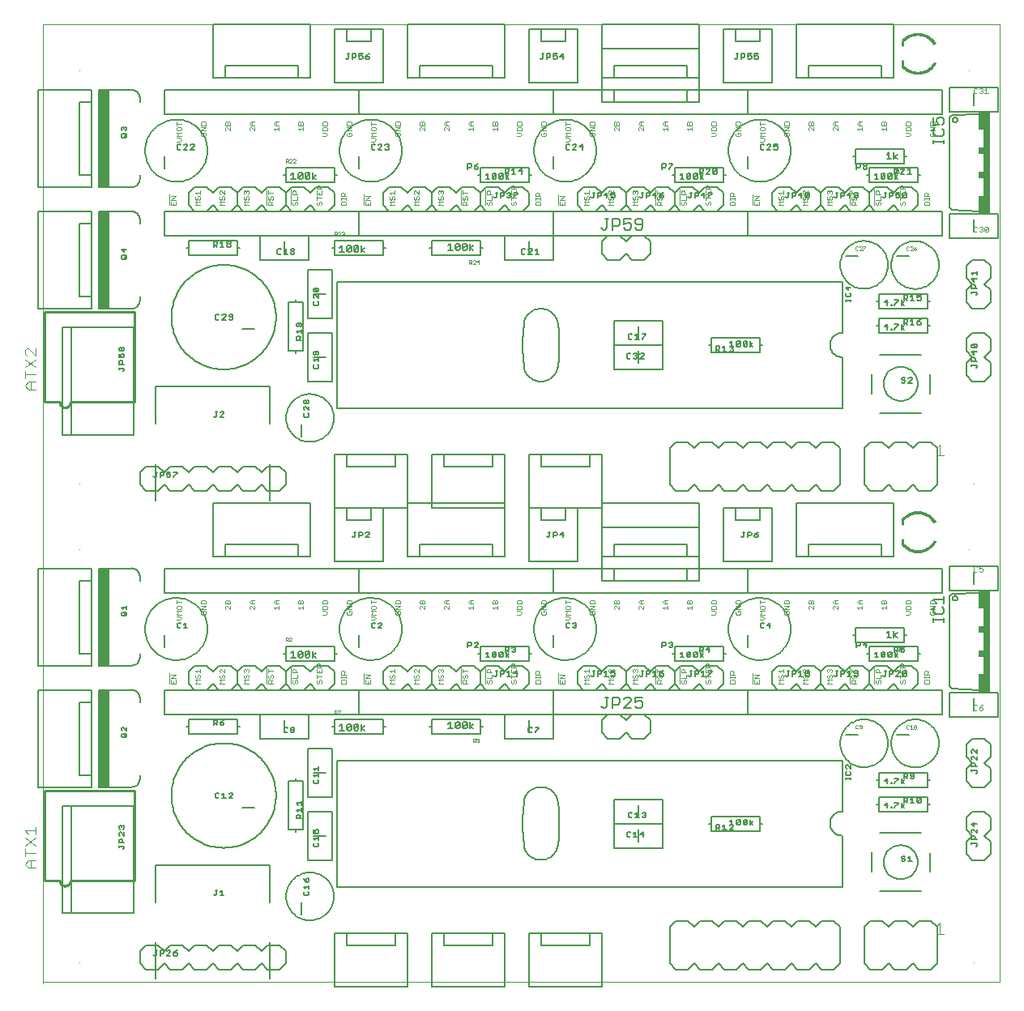
<source format=gto>
G75*
G70*
%OFA0B0*%
%FSLAX24Y24*%
%IPPOS*%
%LPD*%
%AMOC8*
5,1,8,0,0,1.08239X$1,22.5*
%
%ADD10C,0.0000*%
%ADD11C,0.0080*%
%ADD12C,0.0050*%
%ADD13C,0.0020*%
%ADD14C,0.0060*%
%ADD15C,0.0010*%
%ADD16C,0.0100*%
%ADD17R,0.0400X0.4000*%
%ADD18C,0.0040*%
%ADD19R,0.0300X0.4200*%
%ADD20R,0.0200X0.0750*%
%ADD21R,0.0200X0.0300*%
D10*
X001050Y001483D02*
X001050Y001561D01*
X001050Y040931D01*
X040420Y040931D01*
X040420Y001561D01*
X001050Y001561D01*
X002550Y002353D02*
X002566Y002353D01*
X002550Y019353D02*
X002566Y019353D01*
X002550Y022038D02*
X002566Y022038D01*
X002550Y039038D02*
X002566Y039038D01*
X039156Y039038D02*
X039172Y039038D01*
X039353Y022038D02*
X039369Y022038D01*
X039172Y019353D02*
X039156Y019353D01*
X039353Y002353D02*
X039369Y002353D01*
D11*
X037206Y005268D02*
X035506Y005268D01*
X035156Y006068D02*
X035156Y006872D01*
X035506Y007668D02*
X037206Y007668D01*
X037556Y006860D02*
X037556Y006068D01*
X036819Y006508D02*
X036673Y006508D01*
X036746Y006508D02*
X036746Y006728D01*
X036673Y006654D01*
X036543Y006691D02*
X036506Y006728D01*
X036433Y006728D01*
X036396Y006691D01*
X036396Y006654D01*
X036433Y006618D01*
X036506Y006618D01*
X036543Y006581D01*
X036543Y006544D01*
X036506Y006508D01*
X036433Y006508D01*
X036396Y006544D01*
X035656Y006468D02*
X035658Y006520D01*
X035664Y006572D01*
X035674Y006624D01*
X035687Y006674D01*
X035704Y006724D01*
X035725Y006772D01*
X035750Y006818D01*
X035778Y006862D01*
X035809Y006904D01*
X035843Y006944D01*
X035880Y006981D01*
X035920Y007015D01*
X035962Y007046D01*
X036006Y007074D01*
X036052Y007099D01*
X036100Y007120D01*
X036150Y007137D01*
X036200Y007150D01*
X036252Y007160D01*
X036304Y007166D01*
X036356Y007168D01*
X036408Y007166D01*
X036460Y007160D01*
X036512Y007150D01*
X036562Y007137D01*
X036612Y007120D01*
X036660Y007099D01*
X036706Y007074D01*
X036750Y007046D01*
X036792Y007015D01*
X036832Y006981D01*
X036869Y006944D01*
X036903Y006904D01*
X036934Y006862D01*
X036962Y006818D01*
X036987Y006772D01*
X037008Y006724D01*
X037025Y006674D01*
X037038Y006624D01*
X037048Y006572D01*
X037054Y006520D01*
X037056Y006468D01*
X037054Y006416D01*
X037048Y006364D01*
X037038Y006312D01*
X037025Y006262D01*
X037008Y006212D01*
X036987Y006164D01*
X036962Y006118D01*
X036934Y006074D01*
X036903Y006032D01*
X036869Y005992D01*
X036832Y005955D01*
X036792Y005921D01*
X036750Y005890D01*
X036706Y005862D01*
X036660Y005837D01*
X036612Y005816D01*
X036562Y005799D01*
X036512Y005786D01*
X036460Y005776D01*
X036408Y005770D01*
X036356Y005768D01*
X036304Y005770D01*
X036252Y005776D01*
X036200Y005786D01*
X036150Y005799D01*
X036100Y005816D01*
X036052Y005837D01*
X036006Y005862D01*
X035962Y005890D01*
X035920Y005921D01*
X035880Y005955D01*
X035843Y005992D01*
X035809Y006032D01*
X035778Y006074D01*
X035750Y006118D01*
X035725Y006164D01*
X035704Y006212D01*
X035687Y006262D01*
X035674Y006312D01*
X035664Y006364D01*
X035658Y006416D01*
X035656Y006468D01*
X035450Y008561D02*
X035450Y008861D01*
X035350Y008861D01*
X035450Y008861D02*
X035450Y009161D01*
X037450Y009161D01*
X037450Y008861D01*
X037550Y008861D01*
X037450Y008861D02*
X037450Y008561D01*
X035450Y008561D01*
X035690Y008811D02*
X035837Y008811D01*
X035800Y008701D02*
X035800Y008921D01*
X035690Y008811D01*
X035966Y008738D02*
X036003Y008738D01*
X036003Y008701D01*
X035966Y008701D01*
X035966Y008738D01*
X036104Y008738D02*
X036104Y008701D01*
X036104Y008738D02*
X036251Y008885D01*
X036251Y008921D01*
X036104Y008921D01*
X036381Y008921D02*
X036381Y008701D01*
X036381Y008775D02*
X036491Y008848D01*
X036490Y008901D02*
X036490Y009121D01*
X036600Y009121D01*
X036637Y009085D01*
X036637Y009011D01*
X036600Y008975D01*
X036490Y008975D01*
X036563Y008975D02*
X036637Y008901D01*
X036766Y008901D02*
X036913Y008901D01*
X036840Y008901D02*
X036840Y009121D01*
X036766Y009048D01*
X037042Y009085D02*
X037079Y009121D01*
X037153Y009121D01*
X037189Y009085D01*
X037042Y008938D01*
X037079Y008901D01*
X037153Y008901D01*
X037189Y008938D01*
X037189Y009085D01*
X037042Y009085D02*
X037042Y008938D01*
X036491Y008701D02*
X036381Y008775D01*
X036381Y009701D02*
X036381Y009921D01*
X036490Y009901D02*
X036490Y010121D01*
X036600Y010121D01*
X036637Y010085D01*
X036637Y010011D01*
X036600Y009975D01*
X036490Y009975D01*
X036563Y009975D02*
X036637Y009901D01*
X036766Y009938D02*
X036803Y009901D01*
X036876Y009901D01*
X036913Y009938D01*
X036913Y010085D01*
X036876Y010121D01*
X036803Y010121D01*
X036766Y010085D01*
X036766Y010048D01*
X036803Y010011D01*
X036913Y010011D01*
X036491Y009848D02*
X036381Y009775D01*
X036491Y009701D01*
X036251Y009885D02*
X036104Y009738D01*
X036104Y009701D01*
X036003Y009701D02*
X035966Y009701D01*
X035966Y009738D01*
X036003Y009738D01*
X036003Y009701D01*
X035837Y009811D02*
X035690Y009811D01*
X035800Y009921D01*
X035800Y009701D01*
X036104Y009921D02*
X036251Y009921D01*
X036251Y009885D01*
X035450Y009861D02*
X035350Y009861D01*
X035450Y009861D02*
X035450Y010161D01*
X037450Y010161D01*
X037450Y009861D01*
X037550Y009861D01*
X037450Y009861D02*
X037450Y009561D01*
X035450Y009561D01*
X035450Y009861D01*
X034310Y009865D02*
X034310Y009938D01*
X034310Y009901D02*
X034090Y009901D01*
X034090Y009865D02*
X034090Y009938D01*
X034127Y010049D02*
X034090Y010085D01*
X034090Y010159D01*
X034127Y010196D01*
X034127Y010325D02*
X034090Y010362D01*
X034090Y010435D01*
X034127Y010472D01*
X034163Y010472D01*
X034310Y010325D01*
X034310Y010472D01*
X034273Y010196D02*
X034310Y010159D01*
X034310Y010085D01*
X034273Y010049D01*
X034127Y010049D01*
X033866Y011361D02*
X033868Y011423D01*
X033874Y011486D01*
X033884Y011547D01*
X033898Y011608D01*
X033915Y011668D01*
X033936Y011727D01*
X033962Y011784D01*
X033990Y011839D01*
X034022Y011893D01*
X034058Y011944D01*
X034096Y011994D01*
X034138Y012040D01*
X034182Y012084D01*
X034230Y012125D01*
X034279Y012163D01*
X034331Y012197D01*
X034385Y012228D01*
X034441Y012256D01*
X034499Y012280D01*
X034558Y012301D01*
X034618Y012317D01*
X034679Y012330D01*
X034741Y012339D01*
X034803Y012344D01*
X034866Y012345D01*
X034928Y012342D01*
X034990Y012335D01*
X035052Y012324D01*
X035112Y012309D01*
X035172Y012291D01*
X035230Y012269D01*
X035287Y012243D01*
X035342Y012213D01*
X035395Y012180D01*
X035446Y012144D01*
X035494Y012105D01*
X035540Y012062D01*
X035583Y012017D01*
X035623Y011969D01*
X035660Y011919D01*
X035694Y011866D01*
X035725Y011812D01*
X035751Y011756D01*
X035775Y011698D01*
X035794Y011638D01*
X035810Y011578D01*
X035822Y011516D01*
X035830Y011455D01*
X035834Y011392D01*
X035834Y011330D01*
X035830Y011267D01*
X035822Y011206D01*
X035810Y011144D01*
X035794Y011084D01*
X035775Y011024D01*
X035751Y010966D01*
X035725Y010910D01*
X035694Y010856D01*
X035660Y010803D01*
X035623Y010753D01*
X035583Y010705D01*
X035540Y010660D01*
X035494Y010617D01*
X035446Y010578D01*
X035395Y010542D01*
X035342Y010509D01*
X035287Y010479D01*
X035230Y010453D01*
X035172Y010431D01*
X035112Y010413D01*
X035052Y010398D01*
X034990Y010387D01*
X034928Y010380D01*
X034866Y010377D01*
X034803Y010378D01*
X034741Y010383D01*
X034679Y010392D01*
X034618Y010405D01*
X034558Y010421D01*
X034499Y010442D01*
X034441Y010466D01*
X034385Y010494D01*
X034331Y010525D01*
X034279Y010559D01*
X034230Y010597D01*
X034182Y010638D01*
X034138Y010682D01*
X034096Y010728D01*
X034058Y010778D01*
X034022Y010829D01*
X033990Y010883D01*
X033962Y010938D01*
X033936Y010995D01*
X033915Y011054D01*
X033898Y011114D01*
X033884Y011175D01*
X033874Y011236D01*
X033868Y011299D01*
X033866Y011361D01*
X034096Y011723D02*
X034596Y011723D01*
X036196Y011717D02*
X036696Y011717D01*
X035966Y011355D02*
X035968Y011417D01*
X035974Y011480D01*
X035984Y011541D01*
X035998Y011602D01*
X036015Y011662D01*
X036036Y011721D01*
X036062Y011778D01*
X036090Y011833D01*
X036122Y011887D01*
X036158Y011938D01*
X036196Y011988D01*
X036238Y012034D01*
X036282Y012078D01*
X036330Y012119D01*
X036379Y012157D01*
X036431Y012191D01*
X036485Y012222D01*
X036541Y012250D01*
X036599Y012274D01*
X036658Y012295D01*
X036718Y012311D01*
X036779Y012324D01*
X036841Y012333D01*
X036903Y012338D01*
X036966Y012339D01*
X037028Y012336D01*
X037090Y012329D01*
X037152Y012318D01*
X037212Y012303D01*
X037272Y012285D01*
X037330Y012263D01*
X037387Y012237D01*
X037442Y012207D01*
X037495Y012174D01*
X037546Y012138D01*
X037594Y012099D01*
X037640Y012056D01*
X037683Y012011D01*
X037723Y011963D01*
X037760Y011913D01*
X037794Y011860D01*
X037825Y011806D01*
X037851Y011750D01*
X037875Y011692D01*
X037894Y011632D01*
X037910Y011572D01*
X037922Y011510D01*
X037930Y011449D01*
X037934Y011386D01*
X037934Y011324D01*
X037930Y011261D01*
X037922Y011200D01*
X037910Y011138D01*
X037894Y011078D01*
X037875Y011018D01*
X037851Y010960D01*
X037825Y010904D01*
X037794Y010850D01*
X037760Y010797D01*
X037723Y010747D01*
X037683Y010699D01*
X037640Y010654D01*
X037594Y010611D01*
X037546Y010572D01*
X037495Y010536D01*
X037442Y010503D01*
X037387Y010473D01*
X037330Y010447D01*
X037272Y010425D01*
X037212Y010407D01*
X037152Y010392D01*
X037090Y010381D01*
X037028Y010374D01*
X036966Y010371D01*
X036903Y010372D01*
X036841Y010377D01*
X036779Y010386D01*
X036718Y010399D01*
X036658Y010415D01*
X036599Y010436D01*
X036541Y010460D01*
X036485Y010488D01*
X036431Y010519D01*
X036379Y010553D01*
X036330Y010591D01*
X036282Y010632D01*
X036238Y010676D01*
X036196Y010722D01*
X036158Y010772D01*
X036122Y010823D01*
X036090Y010877D01*
X036062Y010932D01*
X036036Y010989D01*
X036015Y011048D01*
X035998Y011108D01*
X035984Y011169D01*
X035974Y011230D01*
X035968Y011293D01*
X035966Y011355D01*
X035800Y013561D02*
X035300Y013561D01*
X035050Y013811D01*
X035050Y014311D01*
X035300Y014561D01*
X035800Y014561D01*
X036050Y014311D01*
X036300Y014561D01*
X036800Y014561D01*
X037050Y014311D01*
X037050Y013811D01*
X036800Y013561D01*
X036300Y013561D01*
X036050Y013811D01*
X035800Y013561D01*
X035886Y014121D02*
X035886Y014341D01*
X035996Y014341D01*
X036033Y014305D01*
X036033Y014231D01*
X035996Y014195D01*
X035886Y014195D01*
X035720Y014158D02*
X035720Y014341D01*
X035683Y014341D02*
X035757Y014341D01*
X035720Y014158D02*
X035683Y014121D01*
X035647Y014121D01*
X035610Y014158D01*
X036162Y014121D02*
X036309Y014268D01*
X036309Y014305D01*
X036273Y014341D01*
X036199Y014341D01*
X036162Y014305D01*
X036162Y014121D02*
X036309Y014121D01*
X036439Y014158D02*
X036585Y014305D01*
X036585Y014158D01*
X036549Y014121D01*
X036475Y014121D01*
X036439Y014158D01*
X036439Y014305D01*
X036475Y014341D01*
X036549Y014341D01*
X036585Y014305D01*
X037050Y014761D02*
X035050Y014761D01*
X035050Y015061D01*
X034950Y015061D01*
X035050Y015061D02*
X035050Y015361D01*
X037050Y015361D01*
X037050Y015061D01*
X037150Y015061D01*
X037050Y015061D02*
X037050Y014761D01*
X036513Y015138D02*
X036476Y015101D01*
X036403Y015101D01*
X036366Y015138D01*
X036366Y015211D02*
X036440Y015248D01*
X036476Y015248D01*
X036513Y015211D01*
X036513Y015138D01*
X036366Y015211D02*
X036366Y015321D01*
X036513Y015321D01*
X036500Y015511D02*
X036500Y015811D01*
X036600Y015811D01*
X036500Y015811D02*
X036500Y016111D01*
X034500Y016111D01*
X034500Y015811D01*
X034400Y015811D01*
X034500Y015811D02*
X034500Y015511D01*
X036500Y015511D01*
X036237Y015285D02*
X036237Y015211D01*
X036200Y015175D01*
X036090Y015175D01*
X036119Y015121D02*
X036119Y014901D01*
X036119Y014975D02*
X036229Y015048D01*
X036237Y015101D02*
X036163Y015175D01*
X036090Y015101D02*
X036090Y015321D01*
X036200Y015321D01*
X036237Y015285D01*
X035989Y015085D02*
X035842Y014938D01*
X035879Y014901D01*
X035953Y014901D01*
X035989Y014938D01*
X035989Y015085D01*
X035953Y015121D01*
X035879Y015121D01*
X035842Y015085D01*
X035842Y014938D01*
X035713Y014938D02*
X035676Y014901D01*
X035603Y014901D01*
X035566Y014938D01*
X035713Y015085D01*
X035713Y014938D01*
X035713Y015085D02*
X035676Y015121D01*
X035603Y015121D01*
X035566Y015085D01*
X035566Y014938D01*
X035437Y014901D02*
X035290Y014901D01*
X035363Y014901D02*
X035363Y015121D01*
X035290Y015048D01*
X034924Y015301D02*
X034924Y015521D01*
X034814Y015411D01*
X034961Y015411D01*
X034684Y015411D02*
X034648Y015375D01*
X034538Y015375D01*
X034538Y015301D02*
X034538Y015521D01*
X034648Y015521D01*
X034684Y015485D01*
X034684Y015411D01*
X034800Y014561D02*
X034300Y014561D01*
X034050Y014311D01*
X033800Y014561D01*
X033300Y014561D01*
X033050Y014311D01*
X033050Y013811D01*
X033300Y013561D01*
X033800Y013561D01*
X034050Y013811D01*
X034300Y013561D01*
X034800Y013561D01*
X035050Y013811D01*
X035050Y014311D01*
X034800Y014561D01*
X034549Y014341D02*
X034475Y014341D01*
X034439Y014305D01*
X034439Y014268D01*
X034475Y014231D01*
X034585Y014231D01*
X034585Y014158D02*
X034585Y014305D01*
X034549Y014341D01*
X034585Y014158D02*
X034549Y014121D01*
X034475Y014121D01*
X034439Y014158D01*
X034309Y014121D02*
X034162Y014121D01*
X034236Y014121D02*
X034236Y014341D01*
X034162Y014268D01*
X034033Y014231D02*
X033996Y014195D01*
X033886Y014195D01*
X033886Y014121D02*
X033886Y014341D01*
X033996Y014341D01*
X034033Y014305D01*
X034033Y014231D01*
X033757Y014341D02*
X033683Y014341D01*
X033720Y014341D02*
X033720Y014158D01*
X033683Y014121D01*
X033647Y014121D01*
X033610Y014158D01*
X033050Y014311D02*
X033050Y013811D01*
X032800Y013561D01*
X032300Y013561D01*
X032050Y013811D01*
X031800Y013561D01*
X031300Y013561D01*
X031050Y013811D01*
X031050Y014311D01*
X031300Y014561D01*
X031800Y014561D01*
X032050Y014311D01*
X032300Y014561D01*
X032800Y014561D01*
X033050Y014311D01*
X032585Y014305D02*
X032585Y014268D01*
X032549Y014231D01*
X032475Y014231D01*
X032439Y014268D01*
X032439Y014305D01*
X032475Y014341D01*
X032549Y014341D01*
X032585Y014305D01*
X032549Y014231D02*
X032585Y014195D01*
X032585Y014158D01*
X032549Y014121D01*
X032475Y014121D01*
X032439Y014158D01*
X032439Y014195D01*
X032475Y014231D01*
X032309Y014121D02*
X032162Y014121D01*
X032236Y014121D02*
X032236Y014341D01*
X032162Y014268D01*
X032033Y014231D02*
X031996Y014195D01*
X031886Y014195D01*
X031886Y014121D02*
X031886Y014341D01*
X031996Y014341D01*
X032033Y014305D01*
X032033Y014231D01*
X031757Y014341D02*
X031683Y014341D01*
X031720Y014341D02*
X031720Y014158D01*
X031683Y014121D01*
X031647Y014121D01*
X031610Y014158D01*
X030050Y015311D02*
X030050Y015811D01*
X029270Y016061D02*
X029272Y016132D01*
X029278Y016203D01*
X029288Y016274D01*
X029302Y016343D01*
X029319Y016412D01*
X029341Y016480D01*
X029366Y016547D01*
X029395Y016612D01*
X029427Y016675D01*
X029463Y016737D01*
X029502Y016796D01*
X029545Y016853D01*
X029590Y016908D01*
X029639Y016960D01*
X029690Y017009D01*
X029744Y017055D01*
X029801Y017099D01*
X029859Y017139D01*
X029920Y017175D01*
X029983Y017209D01*
X030048Y017238D01*
X030114Y017264D01*
X030182Y017287D01*
X030250Y017305D01*
X030320Y017320D01*
X030390Y017331D01*
X030461Y017338D01*
X030532Y017341D01*
X030603Y017340D01*
X030674Y017335D01*
X030745Y017326D01*
X030815Y017313D01*
X030884Y017297D01*
X030952Y017276D01*
X031019Y017252D01*
X031085Y017224D01*
X031148Y017192D01*
X031210Y017157D01*
X031270Y017119D01*
X031328Y017077D01*
X031383Y017033D01*
X031436Y016985D01*
X031486Y016934D01*
X031533Y016881D01*
X031577Y016825D01*
X031618Y016767D01*
X031656Y016706D01*
X031690Y016644D01*
X031720Y016579D01*
X031747Y016514D01*
X031771Y016446D01*
X031790Y016378D01*
X031806Y016309D01*
X031818Y016238D01*
X031826Y016168D01*
X031830Y016097D01*
X031830Y016025D01*
X031826Y015954D01*
X031818Y015884D01*
X031806Y015813D01*
X031790Y015744D01*
X031771Y015676D01*
X031747Y015608D01*
X031720Y015543D01*
X031690Y015478D01*
X031656Y015416D01*
X031618Y015355D01*
X031577Y015297D01*
X031533Y015241D01*
X031486Y015188D01*
X031436Y015137D01*
X031383Y015089D01*
X031328Y015045D01*
X031270Y015003D01*
X031210Y014965D01*
X031148Y014930D01*
X031085Y014898D01*
X031019Y014870D01*
X030952Y014846D01*
X030884Y014825D01*
X030815Y014809D01*
X030745Y014796D01*
X030674Y014787D01*
X030603Y014782D01*
X030532Y014781D01*
X030461Y014784D01*
X030390Y014791D01*
X030320Y014802D01*
X030250Y014817D01*
X030182Y014835D01*
X030114Y014858D01*
X030048Y014884D01*
X029983Y014913D01*
X029920Y014947D01*
X029859Y014983D01*
X029801Y015023D01*
X029744Y015067D01*
X029690Y015113D01*
X029639Y015162D01*
X029590Y015214D01*
X029545Y015269D01*
X029502Y015326D01*
X029463Y015385D01*
X029427Y015447D01*
X029395Y015510D01*
X029366Y015575D01*
X029341Y015642D01*
X029319Y015710D01*
X029302Y015779D01*
X029288Y015848D01*
X029278Y015919D01*
X029272Y015990D01*
X029270Y016061D01*
X029050Y015361D02*
X029050Y015061D01*
X029150Y015061D01*
X029050Y015061D02*
X029050Y014761D01*
X027050Y014761D01*
X027050Y015061D01*
X026950Y015061D01*
X027050Y015061D02*
X027050Y015361D01*
X029050Y015361D01*
X028513Y015211D02*
X028366Y015211D01*
X028476Y015321D01*
X028476Y015101D01*
X028237Y015101D02*
X028163Y015175D01*
X028200Y015175D02*
X028090Y015175D01*
X028119Y015121D02*
X028119Y014901D01*
X028119Y014975D02*
X028229Y015048D01*
X028200Y015175D02*
X028237Y015211D01*
X028237Y015285D01*
X028200Y015321D01*
X028090Y015321D01*
X028090Y015101D01*
X027989Y015085D02*
X027842Y014938D01*
X027879Y014901D01*
X027953Y014901D01*
X027989Y014938D01*
X027989Y015085D01*
X027953Y015121D01*
X027879Y015121D01*
X027842Y015085D01*
X027842Y014938D01*
X027713Y014938D02*
X027676Y014901D01*
X027603Y014901D01*
X027566Y014938D01*
X027713Y015085D01*
X027713Y014938D01*
X027713Y015085D02*
X027676Y015121D01*
X027603Y015121D01*
X027566Y015085D01*
X027566Y014938D01*
X027437Y014901D02*
X027290Y014901D01*
X027363Y014901D02*
X027363Y015121D01*
X027290Y015048D01*
X026961Y015338D02*
X026924Y015301D01*
X026850Y015301D01*
X026814Y015338D01*
X026887Y015411D02*
X026924Y015411D01*
X026961Y015375D01*
X026961Y015338D01*
X026924Y015411D02*
X026961Y015448D01*
X026961Y015485D01*
X026924Y015521D01*
X026850Y015521D01*
X026814Y015485D01*
X026684Y015485D02*
X026684Y015411D01*
X026648Y015375D01*
X026538Y015375D01*
X026538Y015301D02*
X026538Y015521D01*
X026648Y015521D01*
X026684Y015485D01*
X026800Y014561D02*
X026300Y014561D01*
X026050Y014311D01*
X025800Y014561D01*
X025300Y014561D01*
X025050Y014311D01*
X025050Y013811D01*
X025300Y013561D01*
X025800Y013561D01*
X026050Y013811D01*
X026300Y013561D01*
X026800Y013561D01*
X027050Y013811D01*
X027300Y013561D01*
X027800Y013561D01*
X028050Y013811D01*
X028300Y013561D01*
X028800Y013561D01*
X029050Y013811D01*
X029050Y014311D01*
X028800Y014561D01*
X028300Y014561D01*
X028050Y014311D01*
X027800Y014561D01*
X027300Y014561D01*
X027050Y014311D01*
X027050Y013811D01*
X027050Y014311D01*
X026800Y014561D01*
X026585Y014341D02*
X026512Y014305D01*
X026439Y014231D01*
X026549Y014231D01*
X026585Y014195D01*
X026585Y014158D01*
X026549Y014121D01*
X026475Y014121D01*
X026439Y014158D01*
X026439Y014231D01*
X026309Y014121D02*
X026162Y014121D01*
X026236Y014121D02*
X026236Y014341D01*
X026162Y014268D01*
X026033Y014231D02*
X025996Y014195D01*
X025886Y014195D01*
X025886Y014121D02*
X025886Y014341D01*
X025996Y014341D01*
X026033Y014305D01*
X026033Y014231D01*
X025757Y014341D02*
X025683Y014341D01*
X025720Y014341D02*
X025720Y014158D01*
X025683Y014121D01*
X025647Y014121D01*
X025610Y014158D01*
X025050Y014311D02*
X025050Y013811D01*
X024800Y013561D01*
X024300Y013561D01*
X024050Y013811D01*
X023800Y013561D01*
X023300Y013561D01*
X023050Y013811D01*
X023050Y014311D01*
X023300Y014561D01*
X023800Y014561D01*
X024050Y014311D01*
X024300Y014561D01*
X024800Y014561D01*
X025050Y014311D01*
X024585Y014341D02*
X024439Y014341D01*
X024439Y014231D01*
X024512Y014268D01*
X024549Y014268D01*
X024585Y014231D01*
X024585Y014158D01*
X024549Y014121D01*
X024475Y014121D01*
X024439Y014158D01*
X024309Y014121D02*
X024162Y014121D01*
X024236Y014121D02*
X024236Y014341D01*
X024162Y014268D01*
X024033Y014231D02*
X023996Y014195D01*
X023886Y014195D01*
X023886Y014121D02*
X023886Y014341D01*
X023996Y014341D01*
X024033Y014305D01*
X024033Y014231D01*
X023757Y014341D02*
X023683Y014341D01*
X023720Y014341D02*
X023720Y014158D01*
X023683Y014121D01*
X023647Y014121D01*
X023610Y014158D01*
X024300Y012561D02*
X024050Y012311D01*
X024050Y011811D01*
X024300Y011561D01*
X024800Y011561D01*
X025050Y011811D01*
X025300Y011561D01*
X025800Y011561D01*
X026050Y011811D01*
X026050Y012311D01*
X025800Y012561D01*
X025300Y012561D01*
X025050Y012311D01*
X024800Y012561D01*
X024300Y012561D01*
X022050Y012561D02*
X022050Y011561D01*
X020050Y011561D01*
X020050Y012561D01*
X022050Y012561D01*
X021461Y012021D02*
X021461Y011985D01*
X021314Y011838D01*
X021314Y011801D01*
X021184Y011838D02*
X021148Y011801D01*
X021074Y011801D01*
X021038Y011838D01*
X021038Y011985D01*
X021074Y012021D01*
X021148Y012021D01*
X021184Y011985D01*
X021314Y012021D02*
X021461Y012021D01*
X021050Y011811D02*
X021050Y012311D01*
X020800Y013561D02*
X020300Y013561D01*
X020050Y013811D01*
X019800Y013561D01*
X019300Y013561D01*
X019050Y013811D01*
X019050Y014311D01*
X019300Y014561D01*
X019800Y014561D01*
X020050Y014311D01*
X020300Y014561D01*
X020800Y014561D01*
X021050Y014311D01*
X021050Y013811D01*
X020800Y013561D01*
X020549Y014121D02*
X020549Y014341D01*
X020439Y014231D01*
X020585Y014231D01*
X020309Y014121D02*
X020162Y014121D01*
X020236Y014121D02*
X020236Y014341D01*
X020162Y014268D01*
X020033Y014231D02*
X019996Y014195D01*
X019886Y014195D01*
X019886Y014121D02*
X019886Y014341D01*
X019996Y014341D01*
X020033Y014305D01*
X020033Y014231D01*
X019757Y014341D02*
X019683Y014341D01*
X019720Y014341D02*
X019720Y014158D01*
X019683Y014121D01*
X019647Y014121D01*
X019610Y014158D01*
X019050Y014311D02*
X019050Y013811D01*
X018800Y013561D01*
X018300Y013561D01*
X018050Y013811D01*
X017800Y013561D01*
X017300Y013561D01*
X017050Y013811D01*
X017050Y014311D01*
X017300Y014561D01*
X017800Y014561D01*
X018050Y014311D01*
X018300Y014561D01*
X018800Y014561D01*
X019050Y014311D01*
X019050Y014761D02*
X019050Y015061D01*
X018950Y015061D01*
X019050Y015061D02*
X019050Y015361D01*
X021050Y015361D01*
X021050Y015061D01*
X021150Y015061D01*
X021050Y015061D02*
X021050Y014761D01*
X019050Y014761D01*
X019290Y014901D02*
X019437Y014901D01*
X019363Y014901D02*
X019363Y015121D01*
X019290Y015048D01*
X019566Y015085D02*
X019603Y015121D01*
X019676Y015121D01*
X019713Y015085D01*
X019566Y014938D01*
X019603Y014901D01*
X019676Y014901D01*
X019713Y014938D01*
X019713Y015085D01*
X019842Y015085D02*
X019879Y015121D01*
X019953Y015121D01*
X019989Y015085D01*
X019842Y014938D01*
X019879Y014901D01*
X019953Y014901D01*
X019989Y014938D01*
X019989Y015085D01*
X020090Y015101D02*
X020090Y015321D01*
X020200Y015321D01*
X020237Y015285D01*
X020237Y015211D01*
X020200Y015175D01*
X020090Y015175D01*
X020119Y015121D02*
X020119Y014901D01*
X020119Y014975D02*
X020229Y015048D01*
X020237Y015101D02*
X020163Y015175D01*
X020119Y014975D02*
X020229Y014901D01*
X020403Y015101D02*
X020366Y015138D01*
X020403Y015101D02*
X020476Y015101D01*
X020513Y015138D01*
X020513Y015175D01*
X020476Y015211D01*
X020440Y015211D01*
X020476Y015211D02*
X020513Y015248D01*
X020513Y015285D01*
X020476Y015321D01*
X020403Y015321D01*
X020366Y015285D01*
X019842Y015085D02*
X019842Y014938D01*
X019566Y014938D02*
X019566Y015085D01*
X018961Y015301D02*
X018814Y015301D01*
X018961Y015448D01*
X018961Y015485D01*
X018924Y015521D01*
X018850Y015521D01*
X018814Y015485D01*
X018684Y015485D02*
X018684Y015411D01*
X018648Y015375D01*
X018538Y015375D01*
X018538Y015301D02*
X018538Y015521D01*
X018648Y015521D01*
X018684Y015485D01*
X017050Y014311D02*
X017050Y013811D01*
X016800Y013561D01*
X016300Y013561D01*
X016050Y013811D01*
X015800Y013561D01*
X015300Y013561D01*
X015050Y013811D01*
X015050Y014311D01*
X015300Y014561D01*
X015800Y014561D01*
X016050Y014311D01*
X016300Y014561D01*
X016800Y014561D01*
X017050Y014311D01*
X017050Y012361D02*
X019050Y012361D01*
X019050Y012061D01*
X019150Y012061D01*
X019050Y012061D02*
X019050Y011761D01*
X017050Y011761D01*
X017050Y012061D01*
X016950Y012061D01*
X017050Y012061D02*
X017050Y012361D01*
X015150Y012061D02*
X015050Y012061D01*
X015050Y011761D01*
X013050Y011761D01*
X013050Y012061D01*
X012950Y012061D01*
X013050Y012061D02*
X013050Y012361D01*
X015050Y012361D01*
X015050Y012061D01*
X012950Y011161D02*
X012950Y009161D01*
X011950Y009161D01*
X011950Y011161D01*
X012950Y011161D01*
X012410Y010401D02*
X012410Y010254D01*
X012410Y010327D02*
X012190Y010327D01*
X012263Y010254D01*
X012200Y010161D02*
X012700Y010161D01*
X012410Y010124D02*
X012410Y009977D01*
X012410Y010051D02*
X012190Y010051D01*
X012263Y009977D01*
X012227Y009848D02*
X012190Y009811D01*
X012190Y009738D01*
X012227Y009701D01*
X012373Y009701D01*
X012410Y009738D01*
X012410Y009811D01*
X012373Y009848D01*
X011750Y009811D02*
X011450Y009811D01*
X011450Y009911D01*
X011450Y009811D02*
X011150Y009811D01*
X011150Y007811D01*
X011450Y007811D01*
X011450Y007711D01*
X011450Y007811D02*
X011750Y007811D01*
X011750Y009811D01*
X011710Y008972D02*
X011710Y008825D01*
X011710Y008898D02*
X011490Y008898D01*
X011563Y008825D01*
X011710Y008696D02*
X011710Y008549D01*
X011710Y008622D02*
X011490Y008622D01*
X011563Y008549D01*
X011527Y008419D02*
X011600Y008419D01*
X011637Y008383D01*
X011637Y008273D01*
X011637Y008346D02*
X011710Y008419D01*
X011710Y008273D02*
X011490Y008273D01*
X011490Y008383D01*
X011527Y008419D01*
X011950Y008561D02*
X012950Y008561D01*
X012950Y006561D01*
X011950Y006561D01*
X011950Y008561D01*
X012190Y007801D02*
X012190Y007654D01*
X012300Y007654D01*
X012263Y007727D01*
X012263Y007764D01*
X012300Y007801D01*
X012373Y007801D01*
X012410Y007764D01*
X012410Y007690D01*
X012373Y007654D01*
X012410Y007524D02*
X012410Y007377D01*
X012410Y007451D02*
X012190Y007451D01*
X012263Y007377D01*
X012227Y007248D02*
X012190Y007211D01*
X012190Y007138D01*
X012227Y007101D01*
X012373Y007101D01*
X012410Y007138D01*
X012410Y007211D01*
X012373Y007248D01*
X012200Y007561D02*
X012700Y007561D01*
X022250Y007161D02*
X022282Y007520D01*
X022298Y007881D01*
X022298Y008241D01*
X022282Y008602D01*
X022250Y008961D01*
X022240Y009013D01*
X022226Y009064D01*
X022208Y009114D01*
X022187Y009162D01*
X022162Y009209D01*
X022134Y009253D01*
X022102Y009296D01*
X022068Y009336D01*
X022030Y009373D01*
X021990Y009407D01*
X021948Y009439D01*
X021903Y009467D01*
X021856Y009491D01*
X021808Y009512D01*
X021758Y009530D01*
X021707Y009543D01*
X021655Y009553D01*
X021603Y009559D01*
X021550Y009561D01*
X021497Y009559D01*
X021445Y009553D01*
X021393Y009543D01*
X021342Y009530D01*
X021292Y009512D01*
X021244Y009491D01*
X021197Y009467D01*
X021152Y009439D01*
X021110Y009407D01*
X021070Y009373D01*
X021032Y009336D01*
X020998Y009296D01*
X020966Y009253D01*
X020938Y009209D01*
X020913Y009162D01*
X020892Y009114D01*
X020874Y009064D01*
X020860Y009013D01*
X020850Y008961D01*
X020850Y007162D02*
X020860Y007110D01*
X020874Y007059D01*
X020892Y007009D01*
X020913Y006961D01*
X020938Y006914D01*
X020966Y006870D01*
X020998Y006827D01*
X021032Y006787D01*
X021070Y006750D01*
X021110Y006716D01*
X021152Y006684D01*
X021197Y006656D01*
X021244Y006632D01*
X021292Y006611D01*
X021342Y006593D01*
X021393Y006580D01*
X021445Y006570D01*
X021497Y006564D01*
X021550Y006562D01*
X021603Y006564D01*
X021655Y006570D01*
X021707Y006580D01*
X021758Y006593D01*
X021808Y006611D01*
X021856Y006632D01*
X021903Y006656D01*
X021948Y006684D01*
X021990Y006716D01*
X022030Y006750D01*
X022068Y006787D01*
X022102Y006827D01*
X022134Y006870D01*
X022162Y006914D01*
X022187Y006961D01*
X022208Y007009D01*
X022226Y007059D01*
X022240Y007110D01*
X022250Y007162D01*
X024550Y007061D02*
X024550Y008061D01*
X026550Y008061D01*
X026550Y007061D01*
X024550Y007061D01*
X025090Y007538D02*
X025127Y007501D01*
X025200Y007501D01*
X025237Y007538D01*
X025366Y007501D02*
X025513Y007501D01*
X025440Y007501D02*
X025440Y007721D01*
X025366Y007648D01*
X025237Y007685D02*
X025200Y007721D01*
X025127Y007721D01*
X025090Y007685D01*
X025090Y007538D01*
X025550Y007311D02*
X025550Y007811D01*
X025642Y007611D02*
X025789Y007611D01*
X025753Y007501D02*
X025753Y007721D01*
X025642Y007611D01*
X025584Y008301D02*
X025438Y008301D01*
X025511Y008301D02*
X025511Y008521D01*
X025438Y008448D01*
X025308Y008485D02*
X025271Y008521D01*
X025198Y008521D01*
X025161Y008485D01*
X025161Y008338D01*
X025198Y008301D01*
X025271Y008301D01*
X025308Y008338D01*
X025550Y008311D02*
X025550Y008811D01*
X025750Y008521D02*
X025824Y008521D01*
X025861Y008485D01*
X025861Y008448D01*
X025824Y008411D01*
X025861Y008375D01*
X025861Y008338D01*
X025824Y008301D01*
X025750Y008301D01*
X025714Y008338D01*
X025787Y008411D02*
X025824Y008411D01*
X025714Y008485D02*
X025750Y008521D01*
X026550Y008061D02*
X026550Y009061D01*
X024550Y009061D01*
X024550Y008061D01*
X026550Y008061D01*
X028450Y008061D02*
X028550Y008061D01*
X028550Y008361D01*
X030550Y008361D01*
X030550Y008061D01*
X030650Y008061D01*
X030550Y008061D02*
X030550Y007761D01*
X028550Y007761D01*
X028550Y008061D01*
X028761Y008021D02*
X028871Y008021D01*
X028908Y007985D01*
X028908Y007911D01*
X028871Y007875D01*
X028761Y007875D01*
X028835Y007875D02*
X028908Y007801D01*
X029038Y007801D02*
X029184Y007801D01*
X029111Y007801D02*
X029111Y008021D01*
X029038Y007948D01*
X020850Y007161D02*
X020818Y007520D01*
X020802Y007881D01*
X020802Y008241D01*
X020818Y008602D01*
X020850Y008961D01*
X022050Y015311D02*
X022050Y015811D01*
X021270Y016061D02*
X021272Y016132D01*
X021278Y016203D01*
X021288Y016274D01*
X021302Y016343D01*
X021319Y016412D01*
X021341Y016480D01*
X021366Y016547D01*
X021395Y016612D01*
X021427Y016675D01*
X021463Y016737D01*
X021502Y016796D01*
X021545Y016853D01*
X021590Y016908D01*
X021639Y016960D01*
X021690Y017009D01*
X021744Y017055D01*
X021801Y017099D01*
X021859Y017139D01*
X021920Y017175D01*
X021983Y017209D01*
X022048Y017238D01*
X022114Y017264D01*
X022182Y017287D01*
X022250Y017305D01*
X022320Y017320D01*
X022390Y017331D01*
X022461Y017338D01*
X022532Y017341D01*
X022603Y017340D01*
X022674Y017335D01*
X022745Y017326D01*
X022815Y017313D01*
X022884Y017297D01*
X022952Y017276D01*
X023019Y017252D01*
X023085Y017224D01*
X023148Y017192D01*
X023210Y017157D01*
X023270Y017119D01*
X023328Y017077D01*
X023383Y017033D01*
X023436Y016985D01*
X023486Y016934D01*
X023533Y016881D01*
X023577Y016825D01*
X023618Y016767D01*
X023656Y016706D01*
X023690Y016644D01*
X023720Y016579D01*
X023747Y016514D01*
X023771Y016446D01*
X023790Y016378D01*
X023806Y016309D01*
X023818Y016238D01*
X023826Y016168D01*
X023830Y016097D01*
X023830Y016025D01*
X023826Y015954D01*
X023818Y015884D01*
X023806Y015813D01*
X023790Y015744D01*
X023771Y015676D01*
X023747Y015608D01*
X023720Y015543D01*
X023690Y015478D01*
X023656Y015416D01*
X023618Y015355D01*
X023577Y015297D01*
X023533Y015241D01*
X023486Y015188D01*
X023436Y015137D01*
X023383Y015089D01*
X023328Y015045D01*
X023270Y015003D01*
X023210Y014965D01*
X023148Y014930D01*
X023085Y014898D01*
X023019Y014870D01*
X022952Y014846D01*
X022884Y014825D01*
X022815Y014809D01*
X022745Y014796D01*
X022674Y014787D01*
X022603Y014782D01*
X022532Y014781D01*
X022461Y014784D01*
X022390Y014791D01*
X022320Y014802D01*
X022250Y014817D01*
X022182Y014835D01*
X022114Y014858D01*
X022048Y014884D01*
X021983Y014913D01*
X021920Y014947D01*
X021859Y014983D01*
X021801Y015023D01*
X021744Y015067D01*
X021690Y015113D01*
X021639Y015162D01*
X021590Y015214D01*
X021545Y015269D01*
X021502Y015326D01*
X021463Y015385D01*
X021427Y015447D01*
X021395Y015510D01*
X021366Y015575D01*
X021341Y015642D01*
X021319Y015710D01*
X021302Y015779D01*
X021288Y015848D01*
X021278Y015919D01*
X021272Y015990D01*
X021270Y016061D01*
X022590Y016138D02*
X022627Y016101D01*
X022700Y016101D01*
X022737Y016138D01*
X022866Y016138D02*
X022903Y016101D01*
X022976Y016101D01*
X023013Y016138D01*
X023013Y016175D01*
X022976Y016211D01*
X022940Y016211D01*
X022976Y016211D02*
X023013Y016248D01*
X023013Y016285D01*
X022976Y016321D01*
X022903Y016321D01*
X022866Y016285D01*
X022737Y016285D02*
X022700Y016321D01*
X022627Y016321D01*
X022590Y016285D01*
X022590Y016138D01*
X022454Y019831D02*
X022454Y020051D01*
X022344Y019941D01*
X022491Y019941D01*
X022214Y019941D02*
X022178Y019905D01*
X022068Y019905D01*
X022068Y019831D02*
X022068Y020051D01*
X022178Y020051D01*
X022214Y020015D01*
X022214Y019941D01*
X021938Y020051D02*
X021865Y020051D01*
X021901Y020051D02*
X021901Y019868D01*
X021865Y019831D01*
X021828Y019831D01*
X021791Y019868D01*
X027683Y014341D02*
X027757Y014341D01*
X027720Y014341D02*
X027720Y014158D01*
X027683Y014121D01*
X027647Y014121D01*
X027610Y014158D01*
X027886Y014195D02*
X027996Y014195D01*
X028033Y014231D01*
X028033Y014305D01*
X027996Y014341D01*
X027886Y014341D01*
X027886Y014121D01*
X028162Y014121D02*
X028309Y014121D01*
X028236Y014121D02*
X028236Y014341D01*
X028162Y014268D01*
X028439Y014341D02*
X028585Y014341D01*
X028585Y014305D01*
X028439Y014158D01*
X028439Y014121D01*
X028229Y014901D02*
X028119Y014975D01*
X030590Y016138D02*
X030627Y016101D01*
X030700Y016101D01*
X030737Y016138D01*
X030737Y016285D02*
X030700Y016321D01*
X030627Y016321D01*
X030590Y016285D01*
X030590Y016138D01*
X030866Y016211D02*
X031013Y016211D01*
X030976Y016101D02*
X030976Y016321D01*
X030866Y016211D01*
X030454Y019831D02*
X030380Y019831D01*
X030344Y019868D01*
X030344Y019941D01*
X030454Y019941D01*
X030491Y019905D01*
X030491Y019868D01*
X030454Y019831D01*
X030344Y019941D02*
X030417Y020015D01*
X030491Y020051D01*
X030214Y020015D02*
X030214Y019941D01*
X030178Y019905D01*
X030068Y019905D01*
X030068Y019831D02*
X030068Y020051D01*
X030178Y020051D01*
X030214Y020015D01*
X029938Y020051D02*
X029865Y020051D01*
X029901Y020051D02*
X029901Y019868D01*
X029865Y019831D01*
X029828Y019831D01*
X029791Y019868D01*
X035506Y024953D02*
X037206Y024953D01*
X037556Y025753D02*
X037556Y026546D01*
X036819Y026376D02*
X036783Y026413D01*
X036709Y026413D01*
X036673Y026376D01*
X036543Y026376D02*
X036506Y026413D01*
X036433Y026413D01*
X036396Y026376D01*
X036396Y026339D01*
X036433Y026303D01*
X036506Y026303D01*
X036543Y026266D01*
X036543Y026229D01*
X036506Y026193D01*
X036433Y026193D01*
X036396Y026229D01*
X035656Y026153D02*
X035658Y026205D01*
X035664Y026257D01*
X035674Y026309D01*
X035687Y026359D01*
X035704Y026409D01*
X035725Y026457D01*
X035750Y026503D01*
X035778Y026547D01*
X035809Y026589D01*
X035843Y026629D01*
X035880Y026666D01*
X035920Y026700D01*
X035962Y026731D01*
X036006Y026759D01*
X036052Y026784D01*
X036100Y026805D01*
X036150Y026822D01*
X036200Y026835D01*
X036252Y026845D01*
X036304Y026851D01*
X036356Y026853D01*
X036408Y026851D01*
X036460Y026845D01*
X036512Y026835D01*
X036562Y026822D01*
X036612Y026805D01*
X036660Y026784D01*
X036706Y026759D01*
X036750Y026731D01*
X036792Y026700D01*
X036832Y026666D01*
X036869Y026629D01*
X036903Y026589D01*
X036934Y026547D01*
X036962Y026503D01*
X036987Y026457D01*
X037008Y026409D01*
X037025Y026359D01*
X037038Y026309D01*
X037048Y026257D01*
X037054Y026205D01*
X037056Y026153D01*
X037054Y026101D01*
X037048Y026049D01*
X037038Y025997D01*
X037025Y025947D01*
X037008Y025897D01*
X036987Y025849D01*
X036962Y025803D01*
X036934Y025759D01*
X036903Y025717D01*
X036869Y025677D01*
X036832Y025640D01*
X036792Y025606D01*
X036750Y025575D01*
X036706Y025547D01*
X036660Y025522D01*
X036612Y025501D01*
X036562Y025484D01*
X036512Y025471D01*
X036460Y025461D01*
X036408Y025455D01*
X036356Y025453D01*
X036304Y025455D01*
X036252Y025461D01*
X036200Y025471D01*
X036150Y025484D01*
X036100Y025501D01*
X036052Y025522D01*
X036006Y025547D01*
X035962Y025575D01*
X035920Y025606D01*
X035880Y025640D01*
X035843Y025677D01*
X035809Y025717D01*
X035778Y025759D01*
X035750Y025803D01*
X035725Y025849D01*
X035704Y025897D01*
X035687Y025947D01*
X035674Y025997D01*
X035664Y026049D01*
X035658Y026101D01*
X035656Y026153D01*
X035156Y025753D02*
X035156Y026557D01*
X035506Y027353D02*
X037206Y027353D01*
X037450Y028246D02*
X035450Y028246D01*
X035450Y028546D01*
X035350Y028546D01*
X035450Y028546D02*
X035450Y028846D01*
X037450Y028846D01*
X037450Y028546D01*
X037550Y028546D01*
X037450Y028546D02*
X037450Y028246D01*
X037153Y028586D02*
X037189Y028623D01*
X037189Y028660D01*
X037153Y028696D01*
X037042Y028696D01*
X037042Y028623D01*
X037079Y028586D01*
X037153Y028586D01*
X037042Y028696D02*
X037116Y028770D01*
X037189Y028806D01*
X036840Y028806D02*
X036840Y028586D01*
X036913Y028586D02*
X036766Y028586D01*
X036637Y028586D02*
X036563Y028660D01*
X036600Y028660D02*
X036490Y028660D01*
X036490Y028586D02*
X036490Y028806D01*
X036600Y028806D01*
X036637Y028770D01*
X036637Y028696D01*
X036600Y028660D01*
X036491Y028533D02*
X036381Y028460D01*
X036491Y028386D01*
X036381Y028386D02*
X036381Y028606D01*
X036251Y028606D02*
X036251Y028570D01*
X036104Y028423D01*
X036104Y028386D01*
X036003Y028386D02*
X035966Y028386D01*
X035966Y028423D01*
X036003Y028423D01*
X036003Y028386D01*
X035837Y028496D02*
X035690Y028496D01*
X035800Y028606D01*
X035800Y028386D01*
X036104Y028606D02*
X036251Y028606D01*
X036766Y028733D02*
X036840Y028806D01*
X036491Y029386D02*
X036381Y029460D01*
X036491Y029533D01*
X036490Y029586D02*
X036490Y029806D01*
X036600Y029806D01*
X036637Y029770D01*
X036637Y029696D01*
X036600Y029660D01*
X036490Y029660D01*
X036563Y029660D02*
X036637Y029586D01*
X036766Y029586D02*
X036913Y029586D01*
X036840Y029586D02*
X036840Y029806D01*
X036766Y029733D01*
X037042Y029696D02*
X037042Y029806D01*
X037189Y029806D01*
X037153Y029733D02*
X037189Y029696D01*
X037189Y029623D01*
X037153Y029586D01*
X037079Y029586D01*
X037042Y029623D01*
X037042Y029696D02*
X037116Y029733D01*
X037153Y029733D01*
X037450Y029846D02*
X037450Y029546D01*
X037550Y029546D01*
X037450Y029546D02*
X037450Y029246D01*
X035450Y029246D01*
X035450Y029546D01*
X035350Y029546D01*
X035450Y029546D02*
X035450Y029846D01*
X037450Y029846D01*
X036381Y029606D02*
X036381Y029386D01*
X036251Y029570D02*
X036104Y029423D01*
X036104Y029386D01*
X036003Y029386D02*
X035966Y029386D01*
X035966Y029423D01*
X036003Y029423D01*
X036003Y029386D01*
X035837Y029496D02*
X035690Y029496D01*
X035800Y029606D01*
X035800Y029386D01*
X036104Y029606D02*
X036251Y029606D01*
X036251Y029570D01*
X035966Y031040D02*
X035968Y031102D01*
X035974Y031165D01*
X035984Y031226D01*
X035998Y031287D01*
X036015Y031347D01*
X036036Y031406D01*
X036062Y031463D01*
X036090Y031518D01*
X036122Y031572D01*
X036158Y031623D01*
X036196Y031673D01*
X036238Y031719D01*
X036282Y031763D01*
X036330Y031804D01*
X036379Y031842D01*
X036431Y031876D01*
X036485Y031907D01*
X036541Y031935D01*
X036599Y031959D01*
X036658Y031980D01*
X036718Y031996D01*
X036779Y032009D01*
X036841Y032018D01*
X036903Y032023D01*
X036966Y032024D01*
X037028Y032021D01*
X037090Y032014D01*
X037152Y032003D01*
X037212Y031988D01*
X037272Y031970D01*
X037330Y031948D01*
X037387Y031922D01*
X037442Y031892D01*
X037495Y031859D01*
X037546Y031823D01*
X037594Y031784D01*
X037640Y031741D01*
X037683Y031696D01*
X037723Y031648D01*
X037760Y031598D01*
X037794Y031545D01*
X037825Y031491D01*
X037851Y031435D01*
X037875Y031377D01*
X037894Y031317D01*
X037910Y031257D01*
X037922Y031195D01*
X037930Y031134D01*
X037934Y031071D01*
X037934Y031009D01*
X037930Y030946D01*
X037922Y030885D01*
X037910Y030823D01*
X037894Y030763D01*
X037875Y030703D01*
X037851Y030645D01*
X037825Y030589D01*
X037794Y030535D01*
X037760Y030482D01*
X037723Y030432D01*
X037683Y030384D01*
X037640Y030339D01*
X037594Y030296D01*
X037546Y030257D01*
X037495Y030221D01*
X037442Y030188D01*
X037387Y030158D01*
X037330Y030132D01*
X037272Y030110D01*
X037212Y030092D01*
X037152Y030077D01*
X037090Y030066D01*
X037028Y030059D01*
X036966Y030056D01*
X036903Y030057D01*
X036841Y030062D01*
X036779Y030071D01*
X036718Y030084D01*
X036658Y030100D01*
X036599Y030121D01*
X036541Y030145D01*
X036485Y030173D01*
X036431Y030204D01*
X036379Y030238D01*
X036330Y030276D01*
X036282Y030317D01*
X036238Y030361D01*
X036196Y030407D01*
X036158Y030457D01*
X036122Y030508D01*
X036090Y030562D01*
X036062Y030617D01*
X036036Y030674D01*
X036015Y030733D01*
X035998Y030793D01*
X035984Y030854D01*
X035974Y030915D01*
X035968Y030978D01*
X035966Y031040D01*
X036196Y031402D02*
X036696Y031402D01*
X038353Y032146D02*
X038353Y033146D01*
X040353Y033146D01*
X040353Y032146D01*
X038353Y032146D01*
X039353Y032396D02*
X039353Y032896D01*
X039300Y031246D02*
X039800Y031246D01*
X040050Y030996D01*
X040050Y030496D01*
X039800Y030246D01*
X040050Y029996D01*
X040050Y029496D01*
X039800Y029246D01*
X039300Y029246D01*
X039050Y029496D01*
X039050Y029996D01*
X039300Y030246D01*
X039050Y030496D01*
X039050Y030996D01*
X039300Y031246D01*
X039490Y030782D02*
X039490Y030635D01*
X039490Y030708D02*
X039270Y030708D01*
X039343Y030635D01*
X039380Y030506D02*
X039380Y030359D01*
X039270Y030469D01*
X039490Y030469D01*
X039380Y030229D02*
X039417Y030193D01*
X039417Y030083D01*
X039490Y030083D02*
X039270Y030083D01*
X039270Y030193D01*
X039307Y030229D01*
X039380Y030229D01*
X039270Y029953D02*
X039270Y029880D01*
X039270Y029916D02*
X039453Y029916D01*
X039490Y029880D01*
X039490Y029843D01*
X039453Y029806D01*
X039300Y028246D02*
X039800Y028246D01*
X040050Y027996D01*
X040050Y027496D01*
X039800Y027246D01*
X040050Y026996D01*
X040050Y026496D01*
X039800Y026246D01*
X039300Y026246D01*
X039050Y026496D01*
X039050Y026996D01*
X039300Y027246D01*
X039050Y027496D01*
X039050Y027996D01*
X039300Y028246D01*
X039307Y027782D02*
X039453Y027635D01*
X039490Y027672D01*
X039490Y027745D01*
X039453Y027782D01*
X039307Y027782D01*
X039270Y027745D01*
X039270Y027672D01*
X039307Y027635D01*
X039453Y027635D01*
X039380Y027506D02*
X039380Y027359D01*
X039270Y027469D01*
X039490Y027469D01*
X039380Y027229D02*
X039417Y027193D01*
X039417Y027083D01*
X039490Y027083D02*
X039270Y027083D01*
X039270Y027193D01*
X039307Y027229D01*
X039380Y027229D01*
X039270Y026953D02*
X039270Y026880D01*
X039270Y026916D02*
X039453Y026916D01*
X039490Y026880D01*
X039490Y026843D01*
X039453Y026806D01*
X036819Y026376D02*
X036819Y026339D01*
X036673Y026193D01*
X036819Y026193D01*
X034310Y029550D02*
X034310Y029623D01*
X034310Y029586D02*
X034090Y029586D01*
X034090Y029550D02*
X034090Y029623D01*
X034127Y029734D02*
X034090Y029771D01*
X034090Y029844D01*
X034127Y029881D01*
X034273Y029881D02*
X034310Y029844D01*
X034310Y029771D01*
X034273Y029734D01*
X034127Y029734D01*
X034200Y030010D02*
X034200Y030157D01*
X034310Y030120D02*
X034090Y030120D01*
X034200Y030010D01*
X033866Y031046D02*
X033868Y031108D01*
X033874Y031171D01*
X033884Y031232D01*
X033898Y031293D01*
X033915Y031353D01*
X033936Y031412D01*
X033962Y031469D01*
X033990Y031524D01*
X034022Y031578D01*
X034058Y031629D01*
X034096Y031679D01*
X034138Y031725D01*
X034182Y031769D01*
X034230Y031810D01*
X034279Y031848D01*
X034331Y031882D01*
X034385Y031913D01*
X034441Y031941D01*
X034499Y031965D01*
X034558Y031986D01*
X034618Y032002D01*
X034679Y032015D01*
X034741Y032024D01*
X034803Y032029D01*
X034866Y032030D01*
X034928Y032027D01*
X034990Y032020D01*
X035052Y032009D01*
X035112Y031994D01*
X035172Y031976D01*
X035230Y031954D01*
X035287Y031928D01*
X035342Y031898D01*
X035395Y031865D01*
X035446Y031829D01*
X035494Y031790D01*
X035540Y031747D01*
X035583Y031702D01*
X035623Y031654D01*
X035660Y031604D01*
X035694Y031551D01*
X035725Y031497D01*
X035751Y031441D01*
X035775Y031383D01*
X035794Y031323D01*
X035810Y031263D01*
X035822Y031201D01*
X035830Y031140D01*
X035834Y031077D01*
X035834Y031015D01*
X035830Y030952D01*
X035822Y030891D01*
X035810Y030829D01*
X035794Y030769D01*
X035775Y030709D01*
X035751Y030651D01*
X035725Y030595D01*
X035694Y030541D01*
X035660Y030488D01*
X035623Y030438D01*
X035583Y030390D01*
X035540Y030345D01*
X035494Y030302D01*
X035446Y030263D01*
X035395Y030227D01*
X035342Y030194D01*
X035287Y030164D01*
X035230Y030138D01*
X035172Y030116D01*
X035112Y030098D01*
X035052Y030083D01*
X034990Y030072D01*
X034928Y030065D01*
X034866Y030062D01*
X034803Y030063D01*
X034741Y030068D01*
X034679Y030077D01*
X034618Y030090D01*
X034558Y030106D01*
X034499Y030127D01*
X034441Y030151D01*
X034385Y030179D01*
X034331Y030210D01*
X034279Y030244D01*
X034230Y030282D01*
X034182Y030323D01*
X034138Y030367D01*
X034096Y030413D01*
X034058Y030463D01*
X034022Y030514D01*
X033990Y030568D01*
X033962Y030623D01*
X033936Y030680D01*
X033915Y030739D01*
X033898Y030799D01*
X033884Y030860D01*
X033874Y030921D01*
X033868Y030984D01*
X033866Y031046D01*
X034096Y031409D02*
X034596Y031409D01*
X034800Y033246D02*
X034300Y033246D01*
X034050Y033496D01*
X033800Y033246D01*
X033300Y033246D01*
X033050Y033496D01*
X033050Y033996D01*
X033300Y034246D01*
X033800Y034246D01*
X034050Y033996D01*
X034300Y034246D01*
X034800Y034246D01*
X035050Y033996D01*
X035300Y034246D01*
X035800Y034246D01*
X036050Y033996D01*
X036300Y034246D01*
X036800Y034246D01*
X037050Y033996D01*
X037050Y033496D01*
X036800Y033246D01*
X036300Y033246D01*
X036050Y033496D01*
X035800Y033246D01*
X035300Y033246D01*
X035050Y033496D01*
X035050Y033996D01*
X035050Y033496D01*
X034800Y033246D01*
X034549Y033806D02*
X034475Y033806D01*
X034439Y033843D01*
X034475Y033916D02*
X034585Y033916D01*
X034585Y033843D02*
X034585Y033990D01*
X034549Y034026D01*
X034475Y034026D01*
X034439Y033990D01*
X034439Y033953D01*
X034475Y033916D01*
X034549Y033806D02*
X034585Y033843D01*
X034309Y033916D02*
X034162Y033916D01*
X034273Y034026D01*
X034273Y033806D01*
X034033Y033916D02*
X033996Y033880D01*
X033886Y033880D01*
X033886Y033806D02*
X033886Y034026D01*
X033996Y034026D01*
X034033Y033990D01*
X034033Y033916D01*
X033757Y034026D02*
X033683Y034026D01*
X033720Y034026D02*
X033720Y033843D01*
X033683Y033806D01*
X033647Y033806D01*
X033610Y033843D01*
X033050Y033996D02*
X033050Y033496D01*
X032800Y033246D01*
X032300Y033246D01*
X032050Y033496D01*
X031800Y033246D01*
X031300Y033246D01*
X031050Y033496D01*
X031050Y033996D01*
X031300Y034246D01*
X031800Y034246D01*
X032050Y033996D01*
X032300Y034246D01*
X032800Y034246D01*
X033050Y033996D01*
X032585Y033990D02*
X032585Y033953D01*
X032549Y033916D01*
X032475Y033916D01*
X032439Y033953D01*
X032439Y033990D01*
X032475Y034026D01*
X032549Y034026D01*
X032585Y033990D01*
X032549Y033916D02*
X032585Y033880D01*
X032585Y033843D01*
X032549Y033806D01*
X032475Y033806D01*
X032439Y033843D01*
X032439Y033880D01*
X032475Y033916D01*
X032309Y033916D02*
X032162Y033916D01*
X032273Y034026D01*
X032273Y033806D01*
X032033Y033916D02*
X031996Y033880D01*
X031886Y033880D01*
X031886Y033806D02*
X031886Y034026D01*
X031996Y034026D01*
X032033Y033990D01*
X032033Y033916D01*
X031757Y034026D02*
X031683Y034026D01*
X031720Y034026D02*
X031720Y033843D01*
X031683Y033806D01*
X031647Y033806D01*
X031610Y033843D01*
X030050Y034996D02*
X030050Y035496D01*
X029270Y035746D02*
X029272Y035817D01*
X029278Y035888D01*
X029288Y035959D01*
X029302Y036028D01*
X029319Y036097D01*
X029341Y036165D01*
X029366Y036232D01*
X029395Y036297D01*
X029427Y036360D01*
X029463Y036422D01*
X029502Y036481D01*
X029545Y036538D01*
X029590Y036593D01*
X029639Y036645D01*
X029690Y036694D01*
X029744Y036740D01*
X029801Y036784D01*
X029859Y036824D01*
X029920Y036860D01*
X029983Y036894D01*
X030048Y036923D01*
X030114Y036949D01*
X030182Y036972D01*
X030250Y036990D01*
X030320Y037005D01*
X030390Y037016D01*
X030461Y037023D01*
X030532Y037026D01*
X030603Y037025D01*
X030674Y037020D01*
X030745Y037011D01*
X030815Y036998D01*
X030884Y036982D01*
X030952Y036961D01*
X031019Y036937D01*
X031085Y036909D01*
X031148Y036877D01*
X031210Y036842D01*
X031270Y036804D01*
X031328Y036762D01*
X031383Y036718D01*
X031436Y036670D01*
X031486Y036619D01*
X031533Y036566D01*
X031577Y036510D01*
X031618Y036452D01*
X031656Y036391D01*
X031690Y036329D01*
X031720Y036264D01*
X031747Y036199D01*
X031771Y036131D01*
X031790Y036063D01*
X031806Y035994D01*
X031818Y035923D01*
X031826Y035853D01*
X031830Y035782D01*
X031830Y035710D01*
X031826Y035639D01*
X031818Y035569D01*
X031806Y035498D01*
X031790Y035429D01*
X031771Y035361D01*
X031747Y035293D01*
X031720Y035228D01*
X031690Y035163D01*
X031656Y035101D01*
X031618Y035040D01*
X031577Y034982D01*
X031533Y034926D01*
X031486Y034873D01*
X031436Y034822D01*
X031383Y034774D01*
X031328Y034730D01*
X031270Y034688D01*
X031210Y034650D01*
X031148Y034615D01*
X031085Y034583D01*
X031019Y034555D01*
X030952Y034531D01*
X030884Y034510D01*
X030815Y034494D01*
X030745Y034481D01*
X030674Y034472D01*
X030603Y034467D01*
X030532Y034466D01*
X030461Y034469D01*
X030390Y034476D01*
X030320Y034487D01*
X030250Y034502D01*
X030182Y034520D01*
X030114Y034543D01*
X030048Y034569D01*
X029983Y034598D01*
X029920Y034632D01*
X029859Y034668D01*
X029801Y034708D01*
X029744Y034752D01*
X029690Y034798D01*
X029639Y034847D01*
X029590Y034899D01*
X029545Y034954D01*
X029502Y035011D01*
X029463Y035070D01*
X029427Y035132D01*
X029395Y035195D01*
X029366Y035260D01*
X029341Y035327D01*
X029319Y035395D01*
X029302Y035464D01*
X029288Y035533D01*
X029278Y035604D01*
X029272Y035675D01*
X029270Y035746D01*
X029050Y035046D02*
X029050Y034746D01*
X029150Y034746D01*
X029050Y034746D02*
X029050Y034446D01*
X027050Y034446D01*
X027050Y034746D01*
X026950Y034746D01*
X027050Y034746D02*
X027050Y035046D01*
X029050Y035046D01*
X028789Y034970D02*
X028642Y034823D01*
X028679Y034786D01*
X028753Y034786D01*
X028789Y034823D01*
X028789Y034970D01*
X028753Y035006D01*
X028679Y035006D01*
X028642Y034970D01*
X028642Y034823D01*
X028513Y034786D02*
X028366Y034786D01*
X028513Y034933D01*
X028513Y034970D01*
X028476Y035006D01*
X028403Y035006D01*
X028366Y034970D01*
X028237Y034970D02*
X028237Y034896D01*
X028200Y034860D01*
X028090Y034860D01*
X028119Y034806D02*
X028119Y034586D01*
X028119Y034660D02*
X028229Y034733D01*
X028237Y034786D02*
X028163Y034860D01*
X028090Y034786D02*
X028090Y035006D01*
X028200Y035006D01*
X028237Y034970D01*
X027989Y034770D02*
X027842Y034623D01*
X027879Y034586D01*
X027953Y034586D01*
X027989Y034623D01*
X027989Y034770D01*
X027953Y034806D01*
X027879Y034806D01*
X027842Y034770D01*
X027842Y034623D01*
X027713Y034623D02*
X027676Y034586D01*
X027603Y034586D01*
X027566Y034623D01*
X027713Y034770D01*
X027713Y034623D01*
X027566Y034623D02*
X027566Y034770D01*
X027603Y034806D01*
X027676Y034806D01*
X027713Y034770D01*
X027437Y034586D02*
X027290Y034586D01*
X027363Y034586D02*
X027363Y034806D01*
X027290Y034733D01*
X026814Y034986D02*
X026814Y035023D01*
X026961Y035170D01*
X026961Y035206D01*
X026814Y035206D01*
X026684Y035170D02*
X026684Y035096D01*
X026648Y035060D01*
X026538Y035060D01*
X026538Y034986D02*
X026538Y035206D01*
X026648Y035206D01*
X026684Y035170D01*
X026800Y034246D02*
X026300Y034246D01*
X026050Y033996D01*
X025800Y034246D01*
X025300Y034246D01*
X025050Y033996D01*
X025050Y033496D01*
X025300Y033246D01*
X025800Y033246D01*
X026050Y033496D01*
X026300Y033246D01*
X026800Y033246D01*
X027050Y033496D01*
X027300Y033246D01*
X027800Y033246D01*
X028050Y033496D01*
X028300Y033246D01*
X028800Y033246D01*
X029050Y033496D01*
X029050Y033996D01*
X028800Y034246D01*
X028300Y034246D01*
X028050Y033996D01*
X027800Y034246D01*
X027300Y034246D01*
X027050Y033996D01*
X027050Y033496D01*
X027050Y033996D01*
X026800Y034246D01*
X026585Y034026D02*
X026512Y033990D01*
X026439Y033916D01*
X026549Y033916D01*
X026585Y033880D01*
X026585Y033843D01*
X026549Y033806D01*
X026475Y033806D01*
X026439Y033843D01*
X026439Y033916D01*
X026309Y033916D02*
X026162Y033916D01*
X026273Y034026D01*
X026273Y033806D01*
X026033Y033916D02*
X025996Y033880D01*
X025886Y033880D01*
X025886Y033806D02*
X025886Y034026D01*
X025996Y034026D01*
X026033Y033990D01*
X026033Y033916D01*
X025757Y034026D02*
X025683Y034026D01*
X025720Y034026D02*
X025720Y033843D01*
X025683Y033806D01*
X025647Y033806D01*
X025610Y033843D01*
X025050Y033996D02*
X025050Y033496D01*
X024800Y033246D01*
X024300Y033246D01*
X024050Y033496D01*
X023800Y033246D01*
X023300Y033246D01*
X023050Y033496D01*
X023050Y033996D01*
X023300Y034246D01*
X023800Y034246D01*
X024050Y033996D01*
X024300Y034246D01*
X024800Y034246D01*
X025050Y033996D01*
X024585Y034026D02*
X024439Y034026D01*
X024439Y033916D01*
X024512Y033953D01*
X024549Y033953D01*
X024585Y033916D01*
X024585Y033843D01*
X024549Y033806D01*
X024475Y033806D01*
X024439Y033843D01*
X024309Y033916D02*
X024162Y033916D01*
X024273Y034026D01*
X024273Y033806D01*
X024033Y033916D02*
X023996Y033880D01*
X023886Y033880D01*
X023886Y033806D02*
X023886Y034026D01*
X023996Y034026D01*
X024033Y033990D01*
X024033Y033916D01*
X023757Y034026D02*
X023683Y034026D01*
X023720Y034026D02*
X023720Y033843D01*
X023683Y033806D01*
X023647Y033806D01*
X023610Y033843D01*
X024300Y032246D02*
X024050Y031996D01*
X024050Y031496D01*
X024300Y031246D01*
X024800Y031246D01*
X025050Y031496D01*
X025300Y031246D01*
X025800Y031246D01*
X026050Y031496D01*
X026050Y031996D01*
X025800Y032246D01*
X025300Y032246D01*
X025050Y031996D01*
X024800Y032246D01*
X024300Y032246D01*
X022050Y032246D02*
X022050Y031246D01*
X020050Y031246D01*
X020050Y032246D01*
X022050Y032246D01*
X021387Y031706D02*
X021314Y031633D01*
X021387Y031706D02*
X021387Y031486D01*
X021314Y031486D02*
X021461Y031486D01*
X021184Y031486D02*
X021038Y031486D01*
X021184Y031633D01*
X021184Y031670D01*
X021148Y031706D01*
X021074Y031706D01*
X021038Y031670D01*
X020908Y031670D02*
X020871Y031706D01*
X020798Y031706D01*
X020761Y031670D01*
X020761Y031523D01*
X020798Y031486D01*
X020871Y031486D01*
X020908Y031523D01*
X021050Y031496D02*
X021050Y031996D01*
X020800Y033246D02*
X020300Y033246D01*
X020050Y033496D01*
X019800Y033246D01*
X019300Y033246D01*
X019050Y033496D01*
X019050Y033996D01*
X019300Y034246D01*
X019800Y034246D01*
X020050Y033996D01*
X020300Y034246D01*
X020800Y034246D01*
X021050Y033996D01*
X021050Y033496D01*
X020800Y033246D01*
X020439Y033806D02*
X020439Y033843D01*
X020585Y033990D01*
X020585Y034026D01*
X020439Y034026D01*
X020309Y033990D02*
X020309Y033953D01*
X020273Y033916D01*
X020309Y033880D01*
X020309Y033843D01*
X020273Y033806D01*
X020199Y033806D01*
X020162Y033843D01*
X020236Y033916D02*
X020273Y033916D01*
X020309Y033990D02*
X020273Y034026D01*
X020199Y034026D01*
X020162Y033990D01*
X020033Y033990D02*
X020033Y033916D01*
X019996Y033880D01*
X019886Y033880D01*
X019886Y033806D02*
X019886Y034026D01*
X019996Y034026D01*
X020033Y033990D01*
X019757Y034026D02*
X019683Y034026D01*
X019720Y034026D02*
X019720Y033843D01*
X019683Y033806D01*
X019647Y033806D01*
X019610Y033843D01*
X019050Y033996D02*
X019050Y033496D01*
X018800Y033246D01*
X018300Y033246D01*
X018050Y033496D01*
X017800Y033246D01*
X017300Y033246D01*
X017050Y033496D01*
X017050Y033996D01*
X017300Y034246D01*
X017800Y034246D01*
X018050Y033996D01*
X018300Y034246D01*
X018800Y034246D01*
X019050Y033996D01*
X019050Y034446D02*
X019050Y034746D01*
X018950Y034746D01*
X019050Y034746D02*
X019050Y035046D01*
X021050Y035046D01*
X021050Y034746D01*
X021150Y034746D01*
X021050Y034746D02*
X021050Y034446D01*
X019050Y034446D01*
X019290Y034586D02*
X019437Y034586D01*
X019363Y034586D02*
X019363Y034806D01*
X019290Y034733D01*
X019566Y034770D02*
X019566Y034623D01*
X019713Y034770D01*
X019713Y034623D01*
X019676Y034586D01*
X019603Y034586D01*
X019566Y034623D01*
X019566Y034770D02*
X019603Y034806D01*
X019676Y034806D01*
X019713Y034770D01*
X019842Y034770D02*
X019842Y034623D01*
X019989Y034770D01*
X019989Y034623D01*
X019953Y034586D01*
X019879Y034586D01*
X019842Y034623D01*
X019842Y034770D02*
X019879Y034806D01*
X019953Y034806D01*
X019989Y034770D01*
X020090Y034786D02*
X020090Y035006D01*
X020200Y035006D01*
X020237Y034970D01*
X020237Y034896D01*
X020200Y034860D01*
X020090Y034860D01*
X020119Y034806D02*
X020119Y034586D01*
X020119Y034660D02*
X020229Y034733D01*
X020237Y034786D02*
X020163Y034860D01*
X020119Y034660D02*
X020229Y034586D01*
X020366Y034786D02*
X020513Y034786D01*
X020440Y034786D02*
X020440Y035006D01*
X020366Y034933D01*
X020642Y034896D02*
X020789Y034896D01*
X020753Y034786D02*
X020753Y035006D01*
X020642Y034896D01*
X022050Y034996D02*
X022050Y035496D01*
X021270Y035746D02*
X021272Y035817D01*
X021278Y035888D01*
X021288Y035959D01*
X021302Y036028D01*
X021319Y036097D01*
X021341Y036165D01*
X021366Y036232D01*
X021395Y036297D01*
X021427Y036360D01*
X021463Y036422D01*
X021502Y036481D01*
X021545Y036538D01*
X021590Y036593D01*
X021639Y036645D01*
X021690Y036694D01*
X021744Y036740D01*
X021801Y036784D01*
X021859Y036824D01*
X021920Y036860D01*
X021983Y036894D01*
X022048Y036923D01*
X022114Y036949D01*
X022182Y036972D01*
X022250Y036990D01*
X022320Y037005D01*
X022390Y037016D01*
X022461Y037023D01*
X022532Y037026D01*
X022603Y037025D01*
X022674Y037020D01*
X022745Y037011D01*
X022815Y036998D01*
X022884Y036982D01*
X022952Y036961D01*
X023019Y036937D01*
X023085Y036909D01*
X023148Y036877D01*
X023210Y036842D01*
X023270Y036804D01*
X023328Y036762D01*
X023383Y036718D01*
X023436Y036670D01*
X023486Y036619D01*
X023533Y036566D01*
X023577Y036510D01*
X023618Y036452D01*
X023656Y036391D01*
X023690Y036329D01*
X023720Y036264D01*
X023747Y036199D01*
X023771Y036131D01*
X023790Y036063D01*
X023806Y035994D01*
X023818Y035923D01*
X023826Y035853D01*
X023830Y035782D01*
X023830Y035710D01*
X023826Y035639D01*
X023818Y035569D01*
X023806Y035498D01*
X023790Y035429D01*
X023771Y035361D01*
X023747Y035293D01*
X023720Y035228D01*
X023690Y035163D01*
X023656Y035101D01*
X023618Y035040D01*
X023577Y034982D01*
X023533Y034926D01*
X023486Y034873D01*
X023436Y034822D01*
X023383Y034774D01*
X023328Y034730D01*
X023270Y034688D01*
X023210Y034650D01*
X023148Y034615D01*
X023085Y034583D01*
X023019Y034555D01*
X022952Y034531D01*
X022884Y034510D01*
X022815Y034494D01*
X022745Y034481D01*
X022674Y034472D01*
X022603Y034467D01*
X022532Y034466D01*
X022461Y034469D01*
X022390Y034476D01*
X022320Y034487D01*
X022250Y034502D01*
X022182Y034520D01*
X022114Y034543D01*
X022048Y034569D01*
X021983Y034598D01*
X021920Y034632D01*
X021859Y034668D01*
X021801Y034708D01*
X021744Y034752D01*
X021690Y034798D01*
X021639Y034847D01*
X021590Y034899D01*
X021545Y034954D01*
X021502Y035011D01*
X021463Y035070D01*
X021427Y035132D01*
X021395Y035195D01*
X021366Y035260D01*
X021341Y035327D01*
X021319Y035395D01*
X021302Y035464D01*
X021288Y035533D01*
X021278Y035604D01*
X021272Y035675D01*
X021270Y035746D01*
X022590Y035823D02*
X022627Y035786D01*
X022700Y035786D01*
X022737Y035823D01*
X022866Y035786D02*
X023013Y035933D01*
X023013Y035970D01*
X022976Y036006D01*
X022903Y036006D01*
X022866Y035970D01*
X022737Y035970D02*
X022700Y036006D01*
X022627Y036006D01*
X022590Y035970D01*
X022590Y035823D01*
X022866Y035786D02*
X023013Y035786D01*
X023142Y035896D02*
X023253Y036006D01*
X023253Y035786D01*
X023289Y035896D02*
X023142Y035896D01*
X022454Y039516D02*
X022454Y039736D01*
X022344Y039626D01*
X022491Y039626D01*
X022214Y039626D02*
X022214Y039553D01*
X022178Y039516D01*
X022104Y039516D01*
X022068Y039553D01*
X022068Y039626D02*
X022141Y039663D01*
X022178Y039663D01*
X022214Y039626D01*
X022214Y039736D02*
X022068Y039736D01*
X022068Y039626D01*
X021938Y039626D02*
X021901Y039590D01*
X021791Y039590D01*
X021791Y039516D02*
X021791Y039736D01*
X021901Y039736D01*
X021938Y039700D01*
X021938Y039626D01*
X021662Y039736D02*
X021588Y039736D01*
X021625Y039736D02*
X021625Y039553D01*
X021588Y039516D01*
X021552Y039516D01*
X021515Y039553D01*
X018961Y035206D02*
X018887Y035170D01*
X018814Y035096D01*
X018924Y035096D01*
X018961Y035060D01*
X018961Y035023D01*
X018924Y034986D01*
X018850Y034986D01*
X018814Y035023D01*
X018814Y035096D01*
X018684Y035096D02*
X018648Y035060D01*
X018538Y035060D01*
X018538Y034986D02*
X018538Y035206D01*
X018648Y035206D01*
X018684Y035170D01*
X018684Y035096D01*
X017050Y033996D02*
X017050Y033496D01*
X016800Y033246D01*
X016300Y033246D01*
X016050Y033496D01*
X015800Y033246D01*
X015300Y033246D01*
X015050Y033496D01*
X015050Y033996D01*
X015300Y034246D01*
X015800Y034246D01*
X016050Y033996D01*
X016300Y034246D01*
X016800Y034246D01*
X017050Y033996D01*
X015253Y035786D02*
X015179Y035786D01*
X015142Y035823D01*
X015216Y035896D02*
X015253Y035896D01*
X015289Y035860D01*
X015289Y035823D01*
X015253Y035786D01*
X015253Y035896D02*
X015289Y035933D01*
X015289Y035970D01*
X015253Y036006D01*
X015179Y036006D01*
X015142Y035970D01*
X015013Y035970D02*
X014976Y036006D01*
X014903Y036006D01*
X014866Y035970D01*
X014737Y035970D02*
X014700Y036006D01*
X014627Y036006D01*
X014590Y035970D01*
X014590Y035823D01*
X014627Y035786D01*
X014700Y035786D01*
X014737Y035823D01*
X014866Y035786D02*
X015013Y035933D01*
X015013Y035970D01*
X015013Y035786D02*
X014866Y035786D01*
X013270Y035746D02*
X013272Y035817D01*
X013278Y035888D01*
X013288Y035959D01*
X013302Y036028D01*
X013319Y036097D01*
X013341Y036165D01*
X013366Y036232D01*
X013395Y036297D01*
X013427Y036360D01*
X013463Y036422D01*
X013502Y036481D01*
X013545Y036538D01*
X013590Y036593D01*
X013639Y036645D01*
X013690Y036694D01*
X013744Y036740D01*
X013801Y036784D01*
X013859Y036824D01*
X013920Y036860D01*
X013983Y036894D01*
X014048Y036923D01*
X014114Y036949D01*
X014182Y036972D01*
X014250Y036990D01*
X014320Y037005D01*
X014390Y037016D01*
X014461Y037023D01*
X014532Y037026D01*
X014603Y037025D01*
X014674Y037020D01*
X014745Y037011D01*
X014815Y036998D01*
X014884Y036982D01*
X014952Y036961D01*
X015019Y036937D01*
X015085Y036909D01*
X015148Y036877D01*
X015210Y036842D01*
X015270Y036804D01*
X015328Y036762D01*
X015383Y036718D01*
X015436Y036670D01*
X015486Y036619D01*
X015533Y036566D01*
X015577Y036510D01*
X015618Y036452D01*
X015656Y036391D01*
X015690Y036329D01*
X015720Y036264D01*
X015747Y036199D01*
X015771Y036131D01*
X015790Y036063D01*
X015806Y035994D01*
X015818Y035923D01*
X015826Y035853D01*
X015830Y035782D01*
X015830Y035710D01*
X015826Y035639D01*
X015818Y035569D01*
X015806Y035498D01*
X015790Y035429D01*
X015771Y035361D01*
X015747Y035293D01*
X015720Y035228D01*
X015690Y035163D01*
X015656Y035101D01*
X015618Y035040D01*
X015577Y034982D01*
X015533Y034926D01*
X015486Y034873D01*
X015436Y034822D01*
X015383Y034774D01*
X015328Y034730D01*
X015270Y034688D01*
X015210Y034650D01*
X015148Y034615D01*
X015085Y034583D01*
X015019Y034555D01*
X014952Y034531D01*
X014884Y034510D01*
X014815Y034494D01*
X014745Y034481D01*
X014674Y034472D01*
X014603Y034467D01*
X014532Y034466D01*
X014461Y034469D01*
X014390Y034476D01*
X014320Y034487D01*
X014250Y034502D01*
X014182Y034520D01*
X014114Y034543D01*
X014048Y034569D01*
X013983Y034598D01*
X013920Y034632D01*
X013859Y034668D01*
X013801Y034708D01*
X013744Y034752D01*
X013690Y034798D01*
X013639Y034847D01*
X013590Y034899D01*
X013545Y034954D01*
X013502Y035011D01*
X013463Y035070D01*
X013427Y035132D01*
X013395Y035195D01*
X013366Y035260D01*
X013341Y035327D01*
X013319Y035395D01*
X013302Y035464D01*
X013288Y035533D01*
X013278Y035604D01*
X013272Y035675D01*
X013270Y035746D01*
X013050Y035046D02*
X013050Y034746D01*
X013150Y034746D01*
X013050Y034746D02*
X013050Y034446D01*
X011050Y034446D01*
X011050Y034746D01*
X010950Y034746D01*
X011050Y034746D02*
X011050Y035046D01*
X013050Y035046D01*
X012800Y034246D02*
X012300Y034246D01*
X012050Y033996D01*
X011800Y034246D01*
X011300Y034246D01*
X011050Y033996D01*
X011050Y033496D01*
X011300Y033246D01*
X011800Y033246D01*
X012050Y033496D01*
X012300Y033246D01*
X012800Y033246D01*
X013050Y033496D01*
X013050Y033996D01*
X012800Y034246D01*
X014050Y034996D02*
X014050Y035496D01*
X012000Y032246D02*
X012000Y031246D01*
X010000Y031246D01*
X010000Y032246D01*
X012000Y032246D01*
X011411Y031670D02*
X011411Y031633D01*
X011374Y031596D01*
X011300Y031596D01*
X011264Y031633D01*
X011264Y031670D01*
X011300Y031706D01*
X011374Y031706D01*
X011411Y031670D01*
X011374Y031596D02*
X011411Y031560D01*
X011411Y031523D01*
X011374Y031486D01*
X011300Y031486D01*
X011264Y031523D01*
X011264Y031560D01*
X011300Y031596D01*
X011134Y031486D02*
X010988Y031486D01*
X011000Y031496D02*
X011000Y031996D01*
X011061Y031706D02*
X011061Y031486D01*
X010988Y031633D02*
X011061Y031706D01*
X010858Y031670D02*
X010821Y031706D01*
X010748Y031706D01*
X010711Y031670D01*
X010711Y031523D01*
X010748Y031486D01*
X010821Y031486D01*
X010858Y031523D01*
X011950Y030846D02*
X012950Y030846D01*
X012950Y028846D01*
X011950Y028846D01*
X011950Y030846D01*
X012227Y030086D02*
X012373Y029939D01*
X012410Y029975D01*
X012410Y030049D01*
X012373Y030086D01*
X012227Y030086D01*
X012190Y030049D01*
X012190Y029975D01*
X012227Y029939D01*
X012373Y029939D01*
X012410Y029809D02*
X012410Y029663D01*
X012263Y029809D01*
X012227Y029809D01*
X012190Y029773D01*
X012190Y029699D01*
X012227Y029663D01*
X012227Y029533D02*
X012190Y029496D01*
X012190Y029423D01*
X012227Y029386D01*
X012373Y029386D01*
X012410Y029423D01*
X012410Y029496D01*
X012373Y029533D01*
X012200Y029846D02*
X012700Y029846D01*
X011750Y029496D02*
X011450Y029496D01*
X011450Y029596D01*
X011450Y029496D02*
X011150Y029496D01*
X011150Y027496D01*
X011450Y027496D01*
X011450Y027396D01*
X011450Y027496D02*
X011750Y027496D01*
X011750Y029496D01*
X011673Y028657D02*
X011527Y028657D01*
X011490Y028620D01*
X011490Y028547D01*
X011527Y028510D01*
X011563Y028510D01*
X011600Y028547D01*
X011600Y028657D01*
X011673Y028657D02*
X011710Y028620D01*
X011710Y028547D01*
X011673Y028510D01*
X011710Y028381D02*
X011710Y028234D01*
X011710Y028307D02*
X011490Y028307D01*
X011563Y028234D01*
X011527Y028104D02*
X011600Y028104D01*
X011637Y028068D01*
X011637Y027958D01*
X011637Y028031D02*
X011710Y028104D01*
X011710Y027958D02*
X011490Y027958D01*
X011490Y028068D01*
X011527Y028104D01*
X011950Y028246D02*
X012950Y028246D01*
X012950Y026246D01*
X011950Y026246D01*
X011950Y028246D01*
X012227Y027486D02*
X012190Y027449D01*
X012190Y027375D01*
X012227Y027339D01*
X012263Y027339D01*
X012300Y027375D01*
X012300Y027486D01*
X012373Y027486D02*
X012227Y027486D01*
X012373Y027486D02*
X012410Y027449D01*
X012410Y027375D01*
X012373Y027339D01*
X012410Y027209D02*
X012410Y027063D01*
X012410Y027136D02*
X012190Y027136D01*
X012263Y027063D01*
X012227Y026933D02*
X012190Y026896D01*
X012190Y026823D01*
X012227Y026786D01*
X012373Y026786D01*
X012410Y026823D01*
X012410Y026896D01*
X012373Y026933D01*
X012200Y027246D02*
X012700Y027246D01*
X022250Y026846D02*
X022282Y027205D01*
X022298Y027566D01*
X022298Y027926D01*
X022282Y028287D01*
X022250Y028646D01*
X022240Y028698D01*
X022226Y028749D01*
X022208Y028799D01*
X022187Y028847D01*
X022162Y028894D01*
X022134Y028938D01*
X022102Y028981D01*
X022068Y029021D01*
X022030Y029058D01*
X021990Y029092D01*
X021948Y029124D01*
X021903Y029152D01*
X021856Y029176D01*
X021808Y029197D01*
X021758Y029215D01*
X021707Y029228D01*
X021655Y029238D01*
X021603Y029244D01*
X021550Y029246D01*
X021497Y029244D01*
X021445Y029238D01*
X021393Y029228D01*
X021342Y029215D01*
X021292Y029197D01*
X021244Y029176D01*
X021197Y029152D01*
X021152Y029124D01*
X021110Y029092D01*
X021070Y029058D01*
X021032Y029021D01*
X020998Y028981D01*
X020966Y028938D01*
X020938Y028894D01*
X020913Y028847D01*
X020892Y028799D01*
X020874Y028749D01*
X020860Y028698D01*
X020850Y028646D01*
X020850Y026847D02*
X020860Y026795D01*
X020874Y026744D01*
X020892Y026694D01*
X020913Y026646D01*
X020938Y026599D01*
X020966Y026555D01*
X020998Y026512D01*
X021032Y026472D01*
X021070Y026435D01*
X021110Y026401D01*
X021152Y026369D01*
X021197Y026341D01*
X021244Y026317D01*
X021292Y026296D01*
X021342Y026278D01*
X021393Y026265D01*
X021445Y026255D01*
X021497Y026249D01*
X021550Y026247D01*
X021603Y026249D01*
X021655Y026255D01*
X021707Y026265D01*
X021758Y026278D01*
X021808Y026296D01*
X021856Y026317D01*
X021903Y026341D01*
X021948Y026369D01*
X021990Y026401D01*
X022030Y026435D01*
X022068Y026472D01*
X022102Y026512D01*
X022134Y026555D01*
X022162Y026599D01*
X022187Y026646D01*
X022208Y026694D01*
X022226Y026744D01*
X022240Y026795D01*
X022250Y026847D01*
X024550Y026746D02*
X024550Y027746D01*
X026550Y027746D01*
X026550Y026746D01*
X024550Y026746D01*
X025090Y027223D02*
X025090Y027370D01*
X025127Y027406D01*
X025200Y027406D01*
X025237Y027370D01*
X025366Y027370D02*
X025403Y027406D01*
X025476Y027406D01*
X025513Y027370D01*
X025513Y027333D01*
X025476Y027296D01*
X025513Y027260D01*
X025513Y027223D01*
X025476Y027186D01*
X025403Y027186D01*
X025366Y027223D01*
X025440Y027296D02*
X025476Y027296D01*
X025642Y027370D02*
X025679Y027406D01*
X025753Y027406D01*
X025789Y027370D01*
X025789Y027333D01*
X025642Y027186D01*
X025789Y027186D01*
X025550Y026996D02*
X025550Y027496D01*
X025237Y027223D02*
X025200Y027186D01*
X025127Y027186D01*
X025090Y027223D01*
X024550Y027746D02*
X024550Y028746D01*
X026550Y028746D01*
X026550Y027746D01*
X024550Y027746D01*
X025161Y028023D02*
X025198Y027986D01*
X025271Y027986D01*
X025308Y028023D01*
X025438Y027986D02*
X025584Y027986D01*
X025550Y027996D02*
X025550Y028496D01*
X025511Y028206D02*
X025438Y028133D01*
X025511Y028206D02*
X025511Y027986D01*
X025714Y027986D02*
X025714Y028023D01*
X025861Y028170D01*
X025861Y028206D01*
X025714Y028206D01*
X025308Y028170D02*
X025271Y028206D01*
X025198Y028206D01*
X025161Y028170D01*
X025161Y028023D01*
X028450Y027746D02*
X028550Y027746D01*
X028550Y028046D01*
X030550Y028046D01*
X030550Y027746D01*
X030650Y027746D01*
X030550Y027746D02*
X030550Y027446D01*
X028550Y027446D01*
X028550Y027746D01*
X028761Y027706D02*
X028871Y027706D01*
X028908Y027670D01*
X028908Y027596D01*
X028871Y027560D01*
X028761Y027560D01*
X028835Y027560D02*
X028908Y027486D01*
X029038Y027486D02*
X029184Y027486D01*
X029111Y027486D02*
X029111Y027706D01*
X029038Y027633D01*
X020850Y026846D02*
X020818Y027205D01*
X020802Y027566D01*
X020802Y027926D01*
X020818Y028287D01*
X020850Y028646D01*
X019050Y031446D02*
X019050Y031746D01*
X019150Y031746D01*
X019050Y031746D02*
X019050Y032046D01*
X017050Y032046D01*
X017050Y031746D01*
X016950Y031746D01*
X017050Y031746D02*
X017050Y031446D01*
X019050Y031446D01*
X015150Y031746D02*
X015050Y031746D01*
X015050Y031446D01*
X013050Y031446D01*
X013050Y031746D01*
X012950Y031746D01*
X013050Y031746D02*
X013050Y032046D01*
X015050Y032046D01*
X015050Y031746D01*
X011050Y033496D02*
X010800Y033246D01*
X010300Y033246D01*
X010050Y033496D01*
X009800Y033246D01*
X009300Y033246D01*
X009050Y033496D01*
X009050Y033996D01*
X009300Y034246D01*
X009800Y034246D01*
X010050Y033996D01*
X010300Y034246D01*
X010800Y034246D01*
X011050Y033996D01*
X011050Y033496D01*
X009050Y033496D02*
X009050Y033996D01*
X008800Y034246D01*
X008300Y034246D01*
X008050Y033996D01*
X007800Y034246D01*
X007300Y034246D01*
X007050Y033996D01*
X007050Y033496D01*
X007300Y033246D01*
X007800Y033246D01*
X008050Y033496D01*
X008300Y033246D01*
X008800Y033246D01*
X009050Y033496D01*
X009050Y032046D02*
X009050Y031746D01*
X009150Y031746D01*
X009050Y031746D02*
X009050Y031446D01*
X007050Y031446D01*
X007050Y031746D01*
X006950Y031746D01*
X007050Y031746D02*
X007050Y032046D01*
X009050Y032046D01*
X008789Y031970D02*
X008789Y031933D01*
X008753Y031896D01*
X008679Y031896D01*
X008642Y031933D01*
X008642Y031970D01*
X008679Y032006D01*
X008753Y032006D01*
X008789Y031970D01*
X008753Y031896D02*
X008789Y031860D01*
X008789Y031823D01*
X008753Y031786D01*
X008679Y031786D01*
X008642Y031823D01*
X008642Y031860D01*
X008679Y031896D01*
X008513Y031786D02*
X008366Y031786D01*
X008440Y031786D02*
X008440Y032006D01*
X008366Y031933D01*
X008237Y031896D02*
X008200Y031860D01*
X008090Y031860D01*
X008163Y031860D02*
X008237Y031786D01*
X008237Y031896D02*
X008237Y031970D01*
X008200Y032006D01*
X008090Y032006D01*
X008090Y031786D01*
X008198Y029006D02*
X008161Y028970D01*
X008161Y028823D01*
X008198Y028786D01*
X008271Y028786D01*
X008308Y028823D01*
X008438Y028786D02*
X008584Y028933D01*
X008584Y028970D01*
X008548Y029006D01*
X008474Y029006D01*
X008438Y028970D01*
X006350Y028896D02*
X006353Y029001D01*
X006360Y029107D01*
X006373Y029211D01*
X006391Y029315D01*
X006414Y029418D01*
X006443Y029520D01*
X006476Y029620D01*
X006514Y029719D01*
X006556Y029815D01*
X006604Y029910D01*
X006656Y030001D01*
X006712Y030090D01*
X006773Y030177D01*
X006838Y030260D01*
X006907Y030340D01*
X006980Y030416D01*
X007056Y030489D01*
X007136Y030558D01*
X007219Y030623D01*
X007306Y030684D01*
X007395Y030740D01*
X007486Y030792D01*
X007581Y030840D01*
X007677Y030882D01*
X007776Y030920D01*
X007876Y030953D01*
X007978Y030982D01*
X008081Y031005D01*
X008185Y031023D01*
X008289Y031036D01*
X008395Y031043D01*
X008500Y031046D01*
X008605Y031043D01*
X008711Y031036D01*
X008815Y031023D01*
X008919Y031005D01*
X009022Y030982D01*
X009124Y030953D01*
X009224Y030920D01*
X009323Y030882D01*
X009419Y030840D01*
X009514Y030792D01*
X009605Y030740D01*
X009694Y030684D01*
X009781Y030623D01*
X009864Y030558D01*
X009944Y030489D01*
X010020Y030416D01*
X010093Y030340D01*
X010162Y030260D01*
X010227Y030177D01*
X010288Y030090D01*
X010344Y030001D01*
X010396Y029910D01*
X010444Y029815D01*
X010486Y029719D01*
X010524Y029620D01*
X010557Y029520D01*
X010586Y029418D01*
X010609Y029315D01*
X010627Y029211D01*
X010640Y029107D01*
X010647Y029001D01*
X010650Y028896D01*
X010647Y028791D01*
X010640Y028685D01*
X010627Y028581D01*
X010609Y028477D01*
X010586Y028374D01*
X010557Y028272D01*
X010524Y028172D01*
X010486Y028073D01*
X010444Y027977D01*
X010396Y027882D01*
X010344Y027791D01*
X010288Y027702D01*
X010227Y027615D01*
X010162Y027532D01*
X010093Y027452D01*
X010020Y027376D01*
X009944Y027303D01*
X009864Y027234D01*
X009781Y027169D01*
X009694Y027108D01*
X009605Y027052D01*
X009514Y027000D01*
X009419Y026952D01*
X009323Y026910D01*
X009224Y026872D01*
X009124Y026839D01*
X009022Y026810D01*
X008919Y026787D01*
X008815Y026769D01*
X008711Y026756D01*
X008605Y026749D01*
X008500Y026746D01*
X008395Y026749D01*
X008289Y026756D01*
X008185Y026769D01*
X008081Y026787D01*
X007978Y026810D01*
X007876Y026839D01*
X007776Y026872D01*
X007677Y026910D01*
X007581Y026952D01*
X007486Y027000D01*
X007395Y027052D01*
X007306Y027108D01*
X007219Y027169D01*
X007136Y027234D01*
X007056Y027303D01*
X006980Y027376D01*
X006907Y027452D01*
X006838Y027532D01*
X006773Y027615D01*
X006712Y027702D01*
X006656Y027791D01*
X006604Y027882D01*
X006556Y027977D01*
X006514Y028073D01*
X006476Y028172D01*
X006443Y028272D01*
X006414Y028374D01*
X006391Y028477D01*
X006373Y028581D01*
X006360Y028685D01*
X006353Y028791D01*
X006350Y028896D01*
X005050Y029596D02*
X005050Y029746D01*
X005050Y029596D02*
X005049Y029562D01*
X005045Y029527D01*
X005037Y029494D01*
X005026Y029461D01*
X005011Y029430D01*
X004994Y029400D01*
X004973Y029372D01*
X004950Y029346D01*
X004924Y029323D01*
X004896Y029302D01*
X004866Y029285D01*
X004835Y029270D01*
X004802Y029259D01*
X004769Y029251D01*
X004734Y029247D01*
X004700Y029246D01*
X003750Y029246D01*
X003350Y029246D01*
X003350Y033246D01*
X003750Y033246D01*
X003750Y029246D01*
X004804Y028467D02*
X002244Y028467D01*
X002244Y024057D01*
X001851Y024057D01*
X001851Y028467D01*
X002244Y028467D01*
X004190Y027620D02*
X004227Y027657D01*
X004263Y027657D01*
X004300Y027620D01*
X004300Y027547D01*
X004263Y027510D01*
X004227Y027510D01*
X004190Y027547D01*
X004190Y027620D01*
X004300Y027620D02*
X004337Y027657D01*
X004373Y027657D01*
X004410Y027620D01*
X004410Y027547D01*
X004373Y027510D01*
X004337Y027510D01*
X004300Y027547D01*
X004300Y027381D02*
X004373Y027381D01*
X004410Y027344D01*
X004410Y027271D01*
X004373Y027234D01*
X004300Y027234D02*
X004263Y027307D01*
X004263Y027344D01*
X004300Y027381D01*
X004190Y027381D02*
X004190Y027234D01*
X004300Y027234D01*
X004300Y027104D02*
X004337Y027068D01*
X004337Y026958D01*
X004410Y026958D02*
X004190Y026958D01*
X004190Y027068D01*
X004227Y027104D01*
X004300Y027104D01*
X004190Y026828D02*
X004190Y026755D01*
X004190Y026791D02*
X004373Y026791D01*
X004410Y026755D01*
X004410Y026718D01*
X004373Y026681D01*
X005688Y026046D02*
X005688Y024510D01*
X004804Y024057D02*
X002244Y024057D01*
X004804Y024057D02*
X004804Y028467D01*
X005688Y026046D02*
X010412Y026046D01*
X010412Y024510D01*
X011688Y024492D02*
X011688Y023992D01*
X011066Y024746D02*
X011068Y024808D01*
X011074Y024871D01*
X011084Y024932D01*
X011098Y024993D01*
X011115Y025053D01*
X011136Y025112D01*
X011162Y025169D01*
X011190Y025224D01*
X011222Y025278D01*
X011258Y025329D01*
X011296Y025379D01*
X011338Y025425D01*
X011382Y025469D01*
X011430Y025510D01*
X011479Y025548D01*
X011531Y025582D01*
X011585Y025613D01*
X011641Y025641D01*
X011699Y025665D01*
X011758Y025686D01*
X011818Y025702D01*
X011879Y025715D01*
X011941Y025724D01*
X012003Y025729D01*
X012066Y025730D01*
X012128Y025727D01*
X012190Y025720D01*
X012252Y025709D01*
X012312Y025694D01*
X012372Y025676D01*
X012430Y025654D01*
X012487Y025628D01*
X012542Y025598D01*
X012595Y025565D01*
X012646Y025529D01*
X012694Y025490D01*
X012740Y025447D01*
X012783Y025402D01*
X012823Y025354D01*
X012860Y025304D01*
X012894Y025251D01*
X012925Y025197D01*
X012951Y025141D01*
X012975Y025083D01*
X012994Y025023D01*
X013010Y024963D01*
X013022Y024901D01*
X013030Y024840D01*
X013034Y024777D01*
X013034Y024715D01*
X013030Y024652D01*
X013022Y024591D01*
X013010Y024529D01*
X012994Y024469D01*
X012975Y024409D01*
X012951Y024351D01*
X012925Y024295D01*
X012894Y024241D01*
X012860Y024188D01*
X012823Y024138D01*
X012783Y024090D01*
X012740Y024045D01*
X012694Y024002D01*
X012646Y023963D01*
X012595Y023927D01*
X012542Y023894D01*
X012487Y023864D01*
X012430Y023838D01*
X012372Y023816D01*
X012312Y023798D01*
X012252Y023783D01*
X012190Y023772D01*
X012128Y023765D01*
X012066Y023762D01*
X012003Y023763D01*
X011941Y023768D01*
X011879Y023777D01*
X011818Y023790D01*
X011758Y023806D01*
X011699Y023827D01*
X011641Y023851D01*
X011585Y023879D01*
X011531Y023910D01*
X011479Y023944D01*
X011430Y023982D01*
X011382Y024023D01*
X011338Y024067D01*
X011296Y024113D01*
X011258Y024163D01*
X011222Y024214D01*
X011190Y024268D01*
X011162Y024323D01*
X011136Y024380D01*
X011115Y024439D01*
X011098Y024499D01*
X011084Y024560D01*
X011074Y024621D01*
X011068Y024684D01*
X011066Y024746D01*
X011790Y024823D02*
X011827Y024786D01*
X011973Y024786D01*
X012010Y024823D01*
X012010Y024896D01*
X011973Y024933D01*
X012010Y025063D02*
X011863Y025209D01*
X011827Y025209D01*
X011790Y025173D01*
X011790Y025099D01*
X011827Y025063D01*
X011827Y024933D02*
X011790Y024896D01*
X011790Y024823D01*
X012010Y025063D02*
X012010Y025209D01*
X011973Y025339D02*
X011937Y025339D01*
X011900Y025375D01*
X011900Y025449D01*
X011937Y025486D01*
X011973Y025486D01*
X012010Y025449D01*
X012010Y025375D01*
X011973Y025339D01*
X011900Y025375D02*
X011863Y025339D01*
X011827Y025339D01*
X011790Y025375D01*
X011790Y025449D01*
X011827Y025486D01*
X011863Y025486D01*
X011900Y025449D01*
X010800Y022746D02*
X010300Y022746D01*
X010050Y022496D01*
X009800Y022746D01*
X009300Y022746D01*
X009050Y022496D01*
X008800Y022746D01*
X008300Y022746D01*
X008050Y022496D01*
X007800Y022746D01*
X007300Y022746D01*
X007050Y022496D01*
X006800Y022746D01*
X006300Y022746D01*
X006050Y022496D01*
X005800Y022746D01*
X005300Y022746D01*
X005050Y022496D01*
X005050Y021996D01*
X005300Y021746D01*
X005800Y021746D01*
X006050Y021996D01*
X006300Y021746D01*
X006800Y021746D01*
X007050Y021996D01*
X007300Y021746D01*
X007800Y021746D01*
X008050Y021996D01*
X008300Y021746D01*
X008800Y021746D01*
X009050Y021996D01*
X009300Y021746D01*
X009800Y021746D01*
X010050Y021996D01*
X010300Y021746D01*
X010800Y021746D01*
X011050Y021996D01*
X011050Y022496D01*
X010800Y022746D01*
X010412Y022857D02*
X010412Y021360D01*
X013865Y020051D02*
X013938Y020051D01*
X013901Y020051D02*
X013901Y019868D01*
X013865Y019831D01*
X013828Y019831D01*
X013791Y019868D01*
X014068Y019905D02*
X014178Y019905D01*
X014214Y019941D01*
X014214Y020015D01*
X014178Y020051D01*
X014068Y020051D01*
X014068Y019831D01*
X014344Y019831D02*
X014491Y019978D01*
X014491Y020015D01*
X014454Y020051D01*
X014380Y020051D01*
X014344Y020015D01*
X014344Y019831D02*
X014491Y019831D01*
X014627Y016321D02*
X014590Y016285D01*
X014590Y016138D01*
X014627Y016101D01*
X014700Y016101D01*
X014737Y016138D01*
X014866Y016101D02*
X015013Y016248D01*
X015013Y016285D01*
X014976Y016321D01*
X014903Y016321D01*
X014866Y016285D01*
X014737Y016285D02*
X014700Y016321D01*
X014627Y016321D01*
X013270Y016061D02*
X013272Y016132D01*
X013278Y016203D01*
X013288Y016274D01*
X013302Y016343D01*
X013319Y016412D01*
X013341Y016480D01*
X013366Y016547D01*
X013395Y016612D01*
X013427Y016675D01*
X013463Y016737D01*
X013502Y016796D01*
X013545Y016853D01*
X013590Y016908D01*
X013639Y016960D01*
X013690Y017009D01*
X013744Y017055D01*
X013801Y017099D01*
X013859Y017139D01*
X013920Y017175D01*
X013983Y017209D01*
X014048Y017238D01*
X014114Y017264D01*
X014182Y017287D01*
X014250Y017305D01*
X014320Y017320D01*
X014390Y017331D01*
X014461Y017338D01*
X014532Y017341D01*
X014603Y017340D01*
X014674Y017335D01*
X014745Y017326D01*
X014815Y017313D01*
X014884Y017297D01*
X014952Y017276D01*
X015019Y017252D01*
X015085Y017224D01*
X015148Y017192D01*
X015210Y017157D01*
X015270Y017119D01*
X015328Y017077D01*
X015383Y017033D01*
X015436Y016985D01*
X015486Y016934D01*
X015533Y016881D01*
X015577Y016825D01*
X015618Y016767D01*
X015656Y016706D01*
X015690Y016644D01*
X015720Y016579D01*
X015747Y016514D01*
X015771Y016446D01*
X015790Y016378D01*
X015806Y016309D01*
X015818Y016238D01*
X015826Y016168D01*
X015830Y016097D01*
X015830Y016025D01*
X015826Y015954D01*
X015818Y015884D01*
X015806Y015813D01*
X015790Y015744D01*
X015771Y015676D01*
X015747Y015608D01*
X015720Y015543D01*
X015690Y015478D01*
X015656Y015416D01*
X015618Y015355D01*
X015577Y015297D01*
X015533Y015241D01*
X015486Y015188D01*
X015436Y015137D01*
X015383Y015089D01*
X015328Y015045D01*
X015270Y015003D01*
X015210Y014965D01*
X015148Y014930D01*
X015085Y014898D01*
X015019Y014870D01*
X014952Y014846D01*
X014884Y014825D01*
X014815Y014809D01*
X014745Y014796D01*
X014674Y014787D01*
X014603Y014782D01*
X014532Y014781D01*
X014461Y014784D01*
X014390Y014791D01*
X014320Y014802D01*
X014250Y014817D01*
X014182Y014835D01*
X014114Y014858D01*
X014048Y014884D01*
X013983Y014913D01*
X013920Y014947D01*
X013859Y014983D01*
X013801Y015023D01*
X013744Y015067D01*
X013690Y015113D01*
X013639Y015162D01*
X013590Y015214D01*
X013545Y015269D01*
X013502Y015326D01*
X013463Y015385D01*
X013427Y015447D01*
X013395Y015510D01*
X013366Y015575D01*
X013341Y015642D01*
X013319Y015710D01*
X013302Y015779D01*
X013288Y015848D01*
X013278Y015919D01*
X013272Y015990D01*
X013270Y016061D01*
X013050Y015361D02*
X013050Y015061D01*
X013150Y015061D01*
X013050Y015061D02*
X013050Y014761D01*
X011050Y014761D01*
X011050Y015061D01*
X010950Y015061D01*
X011050Y015061D02*
X011050Y015361D01*
X013050Y015361D01*
X012800Y014561D02*
X012300Y014561D01*
X012050Y014311D01*
X011800Y014561D01*
X011300Y014561D01*
X011050Y014311D01*
X011050Y013811D01*
X011300Y013561D01*
X011800Y013561D01*
X012050Y013811D01*
X012300Y013561D01*
X012800Y013561D01*
X013050Y013811D01*
X013050Y014311D01*
X012800Y014561D01*
X014050Y015311D02*
X014050Y015811D01*
X014866Y016101D02*
X015013Y016101D01*
X012000Y012561D02*
X012000Y011561D01*
X010000Y011561D01*
X010000Y012561D01*
X012000Y012561D01*
X011411Y011985D02*
X011411Y011948D01*
X011374Y011911D01*
X011300Y011911D01*
X011264Y011948D01*
X011264Y011985D01*
X011300Y012021D01*
X011374Y012021D01*
X011411Y011985D01*
X011374Y011911D02*
X011411Y011875D01*
X011411Y011838D01*
X011374Y011801D01*
X011300Y011801D01*
X011264Y011838D01*
X011264Y011875D01*
X011300Y011911D01*
X011134Y011838D02*
X011098Y011801D01*
X011024Y011801D01*
X010988Y011838D01*
X010988Y011985D01*
X011024Y012021D01*
X011098Y012021D01*
X011134Y011985D01*
X011000Y011811D02*
X011000Y012311D01*
X010800Y013561D02*
X010300Y013561D01*
X010050Y013811D01*
X009800Y013561D01*
X009300Y013561D01*
X009050Y013811D01*
X009050Y014311D01*
X009300Y014561D01*
X009800Y014561D01*
X010050Y014311D01*
X010300Y014561D01*
X010800Y014561D01*
X011050Y014311D01*
X011050Y013811D01*
X010800Y013561D01*
X009050Y013811D02*
X009050Y014311D01*
X008800Y014561D01*
X008300Y014561D01*
X008050Y014311D01*
X007800Y014561D01*
X007300Y014561D01*
X007050Y014311D01*
X007050Y013811D01*
X007300Y013561D01*
X007800Y013561D01*
X008050Y013811D01*
X008300Y013561D01*
X008800Y013561D01*
X009050Y013811D01*
X009050Y012361D02*
X009050Y012061D01*
X009150Y012061D01*
X009050Y012061D02*
X009050Y011761D01*
X007050Y011761D01*
X007050Y012061D01*
X006950Y012061D01*
X007050Y012061D02*
X007050Y012361D01*
X009050Y012361D01*
X008513Y012321D02*
X008440Y012285D01*
X008366Y012211D01*
X008476Y012211D01*
X008513Y012175D01*
X008513Y012138D01*
X008476Y012101D01*
X008403Y012101D01*
X008366Y012138D01*
X008366Y012211D01*
X008237Y012211D02*
X008200Y012175D01*
X008090Y012175D01*
X008163Y012175D02*
X008237Y012101D01*
X008237Y012211D02*
X008237Y012285D01*
X008200Y012321D01*
X008090Y012321D01*
X008090Y012101D01*
X008198Y009321D02*
X008161Y009285D01*
X008161Y009138D01*
X008198Y009101D01*
X008271Y009101D01*
X008308Y009138D01*
X008438Y009101D02*
X008584Y009101D01*
X008511Y009101D02*
X008511Y009321D01*
X008438Y009248D01*
X006350Y009211D02*
X006353Y009316D01*
X006360Y009422D01*
X006373Y009526D01*
X006391Y009630D01*
X006414Y009733D01*
X006443Y009835D01*
X006476Y009935D01*
X006514Y010034D01*
X006556Y010130D01*
X006604Y010225D01*
X006656Y010316D01*
X006712Y010405D01*
X006773Y010492D01*
X006838Y010575D01*
X006907Y010655D01*
X006980Y010731D01*
X007056Y010804D01*
X007136Y010873D01*
X007219Y010938D01*
X007306Y010999D01*
X007395Y011055D01*
X007486Y011107D01*
X007581Y011155D01*
X007677Y011197D01*
X007776Y011235D01*
X007876Y011268D01*
X007978Y011297D01*
X008081Y011320D01*
X008185Y011338D01*
X008289Y011351D01*
X008395Y011358D01*
X008500Y011361D01*
X008605Y011358D01*
X008711Y011351D01*
X008815Y011338D01*
X008919Y011320D01*
X009022Y011297D01*
X009124Y011268D01*
X009224Y011235D01*
X009323Y011197D01*
X009419Y011155D01*
X009514Y011107D01*
X009605Y011055D01*
X009694Y010999D01*
X009781Y010938D01*
X009864Y010873D01*
X009944Y010804D01*
X010020Y010731D01*
X010093Y010655D01*
X010162Y010575D01*
X010227Y010492D01*
X010288Y010405D01*
X010344Y010316D01*
X010396Y010225D01*
X010444Y010130D01*
X010486Y010034D01*
X010524Y009935D01*
X010557Y009835D01*
X010586Y009733D01*
X010609Y009630D01*
X010627Y009526D01*
X010640Y009422D01*
X010647Y009316D01*
X010650Y009211D01*
X010647Y009106D01*
X010640Y009000D01*
X010627Y008896D01*
X010609Y008792D01*
X010586Y008689D01*
X010557Y008587D01*
X010524Y008487D01*
X010486Y008388D01*
X010444Y008292D01*
X010396Y008197D01*
X010344Y008106D01*
X010288Y008017D01*
X010227Y007930D01*
X010162Y007847D01*
X010093Y007767D01*
X010020Y007691D01*
X009944Y007618D01*
X009864Y007549D01*
X009781Y007484D01*
X009694Y007423D01*
X009605Y007367D01*
X009514Y007315D01*
X009419Y007267D01*
X009323Y007225D01*
X009224Y007187D01*
X009124Y007154D01*
X009022Y007125D01*
X008919Y007102D01*
X008815Y007084D01*
X008711Y007071D01*
X008605Y007064D01*
X008500Y007061D01*
X008395Y007064D01*
X008289Y007071D01*
X008185Y007084D01*
X008081Y007102D01*
X007978Y007125D01*
X007876Y007154D01*
X007776Y007187D01*
X007677Y007225D01*
X007581Y007267D01*
X007486Y007315D01*
X007395Y007367D01*
X007306Y007423D01*
X007219Y007484D01*
X007136Y007549D01*
X007056Y007618D01*
X006980Y007691D01*
X006907Y007767D01*
X006838Y007847D01*
X006773Y007930D01*
X006712Y008017D01*
X006656Y008106D01*
X006604Y008197D01*
X006556Y008292D01*
X006514Y008388D01*
X006476Y008487D01*
X006443Y008587D01*
X006414Y008689D01*
X006391Y008792D01*
X006373Y008896D01*
X006360Y009000D01*
X006353Y009106D01*
X006350Y009211D01*
X005050Y009911D02*
X005050Y010061D01*
X005050Y009911D02*
X005049Y009877D01*
X005045Y009842D01*
X005037Y009809D01*
X005026Y009776D01*
X005011Y009745D01*
X004994Y009715D01*
X004973Y009687D01*
X004950Y009661D01*
X004924Y009638D01*
X004896Y009617D01*
X004866Y009600D01*
X004835Y009585D01*
X004802Y009574D01*
X004769Y009566D01*
X004734Y009562D01*
X004700Y009561D01*
X003750Y009561D01*
X003350Y009561D01*
X003350Y013561D01*
X003750Y013561D01*
X003750Y009561D01*
X004804Y008782D02*
X002244Y008782D01*
X002244Y004372D01*
X001851Y004372D01*
X001851Y008782D01*
X002244Y008782D01*
X004190Y007935D02*
X004227Y007972D01*
X004263Y007972D01*
X004300Y007935D01*
X004337Y007972D01*
X004373Y007972D01*
X004410Y007935D01*
X004410Y007862D01*
X004373Y007825D01*
X004300Y007898D02*
X004300Y007935D01*
X004190Y007935D02*
X004190Y007862D01*
X004227Y007825D01*
X004227Y007696D02*
X004190Y007659D01*
X004190Y007585D01*
X004227Y007549D01*
X004227Y007419D02*
X004300Y007419D01*
X004337Y007383D01*
X004337Y007273D01*
X004410Y007273D02*
X004190Y007273D01*
X004190Y007383D01*
X004227Y007419D01*
X004410Y007549D02*
X004263Y007696D01*
X004227Y007696D01*
X004410Y007696D02*
X004410Y007549D01*
X004373Y007106D02*
X004190Y007106D01*
X004190Y007070D02*
X004190Y007143D01*
X004373Y007106D02*
X004410Y007070D01*
X004410Y007033D01*
X004373Y006996D01*
X005688Y006360D02*
X005688Y004825D01*
X004804Y004372D02*
X002244Y004372D01*
X004804Y004372D02*
X004804Y008782D01*
X005688Y006360D02*
X010412Y006360D01*
X010412Y004825D01*
X011688Y004807D02*
X011688Y004307D01*
X011827Y005101D02*
X011973Y005101D01*
X012010Y005138D01*
X012010Y005211D01*
X011973Y005248D01*
X012010Y005377D02*
X012010Y005524D01*
X012010Y005451D02*
X011790Y005451D01*
X011863Y005377D01*
X011827Y005248D02*
X011790Y005211D01*
X011790Y005138D01*
X011827Y005101D01*
X011066Y005061D02*
X011068Y005123D01*
X011074Y005186D01*
X011084Y005247D01*
X011098Y005308D01*
X011115Y005368D01*
X011136Y005427D01*
X011162Y005484D01*
X011190Y005539D01*
X011222Y005593D01*
X011258Y005644D01*
X011296Y005694D01*
X011338Y005740D01*
X011382Y005784D01*
X011430Y005825D01*
X011479Y005863D01*
X011531Y005897D01*
X011585Y005928D01*
X011641Y005956D01*
X011699Y005980D01*
X011758Y006001D01*
X011818Y006017D01*
X011879Y006030D01*
X011941Y006039D01*
X012003Y006044D01*
X012066Y006045D01*
X012128Y006042D01*
X012190Y006035D01*
X012252Y006024D01*
X012312Y006009D01*
X012372Y005991D01*
X012430Y005969D01*
X012487Y005943D01*
X012542Y005913D01*
X012595Y005880D01*
X012646Y005844D01*
X012694Y005805D01*
X012740Y005762D01*
X012783Y005717D01*
X012823Y005669D01*
X012860Y005619D01*
X012894Y005566D01*
X012925Y005512D01*
X012951Y005456D01*
X012975Y005398D01*
X012994Y005338D01*
X013010Y005278D01*
X013022Y005216D01*
X013030Y005155D01*
X013034Y005092D01*
X013034Y005030D01*
X013030Y004967D01*
X013022Y004906D01*
X013010Y004844D01*
X012994Y004784D01*
X012975Y004724D01*
X012951Y004666D01*
X012925Y004610D01*
X012894Y004556D01*
X012860Y004503D01*
X012823Y004453D01*
X012783Y004405D01*
X012740Y004360D01*
X012694Y004317D01*
X012646Y004278D01*
X012595Y004242D01*
X012542Y004209D01*
X012487Y004179D01*
X012430Y004153D01*
X012372Y004131D01*
X012312Y004113D01*
X012252Y004098D01*
X012190Y004087D01*
X012128Y004080D01*
X012066Y004077D01*
X012003Y004078D01*
X011941Y004083D01*
X011879Y004092D01*
X011818Y004105D01*
X011758Y004121D01*
X011699Y004142D01*
X011641Y004166D01*
X011585Y004194D01*
X011531Y004225D01*
X011479Y004259D01*
X011430Y004297D01*
X011382Y004338D01*
X011338Y004382D01*
X011296Y004428D01*
X011258Y004478D01*
X011222Y004529D01*
X011190Y004583D01*
X011162Y004638D01*
X011136Y004695D01*
X011115Y004754D01*
X011098Y004814D01*
X011084Y004875D01*
X011074Y004936D01*
X011068Y004999D01*
X011066Y005061D01*
X011827Y005727D02*
X011790Y005801D01*
X011827Y005727D02*
X011900Y005654D01*
X011900Y005764D01*
X011937Y005801D01*
X011973Y005801D01*
X012010Y005764D01*
X012010Y005690D01*
X011973Y005654D01*
X011900Y005654D01*
X010800Y003061D02*
X010300Y003061D01*
X010050Y002811D01*
X009800Y003061D01*
X009300Y003061D01*
X009050Y002811D01*
X008800Y003061D01*
X008300Y003061D01*
X008050Y002811D01*
X007800Y003061D01*
X007300Y003061D01*
X007050Y002811D01*
X006800Y003061D01*
X006300Y003061D01*
X006050Y002811D01*
X005800Y003061D01*
X005300Y003061D01*
X005050Y002811D01*
X005050Y002311D01*
X005300Y002061D01*
X005800Y002061D01*
X006050Y002311D01*
X006300Y002061D01*
X006800Y002061D01*
X007050Y002311D01*
X007300Y002061D01*
X007800Y002061D01*
X008050Y002311D01*
X008300Y002061D01*
X008800Y002061D01*
X009050Y002311D01*
X009300Y002061D01*
X009800Y002061D01*
X010050Y002311D01*
X010300Y002061D01*
X010800Y002061D01*
X011050Y002311D01*
X011050Y002811D01*
X010800Y003061D01*
X010412Y003171D02*
X010412Y001675D01*
X008513Y005101D02*
X008366Y005101D01*
X008440Y005101D02*
X008440Y005321D01*
X008366Y005248D01*
X008237Y005321D02*
X008163Y005321D01*
X008200Y005321D02*
X008200Y005138D01*
X008163Y005101D01*
X008127Y005101D01*
X008090Y005138D01*
X006585Y002841D02*
X006512Y002805D01*
X006439Y002731D01*
X006549Y002731D01*
X006585Y002695D01*
X006585Y002658D01*
X006549Y002621D01*
X006475Y002621D01*
X006439Y002658D01*
X006439Y002731D01*
X006309Y002768D02*
X006309Y002805D01*
X006273Y002841D01*
X006199Y002841D01*
X006162Y002805D01*
X006033Y002805D02*
X006033Y002731D01*
X005996Y002695D01*
X005886Y002695D01*
X005886Y002621D02*
X005886Y002841D01*
X005996Y002841D01*
X006033Y002805D01*
X006162Y002621D02*
X006309Y002768D01*
X006309Y002621D02*
X006162Y002621D01*
X005720Y002658D02*
X005720Y002841D01*
X005683Y002841D02*
X005757Y002841D01*
X005720Y002658D02*
X005683Y002621D01*
X005647Y002621D01*
X005610Y002658D01*
X005688Y003171D02*
X005688Y001675D01*
X009250Y008711D02*
X009750Y008711D01*
X008861Y009101D02*
X008714Y009101D01*
X008861Y009248D01*
X008861Y009285D01*
X008824Y009321D01*
X008750Y009321D01*
X008714Y009285D01*
X008308Y009285D02*
X008271Y009321D01*
X008198Y009321D01*
X004510Y011638D02*
X004473Y011601D01*
X004327Y011601D01*
X004290Y011638D01*
X004290Y011711D01*
X004327Y011748D01*
X004473Y011748D01*
X004510Y011711D01*
X004510Y011638D01*
X004437Y011675D02*
X004510Y011748D01*
X004510Y011877D02*
X004363Y012024D01*
X004327Y012024D01*
X004290Y011988D01*
X004290Y011914D01*
X004327Y011877D01*
X004510Y011877D02*
X004510Y012024D01*
X005050Y013061D02*
X005050Y013211D01*
X005050Y013212D02*
X005049Y013246D01*
X005045Y013281D01*
X005037Y013314D01*
X005026Y013347D01*
X005011Y013378D01*
X004994Y013408D01*
X004973Y013436D01*
X004950Y013462D01*
X004924Y013485D01*
X004896Y013506D01*
X004866Y013523D01*
X004835Y013538D01*
X004802Y013549D01*
X004769Y013557D01*
X004734Y013561D01*
X004700Y013562D01*
X004700Y013561D02*
X003750Y013561D01*
X003750Y014561D02*
X003350Y014561D01*
X003350Y018561D01*
X003750Y018561D01*
X003750Y014561D01*
X004700Y014561D01*
X004734Y014562D01*
X004769Y014566D01*
X004802Y014574D01*
X004835Y014585D01*
X004866Y014600D01*
X004896Y014617D01*
X004924Y014638D01*
X004950Y014661D01*
X004973Y014687D01*
X004994Y014715D01*
X005011Y014745D01*
X005026Y014776D01*
X005037Y014809D01*
X005045Y014842D01*
X005049Y014877D01*
X005050Y014911D01*
X005050Y015061D01*
X006050Y015311D02*
X006050Y015811D01*
X005270Y016061D02*
X005272Y016132D01*
X005278Y016203D01*
X005288Y016274D01*
X005302Y016343D01*
X005319Y016412D01*
X005341Y016480D01*
X005366Y016547D01*
X005395Y016612D01*
X005427Y016675D01*
X005463Y016737D01*
X005502Y016796D01*
X005545Y016853D01*
X005590Y016908D01*
X005639Y016960D01*
X005690Y017009D01*
X005744Y017055D01*
X005801Y017099D01*
X005859Y017139D01*
X005920Y017175D01*
X005983Y017209D01*
X006048Y017238D01*
X006114Y017264D01*
X006182Y017287D01*
X006250Y017305D01*
X006320Y017320D01*
X006390Y017331D01*
X006461Y017338D01*
X006532Y017341D01*
X006603Y017340D01*
X006674Y017335D01*
X006745Y017326D01*
X006815Y017313D01*
X006884Y017297D01*
X006952Y017276D01*
X007019Y017252D01*
X007085Y017224D01*
X007148Y017192D01*
X007210Y017157D01*
X007270Y017119D01*
X007328Y017077D01*
X007383Y017033D01*
X007436Y016985D01*
X007486Y016934D01*
X007533Y016881D01*
X007577Y016825D01*
X007618Y016767D01*
X007656Y016706D01*
X007690Y016644D01*
X007720Y016579D01*
X007747Y016514D01*
X007771Y016446D01*
X007790Y016378D01*
X007806Y016309D01*
X007818Y016238D01*
X007826Y016168D01*
X007830Y016097D01*
X007830Y016025D01*
X007826Y015954D01*
X007818Y015884D01*
X007806Y015813D01*
X007790Y015744D01*
X007771Y015676D01*
X007747Y015608D01*
X007720Y015543D01*
X007690Y015478D01*
X007656Y015416D01*
X007618Y015355D01*
X007577Y015297D01*
X007533Y015241D01*
X007486Y015188D01*
X007436Y015137D01*
X007383Y015089D01*
X007328Y015045D01*
X007270Y015003D01*
X007210Y014965D01*
X007148Y014930D01*
X007085Y014898D01*
X007019Y014870D01*
X006952Y014846D01*
X006884Y014825D01*
X006815Y014809D01*
X006745Y014796D01*
X006674Y014787D01*
X006603Y014782D01*
X006532Y014781D01*
X006461Y014784D01*
X006390Y014791D01*
X006320Y014802D01*
X006250Y014817D01*
X006182Y014835D01*
X006114Y014858D01*
X006048Y014884D01*
X005983Y014913D01*
X005920Y014947D01*
X005859Y014983D01*
X005801Y015023D01*
X005744Y015067D01*
X005690Y015113D01*
X005639Y015162D01*
X005590Y015214D01*
X005545Y015269D01*
X005502Y015326D01*
X005463Y015385D01*
X005427Y015447D01*
X005395Y015510D01*
X005366Y015575D01*
X005341Y015642D01*
X005319Y015710D01*
X005302Y015779D01*
X005288Y015848D01*
X005278Y015919D01*
X005272Y015990D01*
X005270Y016061D01*
X004510Y016638D02*
X004473Y016601D01*
X004327Y016601D01*
X004290Y016638D01*
X004290Y016711D01*
X004327Y016748D01*
X004473Y016748D01*
X004510Y016711D01*
X004510Y016638D01*
X004437Y016675D02*
X004510Y016748D01*
X004510Y016877D02*
X004510Y017024D01*
X004510Y016951D02*
X004290Y016951D01*
X004363Y016877D01*
X005050Y018061D02*
X005050Y018211D01*
X005050Y018212D02*
X005049Y018246D01*
X005045Y018281D01*
X005037Y018314D01*
X005026Y018347D01*
X005011Y018378D01*
X004994Y018408D01*
X004973Y018436D01*
X004950Y018462D01*
X004924Y018485D01*
X004896Y018506D01*
X004866Y018523D01*
X004835Y018538D01*
X004802Y018549D01*
X004769Y018557D01*
X004734Y018561D01*
X004700Y018562D01*
X004700Y018561D02*
X003750Y018561D01*
X005688Y021360D02*
X005688Y022857D01*
X005683Y022526D02*
X005757Y022526D01*
X005720Y022526D02*
X005720Y022343D01*
X005683Y022306D01*
X005647Y022306D01*
X005610Y022343D01*
X005886Y022380D02*
X005996Y022380D01*
X006033Y022416D01*
X006033Y022490D01*
X005996Y022526D01*
X005886Y022526D01*
X005886Y022306D01*
X006162Y022343D02*
X006199Y022306D01*
X006273Y022306D01*
X006309Y022343D01*
X006309Y022416D01*
X006273Y022453D01*
X006236Y022453D01*
X006162Y022416D01*
X006162Y022526D01*
X006309Y022526D01*
X006439Y022526D02*
X006585Y022526D01*
X006585Y022490D01*
X006439Y022343D01*
X006439Y022306D01*
X008127Y024786D02*
X008163Y024786D01*
X008200Y024823D01*
X008200Y025006D01*
X008163Y025006D02*
X008237Y025006D01*
X008366Y024970D02*
X008403Y025006D01*
X008476Y025006D01*
X008513Y024970D01*
X008513Y024933D01*
X008366Y024786D01*
X008513Y024786D01*
X008127Y024786D02*
X008090Y024823D01*
X009250Y028396D02*
X009750Y028396D01*
X008861Y028823D02*
X008861Y028970D01*
X008824Y029006D01*
X008750Y029006D01*
X008714Y028970D01*
X008714Y028933D01*
X008750Y028896D01*
X008861Y028896D01*
X008861Y028823D02*
X008824Y028786D01*
X008750Y028786D01*
X008714Y028823D01*
X008584Y028786D02*
X008438Y028786D01*
X008308Y028970D02*
X008271Y029006D01*
X008198Y029006D01*
X004510Y031323D02*
X004473Y031286D01*
X004327Y031286D01*
X004290Y031323D01*
X004290Y031396D01*
X004327Y031433D01*
X004473Y031433D01*
X004510Y031396D01*
X004510Y031323D01*
X004437Y031360D02*
X004510Y031433D01*
X004400Y031563D02*
X004400Y031709D01*
X004510Y031673D02*
X004290Y031673D01*
X004400Y031563D01*
X005050Y032746D02*
X005050Y032896D01*
X005050Y032897D02*
X005049Y032931D01*
X005045Y032966D01*
X005037Y032999D01*
X005026Y033032D01*
X005011Y033063D01*
X004994Y033093D01*
X004973Y033121D01*
X004950Y033147D01*
X004924Y033170D01*
X004896Y033191D01*
X004866Y033208D01*
X004835Y033223D01*
X004802Y033234D01*
X004769Y033242D01*
X004734Y033246D01*
X004700Y033247D01*
X004700Y033246D02*
X003750Y033246D01*
X003750Y034246D02*
X003350Y034246D01*
X003350Y038246D01*
X003750Y038246D01*
X003750Y034246D01*
X004700Y034246D01*
X004734Y034247D01*
X004769Y034251D01*
X004802Y034259D01*
X004835Y034270D01*
X004866Y034285D01*
X004896Y034302D01*
X004924Y034323D01*
X004950Y034346D01*
X004973Y034372D01*
X004994Y034400D01*
X005011Y034430D01*
X005026Y034461D01*
X005037Y034494D01*
X005045Y034527D01*
X005049Y034562D01*
X005050Y034596D01*
X005050Y034746D01*
X006050Y034996D02*
X006050Y035496D01*
X005270Y035746D02*
X005272Y035817D01*
X005278Y035888D01*
X005288Y035959D01*
X005302Y036028D01*
X005319Y036097D01*
X005341Y036165D01*
X005366Y036232D01*
X005395Y036297D01*
X005427Y036360D01*
X005463Y036422D01*
X005502Y036481D01*
X005545Y036538D01*
X005590Y036593D01*
X005639Y036645D01*
X005690Y036694D01*
X005744Y036740D01*
X005801Y036784D01*
X005859Y036824D01*
X005920Y036860D01*
X005983Y036894D01*
X006048Y036923D01*
X006114Y036949D01*
X006182Y036972D01*
X006250Y036990D01*
X006320Y037005D01*
X006390Y037016D01*
X006461Y037023D01*
X006532Y037026D01*
X006603Y037025D01*
X006674Y037020D01*
X006745Y037011D01*
X006815Y036998D01*
X006884Y036982D01*
X006952Y036961D01*
X007019Y036937D01*
X007085Y036909D01*
X007148Y036877D01*
X007210Y036842D01*
X007270Y036804D01*
X007328Y036762D01*
X007383Y036718D01*
X007436Y036670D01*
X007486Y036619D01*
X007533Y036566D01*
X007577Y036510D01*
X007618Y036452D01*
X007656Y036391D01*
X007690Y036329D01*
X007720Y036264D01*
X007747Y036199D01*
X007771Y036131D01*
X007790Y036063D01*
X007806Y035994D01*
X007818Y035923D01*
X007826Y035853D01*
X007830Y035782D01*
X007830Y035710D01*
X007826Y035639D01*
X007818Y035569D01*
X007806Y035498D01*
X007790Y035429D01*
X007771Y035361D01*
X007747Y035293D01*
X007720Y035228D01*
X007690Y035163D01*
X007656Y035101D01*
X007618Y035040D01*
X007577Y034982D01*
X007533Y034926D01*
X007486Y034873D01*
X007436Y034822D01*
X007383Y034774D01*
X007328Y034730D01*
X007270Y034688D01*
X007210Y034650D01*
X007148Y034615D01*
X007085Y034583D01*
X007019Y034555D01*
X006952Y034531D01*
X006884Y034510D01*
X006815Y034494D01*
X006745Y034481D01*
X006674Y034472D01*
X006603Y034467D01*
X006532Y034466D01*
X006461Y034469D01*
X006390Y034476D01*
X006320Y034487D01*
X006250Y034502D01*
X006182Y034520D01*
X006114Y034543D01*
X006048Y034569D01*
X005983Y034598D01*
X005920Y034632D01*
X005859Y034668D01*
X005801Y034708D01*
X005744Y034752D01*
X005690Y034798D01*
X005639Y034847D01*
X005590Y034899D01*
X005545Y034954D01*
X005502Y035011D01*
X005463Y035070D01*
X005427Y035132D01*
X005395Y035195D01*
X005366Y035260D01*
X005341Y035327D01*
X005319Y035395D01*
X005302Y035464D01*
X005288Y035533D01*
X005278Y035604D01*
X005272Y035675D01*
X005270Y035746D01*
X004510Y036323D02*
X004510Y036396D01*
X004473Y036433D01*
X004327Y036433D01*
X004290Y036396D01*
X004290Y036323D01*
X004327Y036286D01*
X004473Y036286D01*
X004510Y036323D01*
X004437Y036360D02*
X004510Y036433D01*
X004473Y036563D02*
X004510Y036599D01*
X004510Y036673D01*
X004473Y036709D01*
X004437Y036709D01*
X004400Y036673D01*
X004400Y036636D01*
X004400Y036673D02*
X004363Y036709D01*
X004327Y036709D01*
X004290Y036673D01*
X004290Y036599D01*
X004327Y036563D01*
X005050Y037746D02*
X005050Y037896D01*
X005050Y037897D02*
X005049Y037931D01*
X005045Y037966D01*
X005037Y037999D01*
X005026Y038032D01*
X005011Y038063D01*
X004994Y038093D01*
X004973Y038121D01*
X004950Y038147D01*
X004924Y038170D01*
X004896Y038191D01*
X004866Y038208D01*
X004835Y038223D01*
X004802Y038234D01*
X004769Y038242D01*
X004734Y038246D01*
X004700Y038247D01*
X004700Y038246D02*
X003750Y038246D01*
X006590Y035970D02*
X006590Y035823D01*
X006627Y035786D01*
X006700Y035786D01*
X006737Y035823D01*
X006866Y035786D02*
X007013Y035933D01*
X007013Y035970D01*
X006976Y036006D01*
X006903Y036006D01*
X006866Y035970D01*
X006737Y035970D02*
X006700Y036006D01*
X006627Y036006D01*
X006590Y035970D01*
X006866Y035786D02*
X007013Y035786D01*
X007142Y035786D02*
X007289Y035933D01*
X007289Y035970D01*
X007253Y036006D01*
X007179Y036006D01*
X007142Y035970D01*
X007142Y035786D02*
X007289Y035786D01*
X013515Y039553D02*
X013552Y039516D01*
X013588Y039516D01*
X013625Y039553D01*
X013625Y039736D01*
X013588Y039736D02*
X013662Y039736D01*
X013791Y039736D02*
X013901Y039736D01*
X013938Y039700D01*
X013938Y039626D01*
X013901Y039590D01*
X013791Y039590D01*
X013791Y039516D02*
X013791Y039736D01*
X014068Y039736D02*
X014068Y039626D01*
X014141Y039663D01*
X014178Y039663D01*
X014214Y039626D01*
X014214Y039553D01*
X014178Y039516D01*
X014104Y039516D01*
X014068Y039553D01*
X014068Y039736D02*
X014214Y039736D01*
X014344Y039626D02*
X014454Y039626D01*
X014491Y039590D01*
X014491Y039553D01*
X014454Y039516D01*
X014380Y039516D01*
X014344Y039553D01*
X014344Y039626D01*
X014417Y039700D01*
X014491Y039736D01*
X027683Y034026D02*
X027757Y034026D01*
X027720Y034026D02*
X027720Y033843D01*
X027683Y033806D01*
X027647Y033806D01*
X027610Y033843D01*
X027886Y033806D02*
X027886Y034026D01*
X027996Y034026D01*
X028033Y033990D01*
X028033Y033916D01*
X027996Y033880D01*
X027886Y033880D01*
X028162Y033916D02*
X028309Y033916D01*
X028273Y033806D02*
X028273Y034026D01*
X028162Y033916D01*
X028439Y033843D02*
X028439Y033806D01*
X028439Y033843D02*
X028585Y033990D01*
X028585Y034026D01*
X028439Y034026D01*
X028229Y034586D02*
X028119Y034660D01*
X030590Y035823D02*
X030627Y035786D01*
X030700Y035786D01*
X030737Y035823D01*
X030866Y035786D02*
X031013Y035933D01*
X031013Y035970D01*
X030976Y036006D01*
X030903Y036006D01*
X030866Y035970D01*
X030737Y035970D02*
X030700Y036006D01*
X030627Y036006D01*
X030590Y035970D01*
X030590Y035823D01*
X030866Y035786D02*
X031013Y035786D01*
X031142Y035823D02*
X031179Y035786D01*
X031253Y035786D01*
X031289Y035823D01*
X031289Y035896D01*
X031253Y035933D01*
X031216Y035933D01*
X031142Y035896D01*
X031142Y036006D01*
X031289Y036006D01*
X034400Y035496D02*
X034500Y035496D01*
X034500Y035796D01*
X036500Y035796D01*
X036500Y035496D01*
X036600Y035496D01*
X036500Y035496D02*
X036500Y035196D01*
X034500Y035196D01*
X034500Y035496D01*
X034538Y035206D02*
X034538Y034986D01*
X034538Y035060D02*
X034648Y035060D01*
X034684Y035096D01*
X034684Y035170D01*
X034648Y035206D01*
X034538Y035206D01*
X034814Y035170D02*
X034814Y035133D01*
X034850Y035096D01*
X034924Y035096D01*
X034961Y035060D01*
X034961Y035023D01*
X034924Y034986D01*
X034850Y034986D01*
X034814Y035023D01*
X034814Y035060D01*
X034850Y035096D01*
X034924Y035096D02*
X034961Y035133D01*
X034961Y035170D01*
X034924Y035206D01*
X034850Y035206D01*
X034814Y035170D01*
X035050Y035046D02*
X035050Y034746D01*
X034950Y034746D01*
X035050Y034746D02*
X035050Y034446D01*
X037050Y034446D01*
X037050Y034746D01*
X037150Y034746D01*
X037050Y034746D02*
X037050Y035046D01*
X035050Y035046D01*
X035290Y034733D02*
X035363Y034806D01*
X035363Y034586D01*
X035290Y034586D02*
X035437Y034586D01*
X035566Y034623D02*
X035713Y034770D01*
X035713Y034623D01*
X035676Y034586D01*
X035603Y034586D01*
X035566Y034623D01*
X035566Y034770D01*
X035603Y034806D01*
X035676Y034806D01*
X035713Y034770D01*
X035842Y034770D02*
X035842Y034623D01*
X035989Y034770D01*
X035989Y034623D01*
X035953Y034586D01*
X035879Y034586D01*
X035842Y034623D01*
X035842Y034770D02*
X035879Y034806D01*
X035953Y034806D01*
X035989Y034770D01*
X036090Y034786D02*
X036090Y035006D01*
X036200Y035006D01*
X036237Y034970D01*
X036237Y034896D01*
X036200Y034860D01*
X036090Y034860D01*
X036119Y034806D02*
X036119Y034586D01*
X036119Y034660D02*
X036229Y034733D01*
X036237Y034786D02*
X036163Y034860D01*
X036119Y034660D02*
X036229Y034586D01*
X036366Y034786D02*
X036513Y034933D01*
X036513Y034970D01*
X036476Y035006D01*
X036403Y035006D01*
X036366Y034970D01*
X036366Y034786D02*
X036513Y034786D01*
X036642Y034786D02*
X036789Y034786D01*
X036716Y034786D02*
X036716Y035006D01*
X036642Y034933D01*
X036549Y034026D02*
X036585Y033990D01*
X036439Y033843D01*
X036475Y033806D01*
X036549Y033806D01*
X036585Y033843D01*
X036585Y033990D01*
X036549Y034026D02*
X036475Y034026D01*
X036439Y033990D01*
X036439Y033843D01*
X036309Y033843D02*
X036273Y033806D01*
X036199Y033806D01*
X036162Y033843D01*
X036162Y033916D02*
X036236Y033953D01*
X036273Y033953D01*
X036309Y033916D01*
X036309Y033843D01*
X036162Y033916D02*
X036162Y034026D01*
X036309Y034026D01*
X036033Y033990D02*
X036033Y033916D01*
X035996Y033880D01*
X035886Y033880D01*
X035886Y033806D02*
X035886Y034026D01*
X035996Y034026D01*
X036033Y033990D01*
X035757Y034026D02*
X035683Y034026D01*
X035720Y034026D02*
X035720Y033843D01*
X035683Y033806D01*
X035647Y033806D01*
X035610Y033843D01*
X038353Y037346D02*
X038353Y038346D01*
X040353Y038346D01*
X040353Y037346D01*
X038353Y037346D01*
X039353Y037596D02*
X039353Y038096D01*
X030491Y039553D02*
X030454Y039516D01*
X030380Y039516D01*
X030344Y039553D01*
X030344Y039626D02*
X030417Y039663D01*
X030454Y039663D01*
X030491Y039626D01*
X030491Y039553D01*
X030344Y039626D02*
X030344Y039736D01*
X030491Y039736D01*
X030214Y039736D02*
X030068Y039736D01*
X030068Y039626D01*
X030141Y039663D01*
X030178Y039663D01*
X030214Y039626D01*
X030214Y039553D01*
X030178Y039516D01*
X030104Y039516D01*
X030068Y039553D01*
X029938Y039626D02*
X029938Y039700D01*
X029901Y039736D01*
X029791Y039736D01*
X029791Y039516D01*
X029791Y039590D02*
X029901Y039590D01*
X029938Y039626D01*
X029662Y039736D02*
X029588Y039736D01*
X029625Y039736D02*
X029625Y039553D01*
X029588Y039516D01*
X029552Y039516D01*
X029515Y039553D01*
X029404Y027906D02*
X029404Y027686D01*
X029424Y027706D02*
X029461Y027670D01*
X029461Y027633D01*
X029424Y027596D01*
X029461Y027560D01*
X029461Y027523D01*
X029424Y027486D01*
X029350Y027486D01*
X029314Y027523D01*
X029387Y027596D02*
X029424Y027596D01*
X029478Y027686D02*
X029331Y027686D01*
X029314Y027670D02*
X029350Y027706D01*
X029424Y027706D01*
X029331Y027833D02*
X029404Y027906D01*
X029607Y027870D02*
X029644Y027906D01*
X029717Y027906D01*
X029754Y027870D01*
X029607Y027723D01*
X029644Y027686D01*
X029717Y027686D01*
X029754Y027723D01*
X029754Y027870D01*
X029884Y027870D02*
X029920Y027906D01*
X029994Y027906D01*
X030030Y027870D01*
X029884Y027723D01*
X029920Y027686D01*
X029994Y027686D01*
X030030Y027723D01*
X030030Y027870D01*
X030160Y027906D02*
X030160Y027686D01*
X030160Y027760D02*
X030270Y027833D01*
X030160Y027760D02*
X030270Y027686D01*
X029884Y027723D02*
X029884Y027870D01*
X029607Y027870D02*
X029607Y027723D01*
X028761Y027706D02*
X028761Y027486D01*
X038353Y018661D02*
X038353Y017661D01*
X040353Y017661D01*
X040353Y018661D01*
X038353Y018661D01*
X039353Y018411D02*
X039353Y017911D01*
X036229Y014901D02*
X036119Y014975D01*
X038353Y013461D02*
X038353Y012461D01*
X040353Y012461D01*
X040353Y013461D01*
X038353Y013461D01*
X039353Y013211D02*
X039353Y012711D01*
X039300Y011561D02*
X039800Y011561D01*
X040050Y011311D01*
X040050Y010811D01*
X039800Y010561D01*
X040050Y010311D01*
X040050Y009811D01*
X039800Y009561D01*
X039300Y009561D01*
X039050Y009811D01*
X039050Y010311D01*
X039300Y010561D01*
X039050Y010811D01*
X039050Y011311D01*
X039300Y011561D01*
X039307Y011097D02*
X039270Y011060D01*
X039270Y010987D01*
X039307Y010950D01*
X039307Y010821D02*
X039270Y010784D01*
X039270Y010710D01*
X039307Y010674D01*
X039307Y010544D02*
X039380Y010544D01*
X039417Y010508D01*
X039417Y010397D01*
X039490Y010397D02*
X039270Y010397D01*
X039270Y010508D01*
X039307Y010544D01*
X039490Y010674D02*
X039343Y010821D01*
X039307Y010821D01*
X039490Y010821D02*
X039490Y010674D01*
X039490Y010950D02*
X039343Y011097D01*
X039307Y011097D01*
X039490Y011097D02*
X039490Y010950D01*
X039270Y010268D02*
X039270Y010195D01*
X039270Y010231D02*
X039453Y010231D01*
X039490Y010195D01*
X039490Y010158D01*
X039453Y010121D01*
X039300Y008561D02*
X039800Y008561D01*
X040050Y008311D01*
X040050Y007811D01*
X039800Y007561D01*
X040050Y007311D01*
X040050Y006811D01*
X039800Y006561D01*
X039300Y006561D01*
X039050Y006811D01*
X039050Y007311D01*
X039300Y007561D01*
X039050Y007811D01*
X039050Y008311D01*
X039300Y008561D01*
X039380Y008097D02*
X039380Y007950D01*
X039270Y008060D01*
X039490Y008060D01*
X039490Y007821D02*
X039490Y007674D01*
X039343Y007821D01*
X039307Y007821D01*
X039270Y007784D01*
X039270Y007710D01*
X039307Y007674D01*
X039307Y007544D02*
X039380Y007544D01*
X039417Y007508D01*
X039417Y007397D01*
X039490Y007397D02*
X039270Y007397D01*
X039270Y007508D01*
X039307Y007544D01*
X039270Y007268D02*
X039270Y007195D01*
X039270Y007231D02*
X039453Y007231D01*
X039490Y007195D01*
X039490Y007158D01*
X039453Y007121D01*
X030270Y008001D02*
X030160Y008075D01*
X030270Y008148D01*
X030160Y008221D02*
X030160Y008001D01*
X030030Y008038D02*
X029994Y008001D01*
X029920Y008001D01*
X029884Y008038D01*
X030030Y008185D01*
X030030Y008038D01*
X029884Y008038D02*
X029884Y008185D01*
X029920Y008221D01*
X029994Y008221D01*
X030030Y008185D01*
X029754Y008185D02*
X029607Y008038D01*
X029644Y008001D01*
X029717Y008001D01*
X029754Y008038D01*
X029754Y008185D01*
X029717Y008221D01*
X029644Y008221D01*
X029607Y008185D01*
X029607Y008038D01*
X029478Y008001D02*
X029331Y008001D01*
X029314Y007985D02*
X029350Y008021D01*
X029424Y008021D01*
X029461Y007985D01*
X029461Y007948D01*
X029314Y007801D01*
X029461Y007801D01*
X029404Y008001D02*
X029404Y008221D01*
X029331Y008148D01*
X028761Y008021D02*
X028761Y007801D01*
X007013Y016101D02*
X006866Y016101D01*
X006940Y016101D02*
X006940Y016321D01*
X006866Y016248D01*
X006737Y016285D02*
X006700Y016321D01*
X006627Y016321D01*
X006590Y016285D01*
X006590Y016138D01*
X006627Y016101D01*
X006700Y016101D01*
X006737Y016138D01*
D12*
X006050Y017561D02*
X006050Y018561D01*
X014050Y018561D01*
X014050Y017561D01*
X022050Y017561D01*
X022050Y018561D01*
X030050Y018561D01*
X030050Y017561D01*
X038050Y017561D01*
X038050Y018561D01*
X030050Y018561D01*
X030050Y017561D01*
X022050Y017561D01*
X022050Y018561D01*
X014050Y018561D01*
X014050Y017561D01*
X006050Y017561D01*
X008050Y019061D02*
X008550Y019061D01*
X008550Y019561D01*
X011550Y019561D01*
X011550Y019061D01*
X008550Y019061D01*
X008050Y019061D02*
X008050Y021261D01*
X012050Y021261D01*
X012050Y019061D01*
X011550Y019061D01*
X013050Y018861D02*
X015050Y018861D01*
X015050Y021061D01*
X014550Y021061D01*
X014550Y020561D01*
X013550Y020561D01*
X013550Y021061D01*
X013050Y021061D01*
X013050Y018861D01*
X013050Y021046D02*
X016050Y021046D01*
X016050Y023246D01*
X015550Y023246D01*
X015550Y022746D01*
X013550Y022746D01*
X013550Y023246D01*
X015550Y023246D01*
X017050Y023246D02*
X017550Y023246D01*
X017550Y022746D01*
X019550Y022746D01*
X019550Y023246D01*
X020050Y023246D01*
X020050Y021046D01*
X017050Y021046D01*
X017050Y023246D01*
X017550Y023246D02*
X019550Y023246D01*
X021050Y023246D02*
X021550Y023246D01*
X021550Y022746D01*
X023550Y022746D01*
X023550Y023246D01*
X024050Y023246D01*
X024050Y021046D01*
X021050Y021046D01*
X021050Y023246D01*
X021550Y023246D02*
X023550Y023246D01*
X024050Y021261D02*
X028050Y021261D01*
X028050Y019061D01*
X027550Y019061D01*
X027550Y019561D01*
X024550Y019561D01*
X024550Y019061D01*
X024050Y019061D01*
X024050Y021261D01*
X024050Y020261D02*
X028050Y020261D01*
X028050Y018061D01*
X027550Y018061D01*
X027550Y018561D01*
X024550Y018561D01*
X024550Y018061D01*
X024050Y018061D01*
X024050Y020261D01*
X023050Y021061D02*
X022550Y021061D01*
X022550Y020561D01*
X021550Y020561D01*
X021550Y021061D01*
X021050Y021061D01*
X021050Y018861D01*
X023050Y018861D01*
X023050Y021061D01*
X022550Y021061D02*
X021550Y021061D01*
X020050Y021261D02*
X020050Y019061D01*
X019550Y019061D01*
X019550Y019561D01*
X016550Y019561D01*
X016550Y019061D01*
X016050Y019061D01*
X016050Y021261D01*
X020050Y021261D01*
X019550Y019061D02*
X016550Y019061D01*
X014550Y021061D02*
X013550Y021061D01*
X013050Y021046D02*
X013050Y023246D01*
X013550Y023246D01*
X012159Y015156D02*
X012159Y014886D01*
X012159Y014976D02*
X012294Y015066D01*
X012159Y014976D02*
X012294Y014886D01*
X012044Y014931D02*
X011999Y014886D01*
X011909Y014886D01*
X011864Y014931D01*
X012044Y015111D01*
X012044Y014931D01*
X011864Y014931D02*
X011864Y015111D01*
X011909Y015156D01*
X011999Y015156D01*
X012044Y015111D01*
X011750Y015111D02*
X011570Y014931D01*
X011615Y014886D01*
X011705Y014886D01*
X011750Y014931D01*
X011750Y015111D01*
X011705Y015156D01*
X011615Y015156D01*
X011570Y015111D01*
X011570Y014931D01*
X011455Y014886D02*
X011275Y014886D01*
X011365Y014886D02*
X011365Y015156D01*
X011275Y015066D01*
X014050Y013561D02*
X014050Y012561D01*
X022050Y012561D01*
X030050Y012561D01*
X038050Y012561D01*
X038050Y013561D01*
X030050Y013561D01*
X030050Y012561D01*
X030050Y013561D01*
X022050Y013561D01*
X022050Y012561D01*
X022050Y013561D01*
X014050Y013561D01*
X014050Y012561D01*
X006050Y012561D01*
X006050Y013561D01*
X014050Y013561D01*
X013999Y012156D02*
X013909Y012156D01*
X013864Y012111D01*
X013864Y011931D01*
X014044Y012111D01*
X014044Y011931D01*
X013999Y011886D01*
X013909Y011886D01*
X013864Y011931D01*
X013750Y011931D02*
X013705Y011886D01*
X013615Y011886D01*
X013570Y011931D01*
X013750Y012111D01*
X013750Y011931D01*
X013570Y011931D02*
X013570Y012111D01*
X013615Y012156D01*
X013705Y012156D01*
X013750Y012111D01*
X013999Y012156D02*
X014044Y012111D01*
X014159Y012156D02*
X014159Y011886D01*
X014159Y011976D02*
X014294Y011886D01*
X014159Y011976D02*
X014294Y012066D01*
X013455Y011886D02*
X013275Y011886D01*
X013365Y011886D02*
X013365Y012156D01*
X013275Y012066D01*
X017746Y012146D02*
X017836Y012236D01*
X017836Y011966D01*
X017746Y011966D02*
X017926Y011966D01*
X018040Y012011D02*
X018220Y012191D01*
X018220Y012011D01*
X018175Y011966D01*
X018085Y011966D01*
X018040Y012011D01*
X018040Y012191D01*
X018085Y012236D01*
X018175Y012236D01*
X018220Y012191D01*
X018335Y012191D02*
X018380Y012236D01*
X018470Y012236D01*
X018515Y012191D01*
X018335Y012011D01*
X018380Y011966D01*
X018470Y011966D01*
X018515Y012011D01*
X018515Y012191D01*
X018629Y012236D02*
X018629Y011966D01*
X018629Y012056D02*
X018765Y011966D01*
X018629Y012056D02*
X018765Y012146D01*
X018335Y012191D02*
X018335Y012011D01*
X024045Y012881D02*
X024120Y012806D01*
X024195Y012806D01*
X024270Y012881D01*
X024270Y013257D01*
X024195Y013257D02*
X024345Y013257D01*
X024505Y013257D02*
X024731Y013257D01*
X024806Y013182D01*
X024806Y013031D01*
X024731Y012956D01*
X024505Y012956D01*
X024505Y012806D02*
X024505Y013257D01*
X024966Y013182D02*
X025041Y013257D01*
X025191Y013257D01*
X025266Y013182D01*
X025266Y013107D01*
X024966Y012806D01*
X025266Y012806D01*
X025426Y012881D02*
X025501Y012806D01*
X025651Y012806D01*
X025726Y012881D01*
X025726Y013031D01*
X025651Y013107D01*
X025576Y013107D01*
X025426Y013031D01*
X025426Y013257D01*
X025726Y013257D01*
X024550Y018061D02*
X027550Y018061D01*
X027550Y019061D02*
X024550Y019061D01*
X027103Y021746D02*
X026853Y021996D01*
X026853Y023496D01*
X027103Y023746D01*
X027603Y023746D01*
X027853Y023496D01*
X028103Y023746D01*
X028603Y023746D01*
X028853Y023496D01*
X029103Y023746D01*
X029603Y023746D01*
X029853Y023496D01*
X030103Y023746D01*
X030603Y023746D01*
X030853Y023496D01*
X031103Y023746D01*
X031603Y023746D01*
X031853Y023496D01*
X032103Y023746D01*
X032603Y023746D01*
X032853Y023496D01*
X033103Y023746D01*
X033603Y023746D01*
X033853Y023496D01*
X033853Y021996D01*
X033603Y021746D01*
X033103Y021746D01*
X032853Y021996D01*
X032603Y021746D01*
X032103Y021746D01*
X031853Y021996D01*
X031603Y021746D01*
X031103Y021746D01*
X030853Y021996D01*
X030603Y021746D01*
X030103Y021746D01*
X029853Y021996D01*
X029603Y021746D01*
X029103Y021746D01*
X028853Y021996D01*
X028603Y021746D01*
X028103Y021746D01*
X027853Y021996D01*
X027603Y021746D01*
X027103Y021746D01*
X029050Y021061D02*
X029550Y021061D01*
X029550Y020561D01*
X030550Y020561D01*
X030550Y021061D01*
X031050Y021061D01*
X031050Y018861D01*
X029050Y018861D01*
X029050Y021061D01*
X029550Y021061D02*
X030550Y021061D01*
X032050Y021261D02*
X036050Y021261D01*
X036050Y019061D01*
X035550Y019061D01*
X035550Y019561D01*
X032550Y019561D01*
X032550Y019061D01*
X032050Y019061D01*
X032050Y021261D01*
X032550Y019061D02*
X035550Y019061D01*
X037695Y017276D02*
X038145Y017276D01*
X038145Y017126D02*
X038145Y017426D01*
X038350Y017411D02*
X038450Y017511D01*
X039600Y017561D01*
X038490Y017331D02*
X038492Y017351D01*
X038498Y017369D01*
X038507Y017387D01*
X038519Y017402D01*
X038534Y017414D01*
X038552Y017423D01*
X038570Y017429D01*
X038590Y017431D01*
X038610Y017429D01*
X038628Y017423D01*
X038646Y017414D01*
X038661Y017402D01*
X038673Y017387D01*
X038682Y017369D01*
X038688Y017351D01*
X038690Y017331D01*
X038688Y017311D01*
X038682Y017293D01*
X038673Y017275D01*
X038661Y017260D01*
X038646Y017248D01*
X038628Y017239D01*
X038610Y017233D01*
X038590Y017231D01*
X038570Y017233D01*
X038552Y017239D01*
X038534Y017248D01*
X038519Y017260D01*
X038507Y017275D01*
X038498Y017293D01*
X038492Y017311D01*
X038490Y017331D01*
X038350Y017411D02*
X038350Y013711D01*
X038450Y013611D01*
X039600Y013561D01*
X038145Y016359D02*
X038145Y016509D01*
X038145Y016434D02*
X037695Y016434D01*
X037695Y016359D02*
X037695Y016509D01*
X037770Y016665D02*
X038070Y016665D01*
X038145Y016741D01*
X038145Y016891D01*
X038070Y016966D01*
X037845Y017126D02*
X037695Y017276D01*
X037770Y016966D02*
X037695Y016891D01*
X037695Y016741D01*
X037770Y016665D01*
X036215Y015896D02*
X036079Y015806D01*
X036215Y015716D01*
X036079Y015716D02*
X036079Y015986D01*
X035875Y015986D02*
X035875Y015716D01*
X035785Y015716D02*
X035965Y015716D01*
X035785Y015896D02*
X035875Y015986D01*
X036103Y021746D02*
X035853Y021996D01*
X035603Y021746D01*
X035103Y021746D01*
X034853Y021996D01*
X034853Y023496D01*
X035103Y023746D01*
X035603Y023746D01*
X035853Y023496D01*
X036103Y023746D01*
X036603Y023746D01*
X036853Y023496D01*
X037103Y023746D01*
X037603Y023746D01*
X037853Y023496D01*
X037853Y021996D01*
X037603Y021746D01*
X037103Y021746D01*
X036853Y021996D01*
X036603Y021746D01*
X036103Y021746D01*
X038050Y032246D02*
X030050Y032246D01*
X030050Y033246D01*
X038050Y033246D01*
X038050Y032246D01*
X038450Y033296D02*
X038350Y033396D01*
X038350Y037096D01*
X038450Y037196D01*
X039600Y037246D01*
X038490Y037016D02*
X038492Y037036D01*
X038498Y037054D01*
X038507Y037072D01*
X038519Y037087D01*
X038534Y037099D01*
X038552Y037108D01*
X038570Y037114D01*
X038590Y037116D01*
X038610Y037114D01*
X038628Y037108D01*
X038646Y037099D01*
X038661Y037087D01*
X038673Y037072D01*
X038682Y037054D01*
X038688Y037036D01*
X038690Y037016D01*
X038688Y036996D01*
X038682Y036978D01*
X038673Y036960D01*
X038661Y036945D01*
X038646Y036933D01*
X038628Y036924D01*
X038610Y036918D01*
X038590Y036916D01*
X038570Y036918D01*
X038552Y036924D01*
X038534Y036933D01*
X038519Y036945D01*
X038507Y036960D01*
X038498Y036978D01*
X038492Y036996D01*
X038490Y037016D01*
X038145Y037036D02*
X038145Y036886D01*
X038070Y036811D01*
X037920Y036811D02*
X037845Y036961D01*
X037845Y037036D01*
X037920Y037111D01*
X038070Y037111D01*
X038145Y037036D01*
X038050Y037246D02*
X038050Y038246D01*
X030050Y038246D01*
X030050Y037246D01*
X038050Y037246D01*
X037695Y037111D02*
X037695Y036811D01*
X037920Y036811D01*
X038070Y036651D02*
X038145Y036576D01*
X038145Y036426D01*
X038070Y036351D01*
X037770Y036351D01*
X037695Y036426D01*
X037695Y036576D01*
X037770Y036651D01*
X037695Y036194D02*
X037695Y036044D01*
X037695Y036119D02*
X038145Y036119D01*
X038145Y036044D02*
X038145Y036194D01*
X036215Y035581D02*
X036079Y035491D01*
X036215Y035401D01*
X036079Y035401D02*
X036079Y035672D01*
X035875Y035672D02*
X035875Y035401D01*
X035785Y035401D02*
X035965Y035401D01*
X035785Y035581D02*
X035875Y035672D01*
X038450Y033296D02*
X039600Y033246D01*
X036050Y038746D02*
X035550Y038746D01*
X035550Y039246D01*
X032550Y039246D01*
X032550Y038746D01*
X032050Y038746D01*
X032050Y040946D01*
X036050Y040946D01*
X036050Y038746D01*
X035550Y038746D02*
X032550Y038746D01*
X031050Y038546D02*
X029050Y038546D01*
X029050Y040746D01*
X029550Y040746D01*
X029550Y040246D01*
X030550Y040246D01*
X030550Y040746D01*
X031050Y040746D01*
X031050Y038546D01*
X030050Y038246D02*
X022050Y038246D01*
X022050Y037246D01*
X030050Y037246D01*
X030050Y038246D01*
X028050Y037746D02*
X027550Y037746D01*
X027550Y038246D01*
X024550Y038246D01*
X024550Y037746D01*
X024050Y037746D01*
X024050Y039946D01*
X028050Y039946D01*
X028050Y037746D01*
X027550Y037746D02*
X024550Y037746D01*
X024550Y038746D02*
X024050Y038746D01*
X024050Y040946D01*
X028050Y040946D01*
X028050Y038746D01*
X027550Y038746D01*
X027550Y039246D01*
X024550Y039246D01*
X024550Y038746D01*
X027550Y038746D01*
X029550Y040746D02*
X030550Y040746D01*
X023050Y040746D02*
X023050Y038546D01*
X021050Y038546D01*
X021050Y040746D01*
X021550Y040746D01*
X021550Y040246D01*
X022550Y040246D01*
X022550Y040746D01*
X023050Y040746D01*
X022550Y040746D02*
X021550Y040746D01*
X020050Y040946D02*
X016050Y040946D01*
X016050Y038746D01*
X016550Y038746D01*
X016550Y039246D01*
X019550Y039246D01*
X019550Y038746D01*
X016550Y038746D01*
X015050Y038546D02*
X013050Y038546D01*
X013050Y040746D01*
X013550Y040746D01*
X013550Y040246D01*
X014550Y040246D01*
X014550Y040746D01*
X015050Y040746D01*
X015050Y038546D01*
X014050Y038246D02*
X014050Y037246D01*
X022050Y037246D01*
X022050Y038246D01*
X014050Y038246D01*
X006050Y038246D01*
X006050Y037246D01*
X014050Y037246D01*
X014050Y038246D01*
X012050Y038746D02*
X011550Y038746D01*
X011550Y039246D01*
X008550Y039246D01*
X008550Y038746D01*
X008050Y038746D01*
X008050Y040946D01*
X012050Y040946D01*
X012050Y038746D01*
X011550Y038746D02*
X008550Y038746D01*
X011365Y034842D02*
X011365Y034571D01*
X011275Y034571D02*
X011455Y034571D01*
X011570Y034616D02*
X011750Y034796D01*
X011750Y034616D01*
X011705Y034571D01*
X011615Y034571D01*
X011570Y034616D01*
X011570Y034796D01*
X011615Y034842D01*
X011705Y034842D01*
X011750Y034796D01*
X011864Y034796D02*
X011909Y034842D01*
X011999Y034842D01*
X012044Y034796D01*
X011864Y034616D01*
X011909Y034571D01*
X011999Y034571D01*
X012044Y034616D01*
X012044Y034796D01*
X012159Y034842D02*
X012159Y034571D01*
X012159Y034661D02*
X012294Y034751D01*
X012159Y034661D02*
X012294Y034571D01*
X011864Y034616D02*
X011864Y034796D01*
X011365Y034842D02*
X011275Y034751D01*
X014050Y033246D02*
X014050Y032246D01*
X022050Y032246D01*
X030050Y032246D01*
X030050Y033246D01*
X022050Y033246D01*
X022050Y032246D01*
X022050Y033246D01*
X014050Y033246D01*
X014050Y032246D01*
X006050Y032246D01*
X006050Y033246D01*
X014050Y033246D01*
X013999Y031842D02*
X013909Y031842D01*
X013864Y031796D01*
X013864Y031616D01*
X014044Y031796D01*
X014044Y031616D01*
X013999Y031571D01*
X013909Y031571D01*
X013864Y031616D01*
X013750Y031616D02*
X013705Y031571D01*
X013615Y031571D01*
X013570Y031616D01*
X013750Y031796D01*
X013750Y031616D01*
X013570Y031616D02*
X013570Y031796D01*
X013615Y031842D01*
X013705Y031842D01*
X013750Y031796D01*
X013999Y031842D02*
X014044Y031796D01*
X014159Y031842D02*
X014159Y031571D01*
X014159Y031661D02*
X014294Y031751D01*
X014159Y031661D02*
X014294Y031571D01*
X013455Y031571D02*
X013275Y031571D01*
X013365Y031571D02*
X013365Y031842D01*
X013275Y031751D01*
X017746Y031831D02*
X017836Y031922D01*
X017836Y031651D01*
X017746Y031651D02*
X017926Y031651D01*
X018040Y031696D02*
X018220Y031876D01*
X018220Y031696D01*
X018175Y031651D01*
X018085Y031651D01*
X018040Y031696D01*
X018040Y031876D01*
X018085Y031922D01*
X018175Y031922D01*
X018220Y031876D01*
X018335Y031876D02*
X018380Y031922D01*
X018470Y031922D01*
X018515Y031876D01*
X018335Y031696D01*
X018380Y031651D01*
X018470Y031651D01*
X018515Y031696D01*
X018515Y031876D01*
X018629Y031922D02*
X018629Y031651D01*
X018629Y031741D02*
X018765Y031831D01*
X018629Y031741D02*
X018765Y031651D01*
X018335Y031696D02*
X018335Y031876D01*
X024045Y032566D02*
X024120Y032491D01*
X024195Y032491D01*
X024270Y032566D01*
X024270Y032942D01*
X024195Y032942D02*
X024345Y032942D01*
X024505Y032942D02*
X024731Y032942D01*
X024806Y032867D01*
X024806Y032716D01*
X024731Y032641D01*
X024505Y032641D01*
X024505Y032491D02*
X024505Y032942D01*
X024966Y032942D02*
X024966Y032716D01*
X025116Y032792D01*
X025191Y032792D01*
X025266Y032716D01*
X025266Y032566D01*
X025191Y032491D01*
X025041Y032491D01*
X024966Y032566D01*
X024966Y032942D02*
X025266Y032942D01*
X025426Y032867D02*
X025426Y032792D01*
X025501Y032716D01*
X025726Y032716D01*
X025726Y032566D02*
X025726Y032867D01*
X025651Y032942D01*
X025501Y032942D01*
X025426Y032867D01*
X025426Y032566D02*
X025501Y032491D01*
X025651Y032491D01*
X025726Y032566D01*
X020050Y038746D02*
X019550Y038746D01*
X020050Y038746D02*
X020050Y040946D01*
X014550Y040746D02*
X013550Y040746D01*
X003050Y038246D02*
X003050Y037746D01*
X002550Y037746D01*
X002550Y034746D01*
X003050Y034746D01*
X003050Y034246D01*
X000850Y034246D01*
X000850Y038246D01*
X003050Y038246D01*
X003050Y037746D02*
X003050Y034746D01*
X003050Y033246D02*
X003050Y032746D01*
X002550Y032746D01*
X002550Y029746D01*
X003050Y029746D01*
X003050Y029246D01*
X000850Y029246D01*
X000850Y033246D01*
X003050Y033246D01*
X003050Y032746D02*
X003050Y029746D01*
X003050Y018561D02*
X000850Y018561D01*
X000850Y014561D01*
X003050Y014561D01*
X003050Y015061D01*
X002550Y015061D01*
X002550Y018061D01*
X003050Y018061D01*
X003050Y015061D01*
X003050Y013561D02*
X003050Y013061D01*
X002550Y013061D01*
X002550Y010061D01*
X003050Y010061D01*
X003050Y009561D01*
X000850Y009561D01*
X000850Y013561D01*
X003050Y013561D01*
X003050Y013061D02*
X003050Y010061D01*
X003050Y018061D02*
X003050Y018561D01*
X013050Y003561D02*
X013550Y003561D01*
X013550Y003061D01*
X015550Y003061D01*
X015550Y003561D01*
X016050Y003561D01*
X016050Y001361D01*
X013050Y001361D01*
X013050Y003561D01*
X013550Y003561D02*
X015550Y003561D01*
X017050Y003561D02*
X017550Y003561D01*
X017550Y003061D01*
X019550Y003061D01*
X019550Y003561D01*
X020050Y003561D01*
X020050Y001361D01*
X017050Y001361D01*
X017050Y003561D01*
X017550Y003561D02*
X019550Y003561D01*
X021050Y003561D02*
X021550Y003561D01*
X021550Y003061D01*
X023550Y003061D01*
X023550Y003561D01*
X024050Y003561D01*
X024050Y001361D01*
X021050Y001361D01*
X021050Y003561D01*
X021550Y003561D02*
X023550Y003561D01*
X026853Y003811D02*
X026853Y002311D01*
X027103Y002061D01*
X027603Y002061D01*
X027853Y002311D01*
X028103Y002061D01*
X028603Y002061D01*
X028853Y002311D01*
X029103Y002061D01*
X029603Y002061D01*
X029853Y002311D01*
X030103Y002061D01*
X030603Y002061D01*
X030853Y002311D01*
X031103Y002061D01*
X031603Y002061D01*
X031853Y002311D01*
X032103Y002061D01*
X032603Y002061D01*
X032853Y002311D01*
X033103Y002061D01*
X033603Y002061D01*
X033853Y002311D01*
X033853Y003811D01*
X033603Y004061D01*
X033103Y004061D01*
X032853Y003811D01*
X032603Y004061D01*
X032103Y004061D01*
X031853Y003811D01*
X031603Y004061D01*
X031103Y004061D01*
X030853Y003811D01*
X030603Y004061D01*
X030103Y004061D01*
X029853Y003811D01*
X029603Y004061D01*
X029103Y004061D01*
X028853Y003811D01*
X028603Y004061D01*
X028103Y004061D01*
X027853Y003811D01*
X027603Y004061D01*
X027103Y004061D01*
X026853Y003811D01*
X034853Y003811D02*
X034853Y002311D01*
X035103Y002061D01*
X035603Y002061D01*
X035853Y002311D01*
X036103Y002061D01*
X036603Y002061D01*
X036853Y002311D01*
X037103Y002061D01*
X037603Y002061D01*
X037853Y002311D01*
X037853Y003811D01*
X037603Y004061D01*
X037103Y004061D01*
X036853Y003811D01*
X036603Y004061D01*
X036103Y004061D01*
X035853Y003811D01*
X035603Y004061D01*
X035103Y004061D01*
X034853Y003811D01*
D13*
X039400Y012721D02*
X039473Y012721D01*
X039510Y012758D01*
X039584Y012758D02*
X039621Y012721D01*
X039694Y012721D01*
X039731Y012758D01*
X039731Y012795D01*
X039694Y012831D01*
X039584Y012831D01*
X039584Y012758D01*
X039584Y012831D02*
X039658Y012905D01*
X039731Y012941D01*
X039510Y012905D02*
X039473Y012941D01*
X039400Y012941D01*
X039363Y012905D01*
X039363Y012758D01*
X039400Y012721D01*
X037540Y013821D02*
X037540Y013931D01*
X037503Y013968D01*
X037357Y013968D01*
X037320Y013931D01*
X037320Y013821D01*
X037540Y013821D01*
X037540Y014042D02*
X037540Y014116D01*
X037540Y014079D02*
X037320Y014079D01*
X037320Y014042D02*
X037320Y014116D01*
X037320Y014190D02*
X037320Y014300D01*
X037357Y014336D01*
X037430Y014336D01*
X037467Y014300D01*
X037467Y014190D01*
X037467Y014263D02*
X037540Y014336D01*
X037540Y014190D02*
X037320Y014190D01*
X036540Y014263D02*
X036540Y014410D01*
X036540Y014484D02*
X036320Y014484D01*
X036320Y014594D01*
X036357Y014631D01*
X036430Y014631D01*
X036467Y014594D01*
X036467Y014484D01*
X036430Y014337D02*
X036430Y014263D01*
X036320Y014263D02*
X036540Y014263D01*
X036540Y014116D02*
X036320Y014116D01*
X036320Y014189D02*
X036320Y014042D01*
X036357Y013968D02*
X036320Y013931D01*
X036320Y013858D01*
X036357Y013821D01*
X036393Y013821D01*
X036430Y013858D01*
X036430Y013931D01*
X036467Y013968D01*
X036503Y013968D01*
X036540Y013931D01*
X036540Y013858D01*
X036503Y013821D01*
X036320Y014263D02*
X036320Y014410D01*
X035540Y014263D02*
X035320Y014263D01*
X035320Y014373D01*
X035357Y014410D01*
X035430Y014410D01*
X035467Y014373D01*
X035467Y014263D01*
X035540Y014189D02*
X035540Y014042D01*
X035320Y014042D01*
X035357Y013968D02*
X035320Y013931D01*
X035320Y013858D01*
X035357Y013821D01*
X035393Y013821D01*
X035430Y013858D01*
X035430Y013931D01*
X035467Y013968D01*
X035503Y013968D01*
X035540Y013931D01*
X035540Y013858D01*
X035503Y013821D01*
X035280Y013811D02*
X035280Y014474D01*
X034540Y014337D02*
X034320Y014337D01*
X034320Y014410D02*
X034320Y014263D01*
X034357Y014189D02*
X034320Y014152D01*
X034320Y014079D01*
X034357Y014042D01*
X034393Y014042D01*
X034430Y014079D01*
X034430Y014152D01*
X034467Y014189D01*
X034503Y014189D01*
X034540Y014152D01*
X034540Y014079D01*
X034503Y014042D01*
X034540Y013968D02*
X034467Y013895D01*
X034467Y013931D02*
X034467Y013821D01*
X034540Y013821D02*
X034320Y013821D01*
X034320Y013931D01*
X034357Y013968D01*
X034430Y013968D01*
X034467Y013931D01*
X034280Y013811D02*
X034280Y014474D01*
X033540Y014373D02*
X033540Y014300D01*
X033503Y014263D01*
X033503Y014189D02*
X033540Y014152D01*
X033540Y014079D01*
X033503Y014042D01*
X033430Y014079D02*
X033430Y014152D01*
X033467Y014189D01*
X033503Y014189D01*
X033430Y014079D02*
X033393Y014042D01*
X033357Y014042D01*
X033320Y014079D01*
X033320Y014152D01*
X033357Y014189D01*
X033357Y014263D02*
X033320Y014300D01*
X033320Y014373D01*
X033357Y014410D01*
X033393Y014410D01*
X033430Y014373D01*
X033467Y014410D01*
X033503Y014410D01*
X033540Y014373D01*
X033430Y014373D02*
X033430Y014337D01*
X033320Y013968D02*
X033540Y013968D01*
X033540Y013821D02*
X033320Y013821D01*
X033393Y013895D01*
X033320Y013968D01*
X032540Y013968D02*
X032320Y013968D01*
X032393Y013895D01*
X032320Y013821D01*
X032540Y013821D01*
X032503Y014042D02*
X032540Y014079D01*
X032540Y014152D01*
X032503Y014189D01*
X032467Y014189D01*
X032430Y014152D01*
X032430Y014079D01*
X032393Y014042D01*
X032357Y014042D01*
X032320Y014079D01*
X032320Y014152D01*
X032357Y014189D01*
X032357Y014263D02*
X032320Y014300D01*
X032320Y014373D01*
X032357Y014410D01*
X032393Y014410D01*
X032540Y014263D01*
X032540Y014410D01*
X031540Y014410D02*
X031540Y014263D01*
X031540Y014337D02*
X031320Y014337D01*
X031393Y014263D01*
X031357Y014189D02*
X031320Y014152D01*
X031320Y014079D01*
X031357Y014042D01*
X031393Y014042D01*
X031430Y014079D01*
X031430Y014152D01*
X031467Y014189D01*
X031503Y014189D01*
X031540Y014152D01*
X031540Y014079D01*
X031503Y014042D01*
X031540Y013968D02*
X031320Y013968D01*
X031393Y013895D01*
X031320Y013821D01*
X031540Y013821D01*
X030540Y013821D02*
X030540Y013968D01*
X030540Y014042D02*
X030320Y014042D01*
X030540Y014189D01*
X030320Y014189D01*
X030280Y014253D02*
X030280Y013811D01*
X030320Y013821D02*
X030540Y013821D01*
X030430Y013821D02*
X030430Y013895D01*
X030320Y013968D02*
X030320Y013821D01*
X029540Y013821D02*
X029540Y013931D01*
X029503Y013968D01*
X029357Y013968D01*
X029320Y013931D01*
X029320Y013821D01*
X029540Y013821D01*
X029540Y014042D02*
X029540Y014116D01*
X029540Y014079D02*
X029320Y014079D01*
X029320Y014042D02*
X029320Y014116D01*
X029320Y014190D02*
X029320Y014300D01*
X029357Y014336D01*
X029430Y014336D01*
X029467Y014300D01*
X029467Y014190D01*
X029467Y014263D02*
X029540Y014336D01*
X029540Y014190D02*
X029320Y014190D01*
X028540Y014263D02*
X028540Y014410D01*
X028540Y014484D02*
X028320Y014484D01*
X028320Y014594D01*
X028357Y014631D01*
X028430Y014631D01*
X028467Y014594D01*
X028467Y014484D01*
X028430Y014337D02*
X028430Y014263D01*
X028320Y014263D02*
X028540Y014263D01*
X028540Y014116D02*
X028320Y014116D01*
X028320Y014189D02*
X028320Y014042D01*
X028357Y013968D02*
X028320Y013931D01*
X028320Y013858D01*
X028357Y013821D01*
X028393Y013821D01*
X028430Y013858D01*
X028430Y013931D01*
X028467Y013968D01*
X028503Y013968D01*
X028540Y013931D01*
X028540Y013858D01*
X028503Y013821D01*
X028320Y014263D02*
X028320Y014410D01*
X027540Y014263D02*
X027320Y014263D01*
X027320Y014373D01*
X027357Y014410D01*
X027430Y014410D01*
X027467Y014373D01*
X027467Y014263D01*
X027540Y014189D02*
X027540Y014042D01*
X027320Y014042D01*
X027357Y013968D02*
X027320Y013931D01*
X027320Y013858D01*
X027357Y013821D01*
X027393Y013821D01*
X027430Y013858D01*
X027430Y013931D01*
X027467Y013968D01*
X027503Y013968D01*
X027540Y013931D01*
X027540Y013858D01*
X027503Y013821D01*
X027280Y013811D02*
X027280Y014474D01*
X026540Y014337D02*
X026320Y014337D01*
X026320Y014410D02*
X026320Y014263D01*
X026357Y014189D02*
X026320Y014152D01*
X026320Y014079D01*
X026357Y014042D01*
X026393Y014042D01*
X026430Y014079D01*
X026430Y014152D01*
X026467Y014189D01*
X026503Y014189D01*
X026540Y014152D01*
X026540Y014079D01*
X026503Y014042D01*
X026540Y013968D02*
X026467Y013895D01*
X026467Y013931D02*
X026467Y013821D01*
X026540Y013821D02*
X026320Y013821D01*
X026320Y013931D01*
X026357Y013968D01*
X026430Y013968D01*
X026467Y013931D01*
X026280Y013811D02*
X026280Y014474D01*
X025540Y014373D02*
X025540Y014300D01*
X025503Y014263D01*
X025503Y014189D02*
X025540Y014152D01*
X025540Y014079D01*
X025503Y014042D01*
X025430Y014079D02*
X025430Y014152D01*
X025467Y014189D01*
X025503Y014189D01*
X025430Y014079D02*
X025393Y014042D01*
X025357Y014042D01*
X025320Y014079D01*
X025320Y014152D01*
X025357Y014189D01*
X025357Y014263D02*
X025320Y014300D01*
X025320Y014373D01*
X025357Y014410D01*
X025393Y014410D01*
X025430Y014373D01*
X025467Y014410D01*
X025503Y014410D01*
X025540Y014373D01*
X025430Y014373D02*
X025430Y014337D01*
X025320Y013968D02*
X025540Y013968D01*
X025540Y013821D02*
X025320Y013821D01*
X025393Y013895D01*
X025320Y013968D01*
X024540Y013968D02*
X024320Y013968D01*
X024393Y013895D01*
X024320Y013821D01*
X024540Y013821D01*
X024503Y014042D02*
X024540Y014079D01*
X024540Y014152D01*
X024503Y014189D01*
X024467Y014189D01*
X024430Y014152D01*
X024430Y014079D01*
X024393Y014042D01*
X024357Y014042D01*
X024320Y014079D01*
X024320Y014152D01*
X024357Y014189D01*
X024357Y014263D02*
X024320Y014300D01*
X024320Y014373D01*
X024357Y014410D01*
X024393Y014410D01*
X024540Y014263D01*
X024540Y014410D01*
X023540Y014410D02*
X023540Y014263D01*
X023540Y014337D02*
X023320Y014337D01*
X023393Y014263D01*
X023357Y014189D02*
X023320Y014152D01*
X023320Y014079D01*
X023357Y014042D01*
X023393Y014042D01*
X023430Y014079D01*
X023430Y014152D01*
X023467Y014189D01*
X023503Y014189D01*
X023540Y014152D01*
X023540Y014079D01*
X023503Y014042D01*
X023540Y013968D02*
X023320Y013968D01*
X023393Y013895D01*
X023320Y013821D01*
X023540Y013821D01*
X022540Y013821D02*
X022540Y013968D01*
X022540Y014042D02*
X022320Y014042D01*
X022540Y014189D01*
X022320Y014189D01*
X022280Y014253D02*
X022280Y013811D01*
X022320Y013821D02*
X022540Y013821D01*
X022430Y013821D02*
X022430Y013895D01*
X022320Y013968D02*
X022320Y013821D01*
X021540Y013821D02*
X021540Y013931D01*
X021503Y013968D01*
X021357Y013968D01*
X021320Y013931D01*
X021320Y013821D01*
X021540Y013821D01*
X021540Y014042D02*
X021540Y014116D01*
X021540Y014079D02*
X021320Y014079D01*
X021320Y014042D02*
X021320Y014116D01*
X021320Y014190D02*
X021320Y014300D01*
X021357Y014336D01*
X021430Y014336D01*
X021467Y014300D01*
X021467Y014190D01*
X021467Y014263D02*
X021540Y014336D01*
X021540Y014190D02*
X021320Y014190D01*
X020540Y014263D02*
X020540Y014410D01*
X020540Y014484D02*
X020320Y014484D01*
X020320Y014594D01*
X020357Y014631D01*
X020430Y014631D01*
X020467Y014594D01*
X020467Y014484D01*
X020430Y014337D02*
X020430Y014263D01*
X020320Y014263D02*
X020540Y014263D01*
X020540Y014116D02*
X020320Y014116D01*
X020320Y014189D02*
X020320Y014042D01*
X020357Y013968D02*
X020320Y013931D01*
X020320Y013858D01*
X020357Y013821D01*
X020393Y013821D01*
X020430Y013858D01*
X020430Y013931D01*
X020467Y013968D01*
X020503Y013968D01*
X020540Y013931D01*
X020540Y013858D01*
X020503Y013821D01*
X020320Y014263D02*
X020320Y014410D01*
X019540Y014263D02*
X019320Y014263D01*
X019320Y014373D01*
X019357Y014410D01*
X019430Y014410D01*
X019467Y014373D01*
X019467Y014263D01*
X019540Y014189D02*
X019540Y014042D01*
X019320Y014042D01*
X019357Y013968D02*
X019320Y013931D01*
X019320Y013858D01*
X019357Y013821D01*
X019393Y013821D01*
X019430Y013858D01*
X019430Y013931D01*
X019467Y013968D01*
X019503Y013968D01*
X019540Y013931D01*
X019540Y013858D01*
X019503Y013821D01*
X019280Y013811D02*
X019280Y014474D01*
X018540Y014337D02*
X018320Y014337D01*
X018320Y014410D02*
X018320Y014263D01*
X018357Y014189D02*
X018320Y014152D01*
X018320Y014079D01*
X018357Y014042D01*
X018393Y014042D01*
X018430Y014079D01*
X018430Y014152D01*
X018467Y014189D01*
X018503Y014189D01*
X018540Y014152D01*
X018540Y014079D01*
X018503Y014042D01*
X018540Y013968D02*
X018467Y013895D01*
X018467Y013931D02*
X018467Y013821D01*
X018540Y013821D02*
X018320Y013821D01*
X018320Y013931D01*
X018357Y013968D01*
X018430Y013968D01*
X018467Y013931D01*
X018280Y013811D02*
X018280Y014474D01*
X017540Y014373D02*
X017540Y014300D01*
X017503Y014263D01*
X017503Y014189D02*
X017540Y014152D01*
X017540Y014079D01*
X017503Y014042D01*
X017430Y014079D02*
X017430Y014152D01*
X017467Y014189D01*
X017503Y014189D01*
X017430Y014079D02*
X017393Y014042D01*
X017357Y014042D01*
X017320Y014079D01*
X017320Y014152D01*
X017357Y014189D01*
X017357Y014263D02*
X017320Y014300D01*
X017320Y014373D01*
X017357Y014410D01*
X017393Y014410D01*
X017430Y014373D01*
X017467Y014410D01*
X017503Y014410D01*
X017540Y014373D01*
X017430Y014373D02*
X017430Y014337D01*
X017320Y013968D02*
X017540Y013968D01*
X017540Y013821D02*
X017320Y013821D01*
X017393Y013895D01*
X017320Y013968D01*
X016540Y013968D02*
X016320Y013968D01*
X016393Y013895D01*
X016320Y013821D01*
X016540Y013821D01*
X016503Y014042D02*
X016540Y014079D01*
X016540Y014152D01*
X016503Y014189D01*
X016467Y014189D01*
X016430Y014152D01*
X016430Y014079D01*
X016393Y014042D01*
X016357Y014042D01*
X016320Y014079D01*
X016320Y014152D01*
X016357Y014189D01*
X016357Y014263D02*
X016320Y014300D01*
X016320Y014373D01*
X016357Y014410D01*
X016393Y014410D01*
X016540Y014263D01*
X016540Y014410D01*
X015540Y014410D02*
X015540Y014263D01*
X015540Y014337D02*
X015320Y014337D01*
X015393Y014263D01*
X015357Y014189D02*
X015320Y014152D01*
X015320Y014079D01*
X015357Y014042D01*
X015393Y014042D01*
X015430Y014079D01*
X015430Y014152D01*
X015467Y014189D01*
X015503Y014189D01*
X015540Y014152D01*
X015540Y014079D01*
X015503Y014042D01*
X015540Y013968D02*
X015320Y013968D01*
X015393Y013895D01*
X015320Y013821D01*
X015540Y013821D01*
X014540Y013821D02*
X014540Y013968D01*
X014540Y014042D02*
X014320Y014042D01*
X014540Y014189D01*
X014320Y014189D01*
X014280Y014253D02*
X014280Y013811D01*
X014320Y013821D02*
X014540Y013821D01*
X014430Y013821D02*
X014430Y013895D01*
X014320Y013968D02*
X014320Y013821D01*
X013540Y013821D02*
X013540Y013931D01*
X013503Y013968D01*
X013357Y013968D01*
X013320Y013931D01*
X013320Y013821D01*
X013540Y013821D01*
X013540Y014042D02*
X013540Y014116D01*
X013540Y014079D02*
X013320Y014079D01*
X013320Y014042D02*
X013320Y014116D01*
X013320Y014190D02*
X013320Y014300D01*
X013357Y014336D01*
X013430Y014336D01*
X013467Y014300D01*
X013467Y014190D01*
X013467Y014263D02*
X013540Y014336D01*
X013540Y014190D02*
X013320Y014190D01*
X012540Y014263D02*
X012540Y014410D01*
X012540Y014484D02*
X012320Y014484D01*
X012320Y014594D01*
X012357Y014631D01*
X012430Y014631D01*
X012467Y014594D01*
X012467Y014484D01*
X012430Y014337D02*
X012430Y014263D01*
X012320Y014263D02*
X012540Y014263D01*
X012540Y014116D02*
X012320Y014116D01*
X012320Y014189D02*
X012320Y014042D01*
X012357Y013968D02*
X012320Y013931D01*
X012320Y013858D01*
X012357Y013821D01*
X012393Y013821D01*
X012430Y013858D01*
X012430Y013931D01*
X012467Y013968D01*
X012503Y013968D01*
X012540Y013931D01*
X012540Y013858D01*
X012503Y013821D01*
X012320Y014263D02*
X012320Y014410D01*
X011540Y014263D02*
X011320Y014263D01*
X011320Y014373D01*
X011357Y014410D01*
X011430Y014410D01*
X011467Y014373D01*
X011467Y014263D01*
X011540Y014189D02*
X011540Y014042D01*
X011320Y014042D01*
X011357Y013968D02*
X011320Y013931D01*
X011320Y013858D01*
X011357Y013821D01*
X011393Y013821D01*
X011430Y013858D01*
X011430Y013931D01*
X011467Y013968D01*
X011503Y013968D01*
X011540Y013931D01*
X011540Y013858D01*
X011503Y013821D01*
X011280Y013811D02*
X011280Y014474D01*
X010540Y014337D02*
X010320Y014337D01*
X010320Y014410D02*
X010320Y014263D01*
X010357Y014189D02*
X010320Y014152D01*
X010320Y014079D01*
X010357Y014042D01*
X010393Y014042D01*
X010430Y014079D01*
X010430Y014152D01*
X010467Y014189D01*
X010503Y014189D01*
X010540Y014152D01*
X010540Y014079D01*
X010503Y014042D01*
X010540Y013968D02*
X010467Y013895D01*
X010467Y013931D02*
X010467Y013821D01*
X010540Y013821D02*
X010320Y013821D01*
X010320Y013931D01*
X010357Y013968D01*
X010430Y013968D01*
X010467Y013931D01*
X010280Y013811D02*
X010280Y014474D01*
X009540Y014373D02*
X009540Y014300D01*
X009503Y014263D01*
X009503Y014189D02*
X009540Y014152D01*
X009540Y014079D01*
X009503Y014042D01*
X009430Y014079D02*
X009430Y014152D01*
X009467Y014189D01*
X009503Y014189D01*
X009430Y014079D02*
X009393Y014042D01*
X009357Y014042D01*
X009320Y014079D01*
X009320Y014152D01*
X009357Y014189D01*
X009357Y014263D02*
X009320Y014300D01*
X009320Y014373D01*
X009357Y014410D01*
X009393Y014410D01*
X009430Y014373D01*
X009467Y014410D01*
X009503Y014410D01*
X009540Y014373D01*
X009430Y014373D02*
X009430Y014337D01*
X009320Y013968D02*
X009540Y013968D01*
X009540Y013821D02*
X009320Y013821D01*
X009393Y013895D01*
X009320Y013968D01*
X008540Y013968D02*
X008320Y013968D01*
X008393Y013895D01*
X008320Y013821D01*
X008540Y013821D01*
X008503Y014042D02*
X008540Y014079D01*
X008540Y014152D01*
X008503Y014189D01*
X008467Y014189D01*
X008430Y014152D01*
X008430Y014079D01*
X008393Y014042D01*
X008357Y014042D01*
X008320Y014079D01*
X008320Y014152D01*
X008357Y014189D01*
X008357Y014263D02*
X008320Y014300D01*
X008320Y014373D01*
X008357Y014410D01*
X008393Y014410D01*
X008540Y014263D01*
X008540Y014410D01*
X007540Y014410D02*
X007540Y014263D01*
X007540Y014337D02*
X007320Y014337D01*
X007393Y014263D01*
X007357Y014189D02*
X007320Y014152D01*
X007320Y014079D01*
X007357Y014042D01*
X007393Y014042D01*
X007430Y014079D01*
X007430Y014152D01*
X007467Y014189D01*
X007503Y014189D01*
X007540Y014152D01*
X007540Y014079D01*
X007503Y014042D01*
X007540Y013968D02*
X007320Y013968D01*
X007393Y013895D01*
X007320Y013821D01*
X007540Y013821D01*
X006540Y013821D02*
X006540Y013968D01*
X006540Y014042D02*
X006320Y014042D01*
X006540Y014189D01*
X006320Y014189D01*
X006280Y014253D02*
X006280Y013811D01*
X006320Y013821D02*
X006540Y013821D01*
X006430Y013821D02*
X006430Y013895D01*
X006320Y013968D02*
X006320Y013821D01*
X006560Y016437D02*
X006707Y016437D01*
X006780Y016511D01*
X006707Y016584D01*
X006560Y016584D01*
X006560Y016658D02*
X006633Y016732D01*
X006560Y016805D01*
X006780Y016805D01*
X006743Y016879D02*
X006780Y016916D01*
X006780Y016989D01*
X006743Y017026D01*
X006597Y017026D01*
X006560Y016989D01*
X006560Y016916D01*
X006597Y016879D01*
X006743Y016879D01*
X006780Y016658D02*
X006560Y016658D01*
X006560Y017100D02*
X006560Y017247D01*
X006560Y017174D02*
X006780Y017174D01*
X007560Y017210D02*
X007560Y017100D01*
X007780Y017100D01*
X007780Y017210D01*
X007743Y017247D01*
X007597Y017247D01*
X007560Y017210D01*
X007560Y017026D02*
X007780Y017026D01*
X007560Y016879D01*
X007780Y016879D01*
X007743Y016805D02*
X007670Y016805D01*
X007670Y016732D01*
X007743Y016805D02*
X007780Y016768D01*
X007780Y016695D01*
X007743Y016658D01*
X007597Y016658D01*
X007560Y016695D01*
X007560Y016768D01*
X007597Y016805D01*
X008560Y016916D02*
X008597Y016879D01*
X008560Y016916D02*
X008560Y016989D01*
X008597Y017026D01*
X008633Y017026D01*
X008780Y016879D01*
X008780Y017026D01*
X008780Y017100D02*
X008780Y017210D01*
X008743Y017247D01*
X008707Y017247D01*
X008670Y017210D01*
X008670Y017100D01*
X008780Y017100D02*
X008560Y017100D01*
X008560Y017210D01*
X008597Y017247D01*
X008633Y017247D01*
X008670Y017210D01*
X009560Y017174D02*
X009633Y017247D01*
X009780Y017247D01*
X009670Y017247D02*
X009670Y017100D01*
X009633Y017100D02*
X009560Y017174D01*
X009633Y017100D02*
X009780Y017100D01*
X009780Y017026D02*
X009780Y016879D01*
X009633Y017026D01*
X009597Y017026D01*
X009560Y016989D01*
X009560Y016916D01*
X009597Y016879D01*
X010560Y016953D02*
X010633Y016879D01*
X010560Y016953D02*
X010780Y016953D01*
X010780Y017026D02*
X010780Y016879D01*
X010780Y017100D02*
X010633Y017100D01*
X010560Y017174D01*
X010633Y017247D01*
X010780Y017247D01*
X010670Y017247D02*
X010670Y017100D01*
X011560Y017100D02*
X011560Y017210D01*
X011597Y017247D01*
X011633Y017247D01*
X011670Y017210D01*
X011670Y017100D01*
X011780Y017100D02*
X011780Y017210D01*
X011743Y017247D01*
X011707Y017247D01*
X011670Y017210D01*
X011780Y017100D02*
X011560Y017100D01*
X011560Y016953D02*
X011780Y016953D01*
X011780Y017026D02*
X011780Y016879D01*
X011633Y016879D02*
X011560Y016953D01*
X012560Y016989D02*
X012560Y016879D01*
X012780Y016879D01*
X012780Y016989D01*
X012743Y017026D01*
X012597Y017026D01*
X012560Y016989D01*
X012560Y017100D02*
X012560Y017210D01*
X012597Y017247D01*
X012743Y017247D01*
X012780Y017210D01*
X012780Y017100D01*
X012560Y017100D01*
X012560Y016805D02*
X012707Y016805D01*
X012780Y016732D01*
X012707Y016658D01*
X012560Y016658D01*
X013560Y016695D02*
X013597Y016658D01*
X013743Y016658D01*
X013780Y016695D01*
X013780Y016768D01*
X013743Y016805D01*
X013670Y016805D01*
X013670Y016732D01*
X013597Y016805D02*
X013560Y016768D01*
X013560Y016695D01*
X013560Y016879D02*
X013780Y017026D01*
X013560Y017026D01*
X013560Y017100D02*
X013560Y017210D01*
X013597Y017247D01*
X013743Y017247D01*
X013780Y017210D01*
X013780Y017100D01*
X013560Y017100D01*
X013560Y016879D02*
X013780Y016879D01*
X014560Y016916D02*
X014597Y016879D01*
X014743Y016879D01*
X014780Y016916D01*
X014780Y016989D01*
X014743Y017026D01*
X014597Y017026D01*
X014560Y016989D01*
X014560Y016916D01*
X014560Y016805D02*
X014780Y016805D01*
X014780Y016658D02*
X014560Y016658D01*
X014633Y016732D01*
X014560Y016805D01*
X014560Y016584D02*
X014707Y016584D01*
X014780Y016511D01*
X014707Y016437D01*
X014560Y016437D01*
X014560Y017100D02*
X014560Y017247D01*
X014560Y017174D02*
X014780Y017174D01*
X015560Y017210D02*
X015560Y017100D01*
X015780Y017100D01*
X015780Y017210D01*
X015743Y017247D01*
X015597Y017247D01*
X015560Y017210D01*
X015560Y017026D02*
X015780Y017026D01*
X015560Y016879D01*
X015780Y016879D01*
X015743Y016805D02*
X015670Y016805D01*
X015670Y016732D01*
X015743Y016805D02*
X015780Y016768D01*
X015780Y016695D01*
X015743Y016658D01*
X015597Y016658D01*
X015560Y016695D01*
X015560Y016768D01*
X015597Y016805D01*
X016560Y016916D02*
X016597Y016879D01*
X016560Y016916D02*
X016560Y016989D01*
X016597Y017026D01*
X016633Y017026D01*
X016780Y016879D01*
X016780Y017026D01*
X016780Y017100D02*
X016780Y017210D01*
X016743Y017247D01*
X016707Y017247D01*
X016670Y017210D01*
X016670Y017100D01*
X016780Y017100D02*
X016560Y017100D01*
X016560Y017210D01*
X016597Y017247D01*
X016633Y017247D01*
X016670Y017210D01*
X017560Y017174D02*
X017633Y017247D01*
X017780Y017247D01*
X017670Y017247D02*
X017670Y017100D01*
X017633Y017100D02*
X017560Y017174D01*
X017633Y017100D02*
X017780Y017100D01*
X017780Y017026D02*
X017780Y016879D01*
X017633Y017026D01*
X017597Y017026D01*
X017560Y016989D01*
X017560Y016916D01*
X017597Y016879D01*
X018560Y016953D02*
X018633Y016879D01*
X018560Y016953D02*
X018780Y016953D01*
X018780Y017026D02*
X018780Y016879D01*
X018780Y017100D02*
X018633Y017100D01*
X018560Y017174D01*
X018633Y017247D01*
X018780Y017247D01*
X018670Y017247D02*
X018670Y017100D01*
X019560Y017100D02*
X019560Y017210D01*
X019597Y017247D01*
X019633Y017247D01*
X019670Y017210D01*
X019670Y017100D01*
X019780Y017100D02*
X019560Y017100D01*
X019560Y016953D02*
X019780Y016953D01*
X019780Y017026D02*
X019780Y016879D01*
X019633Y016879D02*
X019560Y016953D01*
X019780Y017100D02*
X019780Y017210D01*
X019743Y017247D01*
X019707Y017247D01*
X019670Y017210D01*
X020560Y017210D02*
X020560Y017100D01*
X020780Y017100D01*
X020780Y017210D01*
X020743Y017247D01*
X020597Y017247D01*
X020560Y017210D01*
X020597Y017026D02*
X020560Y016989D01*
X020560Y016879D01*
X020780Y016879D01*
X020780Y016989D01*
X020743Y017026D01*
X020597Y017026D01*
X020560Y016805D02*
X020707Y016805D01*
X020780Y016732D01*
X020707Y016658D01*
X020560Y016658D01*
X021560Y016695D02*
X021597Y016658D01*
X021743Y016658D01*
X021780Y016695D01*
X021780Y016768D01*
X021743Y016805D01*
X021670Y016805D01*
X021670Y016732D01*
X021597Y016805D02*
X021560Y016768D01*
X021560Y016695D01*
X021560Y016879D02*
X021780Y017026D01*
X021560Y017026D01*
X021560Y017100D02*
X021560Y017210D01*
X021597Y017247D01*
X021743Y017247D01*
X021780Y017210D01*
X021780Y017100D01*
X021560Y017100D01*
X021560Y016879D02*
X021780Y016879D01*
X022560Y016916D02*
X022597Y016879D01*
X022743Y016879D01*
X022780Y016916D01*
X022780Y016989D01*
X022743Y017026D01*
X022597Y017026D01*
X022560Y016989D01*
X022560Y016916D01*
X022560Y016805D02*
X022780Y016805D01*
X022780Y016658D02*
X022560Y016658D01*
X022633Y016732D01*
X022560Y016805D01*
X022560Y016584D02*
X022707Y016584D01*
X022780Y016511D01*
X022707Y016437D01*
X022560Y016437D01*
X022560Y017100D02*
X022560Y017247D01*
X022560Y017174D02*
X022780Y017174D01*
X023560Y017210D02*
X023560Y017100D01*
X023780Y017100D01*
X023780Y017210D01*
X023743Y017247D01*
X023597Y017247D01*
X023560Y017210D01*
X023560Y017026D02*
X023780Y017026D01*
X023560Y016879D01*
X023780Y016879D01*
X023743Y016805D02*
X023670Y016805D01*
X023670Y016732D01*
X023743Y016805D02*
X023780Y016768D01*
X023780Y016695D01*
X023743Y016658D01*
X023597Y016658D01*
X023560Y016695D01*
X023560Y016768D01*
X023597Y016805D01*
X024560Y016916D02*
X024597Y016879D01*
X024560Y016916D02*
X024560Y016989D01*
X024597Y017026D01*
X024633Y017026D01*
X024780Y016879D01*
X024780Y017026D01*
X024780Y017100D02*
X024780Y017210D01*
X024743Y017247D01*
X024707Y017247D01*
X024670Y017210D01*
X024670Y017100D01*
X024780Y017100D02*
X024560Y017100D01*
X024560Y017210D01*
X024597Y017247D01*
X024633Y017247D01*
X024670Y017210D01*
X025560Y017174D02*
X025633Y017247D01*
X025780Y017247D01*
X025670Y017247D02*
X025670Y017100D01*
X025633Y017100D02*
X025560Y017174D01*
X025633Y017100D02*
X025780Y017100D01*
X025780Y017026D02*
X025780Y016879D01*
X025633Y017026D01*
X025597Y017026D01*
X025560Y016989D01*
X025560Y016916D01*
X025597Y016879D01*
X026560Y016953D02*
X026633Y016879D01*
X026560Y016953D02*
X026780Y016953D01*
X026780Y017026D02*
X026780Y016879D01*
X026780Y017100D02*
X026633Y017100D01*
X026560Y017174D01*
X026633Y017247D01*
X026780Y017247D01*
X026670Y017247D02*
X026670Y017100D01*
X027560Y017100D02*
X027560Y017210D01*
X027597Y017247D01*
X027633Y017247D01*
X027670Y017210D01*
X027670Y017100D01*
X027780Y017100D02*
X027780Y017210D01*
X027743Y017247D01*
X027707Y017247D01*
X027670Y017210D01*
X027780Y017100D02*
X027560Y017100D01*
X027560Y016953D02*
X027780Y016953D01*
X027780Y017026D02*
X027780Y016879D01*
X027633Y016879D02*
X027560Y016953D01*
X028560Y016989D02*
X028560Y016879D01*
X028780Y016879D01*
X028780Y016989D01*
X028743Y017026D01*
X028597Y017026D01*
X028560Y016989D01*
X028560Y017100D02*
X028560Y017210D01*
X028597Y017247D01*
X028743Y017247D01*
X028780Y017210D01*
X028780Y017100D01*
X028560Y017100D01*
X028560Y016805D02*
X028707Y016805D01*
X028780Y016732D01*
X028707Y016658D01*
X028560Y016658D01*
X029560Y016695D02*
X029597Y016658D01*
X029743Y016658D01*
X029780Y016695D01*
X029780Y016768D01*
X029743Y016805D01*
X029670Y016805D01*
X029670Y016732D01*
X029597Y016805D02*
X029560Y016768D01*
X029560Y016695D01*
X029560Y016879D02*
X029780Y017026D01*
X029560Y017026D01*
X029560Y017100D02*
X029560Y017210D01*
X029597Y017247D01*
X029743Y017247D01*
X029780Y017210D01*
X029780Y017100D01*
X029560Y017100D01*
X029560Y016879D02*
X029780Y016879D01*
X030560Y016916D02*
X030597Y016879D01*
X030743Y016879D01*
X030780Y016916D01*
X030780Y016989D01*
X030743Y017026D01*
X030597Y017026D01*
X030560Y016989D01*
X030560Y016916D01*
X030560Y016805D02*
X030780Y016805D01*
X030780Y016658D02*
X030560Y016658D01*
X030633Y016732D01*
X030560Y016805D01*
X030560Y016584D02*
X030707Y016584D01*
X030780Y016511D01*
X030707Y016437D01*
X030560Y016437D01*
X030560Y017100D02*
X030560Y017247D01*
X030560Y017174D02*
X030780Y017174D01*
X031560Y017210D02*
X031560Y017100D01*
X031780Y017100D01*
X031780Y017210D01*
X031743Y017247D01*
X031597Y017247D01*
X031560Y017210D01*
X031560Y017026D02*
X031780Y017026D01*
X031560Y016879D01*
X031780Y016879D01*
X031743Y016805D02*
X031670Y016805D01*
X031670Y016732D01*
X031743Y016805D02*
X031780Y016768D01*
X031780Y016695D01*
X031743Y016658D01*
X031597Y016658D01*
X031560Y016695D01*
X031560Y016768D01*
X031597Y016805D01*
X032560Y016916D02*
X032597Y016879D01*
X032560Y016916D02*
X032560Y016989D01*
X032597Y017026D01*
X032633Y017026D01*
X032780Y016879D01*
X032780Y017026D01*
X032780Y017100D02*
X032780Y017210D01*
X032743Y017247D01*
X032707Y017247D01*
X032670Y017210D01*
X032670Y017100D01*
X032780Y017100D02*
X032560Y017100D01*
X032560Y017210D01*
X032597Y017247D01*
X032633Y017247D01*
X032670Y017210D01*
X033560Y017174D02*
X033633Y017247D01*
X033780Y017247D01*
X033670Y017247D02*
X033670Y017100D01*
X033633Y017100D02*
X033560Y017174D01*
X033633Y017100D02*
X033780Y017100D01*
X033780Y017026D02*
X033780Y016879D01*
X033633Y017026D01*
X033597Y017026D01*
X033560Y016989D01*
X033560Y016916D01*
X033597Y016879D01*
X034560Y016953D02*
X034633Y016879D01*
X034560Y016953D02*
X034780Y016953D01*
X034780Y017026D02*
X034780Y016879D01*
X034780Y017100D02*
X034633Y017100D01*
X034560Y017174D01*
X034633Y017247D01*
X034780Y017247D01*
X034670Y017247D02*
X034670Y017100D01*
X035560Y017100D02*
X035560Y017210D01*
X035597Y017247D01*
X035633Y017247D01*
X035670Y017210D01*
X035670Y017100D01*
X035780Y017100D02*
X035560Y017100D01*
X035560Y016953D02*
X035780Y016953D01*
X035780Y017026D02*
X035780Y016879D01*
X035633Y016879D02*
X035560Y016953D01*
X035780Y017100D02*
X035780Y017210D01*
X035743Y017247D01*
X035707Y017247D01*
X035670Y017210D01*
X036560Y017210D02*
X036560Y017100D01*
X036780Y017100D01*
X036780Y017210D01*
X036743Y017247D01*
X036597Y017247D01*
X036560Y017210D01*
X036597Y017026D02*
X036560Y016989D01*
X036560Y016879D01*
X036780Y016879D01*
X036780Y016989D01*
X036743Y017026D01*
X036597Y017026D01*
X036560Y016805D02*
X036707Y016805D01*
X036780Y016732D01*
X036707Y016658D01*
X036560Y016658D01*
X037560Y016695D02*
X037597Y016658D01*
X037743Y016658D01*
X037780Y016695D01*
X037780Y016768D01*
X037743Y016805D01*
X037670Y016805D01*
X037670Y016732D01*
X037597Y016805D02*
X037560Y016768D01*
X037560Y016695D01*
X037560Y016879D02*
X037780Y017026D01*
X037560Y017026D01*
X037560Y017100D02*
X037560Y017210D01*
X037597Y017247D01*
X037743Y017247D01*
X037780Y017210D01*
X037780Y017100D01*
X037560Y017100D01*
X037560Y016879D02*
X037780Y016879D01*
X039363Y018458D02*
X039400Y018421D01*
X039473Y018421D01*
X039510Y018458D01*
X039584Y018458D02*
X039621Y018421D01*
X039694Y018421D01*
X039731Y018458D01*
X039731Y018531D01*
X039694Y018568D01*
X039658Y018568D01*
X039584Y018531D01*
X039584Y018641D01*
X039731Y018641D01*
X039510Y018605D02*
X039473Y018641D01*
X039400Y018641D01*
X039363Y018605D01*
X039363Y018458D01*
X039400Y032406D02*
X039473Y032406D01*
X039510Y032443D01*
X039584Y032443D02*
X039621Y032406D01*
X039694Y032406D01*
X039731Y032443D01*
X039731Y032480D01*
X039694Y032516D01*
X039658Y032516D01*
X039694Y032516D02*
X039731Y032553D01*
X039731Y032590D01*
X039694Y032626D01*
X039621Y032626D01*
X039584Y032590D01*
X039510Y032590D02*
X039473Y032626D01*
X039400Y032626D01*
X039363Y032590D01*
X039363Y032443D01*
X039400Y032406D01*
X039805Y032443D02*
X039952Y032590D01*
X039952Y032443D01*
X039915Y032406D01*
X039842Y032406D01*
X039805Y032443D01*
X039805Y032590D01*
X039842Y032626D01*
X039915Y032626D01*
X039952Y032590D01*
X037540Y033506D02*
X037540Y033616D01*
X037503Y033653D01*
X037357Y033653D01*
X037320Y033616D01*
X037320Y033506D01*
X037540Y033506D01*
X037540Y033727D02*
X037540Y033801D01*
X037540Y033764D02*
X037320Y033764D01*
X037320Y033727D02*
X037320Y033801D01*
X037320Y033875D02*
X037320Y033985D01*
X037357Y034021D01*
X037430Y034021D01*
X037467Y033985D01*
X037467Y033875D01*
X037540Y033875D02*
X037320Y033875D01*
X037467Y033948D02*
X037540Y034021D01*
X036540Y033948D02*
X036540Y034095D01*
X036540Y034169D02*
X036320Y034169D01*
X036320Y034279D01*
X036357Y034316D01*
X036430Y034316D01*
X036467Y034279D01*
X036467Y034169D01*
X036430Y034022D02*
X036430Y033948D01*
X036320Y033948D02*
X036540Y033948D01*
X036540Y033801D02*
X036320Y033801D01*
X036320Y033874D02*
X036320Y033727D01*
X036357Y033653D02*
X036320Y033616D01*
X036320Y033543D01*
X036357Y033506D01*
X036393Y033506D01*
X036430Y033543D01*
X036430Y033616D01*
X036467Y033653D01*
X036503Y033653D01*
X036540Y033616D01*
X036540Y033543D01*
X036503Y033506D01*
X036320Y033948D02*
X036320Y034095D01*
X035540Y033948D02*
X035320Y033948D01*
X035320Y034058D01*
X035357Y034095D01*
X035430Y034095D01*
X035467Y034058D01*
X035467Y033948D01*
X035540Y033874D02*
X035540Y033727D01*
X035320Y033727D01*
X035357Y033653D02*
X035320Y033616D01*
X035320Y033543D01*
X035357Y033506D01*
X035393Y033506D01*
X035430Y033543D01*
X035430Y033616D01*
X035467Y033653D01*
X035503Y033653D01*
X035540Y033616D01*
X035540Y033543D01*
X035503Y033506D01*
X035280Y033496D02*
X035280Y034159D01*
X034540Y034022D02*
X034320Y034022D01*
X034320Y034095D02*
X034320Y033948D01*
X034357Y033874D02*
X034320Y033837D01*
X034320Y033764D01*
X034357Y033727D01*
X034393Y033727D01*
X034430Y033764D01*
X034430Y033837D01*
X034467Y033874D01*
X034503Y033874D01*
X034540Y033837D01*
X034540Y033764D01*
X034503Y033727D01*
X034540Y033653D02*
X034467Y033580D01*
X034467Y033616D02*
X034467Y033506D01*
X034540Y033506D02*
X034320Y033506D01*
X034320Y033616D01*
X034357Y033653D01*
X034430Y033653D01*
X034467Y033616D01*
X034280Y033496D02*
X034280Y034159D01*
X033540Y034058D02*
X033540Y033985D01*
X033503Y033948D01*
X033503Y033874D02*
X033540Y033837D01*
X033540Y033764D01*
X033503Y033727D01*
X033430Y033764D02*
X033430Y033837D01*
X033467Y033874D01*
X033503Y033874D01*
X033430Y033764D02*
X033393Y033727D01*
X033357Y033727D01*
X033320Y033764D01*
X033320Y033837D01*
X033357Y033874D01*
X033357Y033948D02*
X033320Y033985D01*
X033320Y034058D01*
X033357Y034095D01*
X033393Y034095D01*
X033430Y034058D01*
X033467Y034095D01*
X033503Y034095D01*
X033540Y034058D01*
X033430Y034058D02*
X033430Y034022D01*
X033320Y033653D02*
X033540Y033653D01*
X033540Y033506D02*
X033320Y033506D01*
X033393Y033580D01*
X033320Y033653D01*
X032540Y033653D02*
X032320Y033653D01*
X032393Y033580D01*
X032320Y033506D01*
X032540Y033506D01*
X032503Y033727D02*
X032540Y033764D01*
X032540Y033837D01*
X032503Y033874D01*
X032467Y033874D01*
X032430Y033837D01*
X032430Y033764D01*
X032393Y033727D01*
X032357Y033727D01*
X032320Y033764D01*
X032320Y033837D01*
X032357Y033874D01*
X032357Y033948D02*
X032320Y033985D01*
X032320Y034058D01*
X032357Y034095D01*
X032393Y034095D01*
X032540Y033948D01*
X032540Y034095D01*
X031540Y034095D02*
X031540Y033948D01*
X031540Y034022D02*
X031320Y034022D01*
X031393Y033948D01*
X031357Y033874D02*
X031320Y033837D01*
X031320Y033764D01*
X031357Y033727D01*
X031393Y033727D01*
X031430Y033764D01*
X031430Y033837D01*
X031467Y033874D01*
X031503Y033874D01*
X031540Y033837D01*
X031540Y033764D01*
X031503Y033727D01*
X031540Y033653D02*
X031320Y033653D01*
X031393Y033580D01*
X031320Y033506D01*
X031540Y033506D01*
X030540Y033506D02*
X030540Y033653D01*
X030540Y033727D02*
X030320Y033727D01*
X030540Y033874D01*
X030320Y033874D01*
X030280Y033938D02*
X030280Y033496D01*
X030320Y033506D02*
X030540Y033506D01*
X030430Y033506D02*
X030430Y033580D01*
X030320Y033653D02*
X030320Y033506D01*
X029540Y033506D02*
X029540Y033616D01*
X029503Y033653D01*
X029357Y033653D01*
X029320Y033616D01*
X029320Y033506D01*
X029540Y033506D01*
X029540Y033727D02*
X029540Y033801D01*
X029540Y033764D02*
X029320Y033764D01*
X029320Y033727D02*
X029320Y033801D01*
X029320Y033875D02*
X029320Y033985D01*
X029357Y034021D01*
X029430Y034021D01*
X029467Y033985D01*
X029467Y033875D01*
X029540Y033875D02*
X029320Y033875D01*
X029467Y033948D02*
X029540Y034021D01*
X028540Y033948D02*
X028540Y034095D01*
X028540Y034169D02*
X028320Y034169D01*
X028320Y034279D01*
X028357Y034316D01*
X028430Y034316D01*
X028467Y034279D01*
X028467Y034169D01*
X028430Y034022D02*
X028430Y033948D01*
X028320Y033948D02*
X028540Y033948D01*
X028540Y033801D02*
X028320Y033801D01*
X028320Y033874D02*
X028320Y033727D01*
X028357Y033653D02*
X028320Y033616D01*
X028320Y033543D01*
X028357Y033506D01*
X028393Y033506D01*
X028430Y033543D01*
X028430Y033616D01*
X028467Y033653D01*
X028503Y033653D01*
X028540Y033616D01*
X028540Y033543D01*
X028503Y033506D01*
X028320Y033948D02*
X028320Y034095D01*
X027540Y033948D02*
X027320Y033948D01*
X027320Y034058D01*
X027357Y034095D01*
X027430Y034095D01*
X027467Y034058D01*
X027467Y033948D01*
X027540Y033874D02*
X027540Y033727D01*
X027320Y033727D01*
X027357Y033653D02*
X027320Y033616D01*
X027320Y033543D01*
X027357Y033506D01*
X027393Y033506D01*
X027430Y033543D01*
X027430Y033616D01*
X027467Y033653D01*
X027503Y033653D01*
X027540Y033616D01*
X027540Y033543D01*
X027503Y033506D01*
X027280Y033496D02*
X027280Y034159D01*
X026540Y034022D02*
X026320Y034022D01*
X026320Y034095D02*
X026320Y033948D01*
X026357Y033874D02*
X026320Y033837D01*
X026320Y033764D01*
X026357Y033727D01*
X026393Y033727D01*
X026430Y033764D01*
X026430Y033837D01*
X026467Y033874D01*
X026503Y033874D01*
X026540Y033837D01*
X026540Y033764D01*
X026503Y033727D01*
X026540Y033653D02*
X026467Y033580D01*
X026467Y033616D02*
X026467Y033506D01*
X026540Y033506D02*
X026320Y033506D01*
X026320Y033616D01*
X026357Y033653D01*
X026430Y033653D01*
X026467Y033616D01*
X026280Y033496D02*
X026280Y034159D01*
X025540Y034058D02*
X025540Y033985D01*
X025503Y033948D01*
X025503Y033874D02*
X025540Y033837D01*
X025540Y033764D01*
X025503Y033727D01*
X025430Y033764D02*
X025430Y033837D01*
X025467Y033874D01*
X025503Y033874D01*
X025430Y033764D02*
X025393Y033727D01*
X025357Y033727D01*
X025320Y033764D01*
X025320Y033837D01*
X025357Y033874D01*
X025357Y033948D02*
X025320Y033985D01*
X025320Y034058D01*
X025357Y034095D01*
X025393Y034095D01*
X025430Y034058D01*
X025467Y034095D01*
X025503Y034095D01*
X025540Y034058D01*
X025430Y034058D02*
X025430Y034022D01*
X025320Y033653D02*
X025540Y033653D01*
X025540Y033506D02*
X025320Y033506D01*
X025393Y033580D01*
X025320Y033653D01*
X024540Y033653D02*
X024320Y033653D01*
X024393Y033580D01*
X024320Y033506D01*
X024540Y033506D01*
X024503Y033727D02*
X024540Y033764D01*
X024540Y033837D01*
X024503Y033874D01*
X024467Y033874D01*
X024430Y033837D01*
X024430Y033764D01*
X024393Y033727D01*
X024357Y033727D01*
X024320Y033764D01*
X024320Y033837D01*
X024357Y033874D01*
X024357Y033948D02*
X024320Y033985D01*
X024320Y034058D01*
X024357Y034095D01*
X024393Y034095D01*
X024540Y033948D01*
X024540Y034095D01*
X023540Y034095D02*
X023540Y033948D01*
X023540Y034022D02*
X023320Y034022D01*
X023393Y033948D01*
X023357Y033874D02*
X023320Y033837D01*
X023320Y033764D01*
X023357Y033727D01*
X023393Y033727D01*
X023430Y033764D01*
X023430Y033837D01*
X023467Y033874D01*
X023503Y033874D01*
X023540Y033837D01*
X023540Y033764D01*
X023503Y033727D01*
X023540Y033653D02*
X023320Y033653D01*
X023393Y033580D01*
X023320Y033506D01*
X023540Y033506D01*
X022540Y033506D02*
X022540Y033653D01*
X022540Y033727D02*
X022320Y033727D01*
X022540Y033874D01*
X022320Y033874D01*
X022280Y033938D02*
X022280Y033496D01*
X022320Y033506D02*
X022540Y033506D01*
X022430Y033506D02*
X022430Y033580D01*
X022320Y033653D02*
X022320Y033506D01*
X021540Y033506D02*
X021540Y033616D01*
X021503Y033653D01*
X021357Y033653D01*
X021320Y033616D01*
X021320Y033506D01*
X021540Y033506D01*
X021540Y033727D02*
X021540Y033801D01*
X021540Y033764D02*
X021320Y033764D01*
X021320Y033727D02*
X021320Y033801D01*
X021320Y033875D02*
X021320Y033985D01*
X021357Y034021D01*
X021430Y034021D01*
X021467Y033985D01*
X021467Y033875D01*
X021540Y033875D02*
X021320Y033875D01*
X021467Y033948D02*
X021540Y034021D01*
X020540Y033948D02*
X020540Y034095D01*
X020540Y034169D02*
X020320Y034169D01*
X020320Y034279D01*
X020357Y034316D01*
X020430Y034316D01*
X020467Y034279D01*
X020467Y034169D01*
X020430Y034022D02*
X020430Y033948D01*
X020320Y033948D02*
X020540Y033948D01*
X020540Y033801D02*
X020320Y033801D01*
X020320Y033874D02*
X020320Y033727D01*
X020357Y033653D02*
X020320Y033616D01*
X020320Y033543D01*
X020357Y033506D01*
X020393Y033506D01*
X020430Y033543D01*
X020430Y033616D01*
X020467Y033653D01*
X020503Y033653D01*
X020540Y033616D01*
X020540Y033543D01*
X020503Y033506D01*
X020320Y033948D02*
X020320Y034095D01*
X019540Y033948D02*
X019320Y033948D01*
X019320Y034058D01*
X019357Y034095D01*
X019430Y034095D01*
X019467Y034058D01*
X019467Y033948D01*
X019540Y033874D02*
X019540Y033727D01*
X019320Y033727D01*
X019357Y033653D02*
X019320Y033616D01*
X019320Y033543D01*
X019357Y033506D01*
X019393Y033506D01*
X019430Y033543D01*
X019430Y033616D01*
X019467Y033653D01*
X019503Y033653D01*
X019540Y033616D01*
X019540Y033543D01*
X019503Y033506D01*
X019280Y033496D02*
X019280Y034159D01*
X018540Y034022D02*
X018320Y034022D01*
X018320Y034095D02*
X018320Y033948D01*
X018357Y033874D02*
X018320Y033837D01*
X018320Y033764D01*
X018357Y033727D01*
X018393Y033727D01*
X018430Y033764D01*
X018430Y033837D01*
X018467Y033874D01*
X018503Y033874D01*
X018540Y033837D01*
X018540Y033764D01*
X018503Y033727D01*
X018540Y033653D02*
X018467Y033580D01*
X018467Y033616D02*
X018467Y033506D01*
X018540Y033506D02*
X018320Y033506D01*
X018320Y033616D01*
X018357Y033653D01*
X018430Y033653D01*
X018467Y033616D01*
X018280Y033496D02*
X018280Y034159D01*
X017540Y034058D02*
X017540Y033985D01*
X017503Y033948D01*
X017503Y033874D02*
X017540Y033837D01*
X017540Y033764D01*
X017503Y033727D01*
X017430Y033764D02*
X017430Y033837D01*
X017467Y033874D01*
X017503Y033874D01*
X017430Y033764D02*
X017393Y033727D01*
X017357Y033727D01*
X017320Y033764D01*
X017320Y033837D01*
X017357Y033874D01*
X017357Y033948D02*
X017320Y033985D01*
X017320Y034058D01*
X017357Y034095D01*
X017393Y034095D01*
X017430Y034058D01*
X017467Y034095D01*
X017503Y034095D01*
X017540Y034058D01*
X017430Y034058D02*
X017430Y034022D01*
X017320Y033653D02*
X017540Y033653D01*
X017540Y033506D02*
X017320Y033506D01*
X017393Y033580D01*
X017320Y033653D01*
X016540Y033653D02*
X016320Y033653D01*
X016393Y033580D01*
X016320Y033506D01*
X016540Y033506D01*
X016503Y033727D02*
X016540Y033764D01*
X016540Y033837D01*
X016503Y033874D01*
X016467Y033874D01*
X016430Y033837D01*
X016430Y033764D01*
X016393Y033727D01*
X016357Y033727D01*
X016320Y033764D01*
X016320Y033837D01*
X016357Y033874D01*
X016357Y033948D02*
X016320Y033985D01*
X016320Y034058D01*
X016357Y034095D01*
X016393Y034095D01*
X016540Y033948D01*
X016540Y034095D01*
X015540Y034095D02*
X015540Y033948D01*
X015540Y034022D02*
X015320Y034022D01*
X015393Y033948D01*
X015357Y033874D02*
X015320Y033837D01*
X015320Y033764D01*
X015357Y033727D01*
X015393Y033727D01*
X015430Y033764D01*
X015430Y033837D01*
X015467Y033874D01*
X015503Y033874D01*
X015540Y033837D01*
X015540Y033764D01*
X015503Y033727D01*
X015540Y033653D02*
X015320Y033653D01*
X015393Y033580D01*
X015320Y033506D01*
X015540Y033506D01*
X014540Y033506D02*
X014540Y033653D01*
X014540Y033727D02*
X014320Y033727D01*
X014540Y033874D01*
X014320Y033874D01*
X014280Y033938D02*
X014280Y033496D01*
X014320Y033506D02*
X014540Y033506D01*
X014430Y033506D02*
X014430Y033580D01*
X014320Y033653D02*
X014320Y033506D01*
X013540Y033506D02*
X013540Y033616D01*
X013503Y033653D01*
X013357Y033653D01*
X013320Y033616D01*
X013320Y033506D01*
X013540Y033506D01*
X013540Y033727D02*
X013540Y033801D01*
X013540Y033764D02*
X013320Y033764D01*
X013320Y033727D02*
X013320Y033801D01*
X013320Y033875D02*
X013320Y033985D01*
X013357Y034021D01*
X013430Y034021D01*
X013467Y033985D01*
X013467Y033875D01*
X013540Y033875D02*
X013320Y033875D01*
X013467Y033948D02*
X013540Y034021D01*
X012540Y033948D02*
X012540Y034095D01*
X012540Y034169D02*
X012320Y034169D01*
X012320Y034279D01*
X012357Y034316D01*
X012430Y034316D01*
X012467Y034279D01*
X012467Y034169D01*
X012430Y034022D02*
X012430Y033948D01*
X012320Y033948D02*
X012540Y033948D01*
X012540Y033801D02*
X012320Y033801D01*
X012320Y033874D02*
X012320Y033727D01*
X012357Y033653D02*
X012320Y033616D01*
X012320Y033543D01*
X012357Y033506D01*
X012393Y033506D01*
X012430Y033543D01*
X012430Y033616D01*
X012467Y033653D01*
X012503Y033653D01*
X012540Y033616D01*
X012540Y033543D01*
X012503Y033506D01*
X012320Y033948D02*
X012320Y034095D01*
X011540Y033948D02*
X011320Y033948D01*
X011320Y034058D01*
X011357Y034095D01*
X011430Y034095D01*
X011467Y034058D01*
X011467Y033948D01*
X011540Y033874D02*
X011540Y033727D01*
X011320Y033727D01*
X011357Y033653D02*
X011320Y033616D01*
X011320Y033543D01*
X011357Y033506D01*
X011393Y033506D01*
X011430Y033543D01*
X011430Y033616D01*
X011467Y033653D01*
X011503Y033653D01*
X011540Y033616D01*
X011540Y033543D01*
X011503Y033506D01*
X011280Y033496D02*
X011280Y034159D01*
X010540Y034022D02*
X010320Y034022D01*
X010320Y034095D02*
X010320Y033948D01*
X010357Y033874D02*
X010320Y033837D01*
X010320Y033764D01*
X010357Y033727D01*
X010393Y033727D01*
X010430Y033764D01*
X010430Y033837D01*
X010467Y033874D01*
X010503Y033874D01*
X010540Y033837D01*
X010540Y033764D01*
X010503Y033727D01*
X010540Y033653D02*
X010467Y033580D01*
X010467Y033616D02*
X010467Y033506D01*
X010540Y033506D02*
X010320Y033506D01*
X010320Y033616D01*
X010357Y033653D01*
X010430Y033653D01*
X010467Y033616D01*
X010280Y033496D02*
X010280Y034159D01*
X009540Y034058D02*
X009540Y033985D01*
X009503Y033948D01*
X009503Y033874D02*
X009540Y033837D01*
X009540Y033764D01*
X009503Y033727D01*
X009430Y033764D02*
X009430Y033837D01*
X009467Y033874D01*
X009503Y033874D01*
X009430Y033764D02*
X009393Y033727D01*
X009357Y033727D01*
X009320Y033764D01*
X009320Y033837D01*
X009357Y033874D01*
X009357Y033948D02*
X009320Y033985D01*
X009320Y034058D01*
X009357Y034095D01*
X009393Y034095D01*
X009430Y034058D01*
X009467Y034095D01*
X009503Y034095D01*
X009540Y034058D01*
X009430Y034058D02*
X009430Y034022D01*
X009320Y033653D02*
X009540Y033653D01*
X009540Y033506D02*
X009320Y033506D01*
X009393Y033580D01*
X009320Y033653D01*
X008540Y033653D02*
X008320Y033653D01*
X008393Y033580D01*
X008320Y033506D01*
X008540Y033506D01*
X008503Y033727D02*
X008540Y033764D01*
X008540Y033837D01*
X008503Y033874D01*
X008467Y033874D01*
X008430Y033837D01*
X008430Y033764D01*
X008393Y033727D01*
X008357Y033727D01*
X008320Y033764D01*
X008320Y033837D01*
X008357Y033874D01*
X008357Y033948D02*
X008320Y033985D01*
X008320Y034058D01*
X008357Y034095D01*
X008393Y034095D01*
X008540Y033948D01*
X008540Y034095D01*
X007540Y034095D02*
X007540Y033948D01*
X007540Y034022D02*
X007320Y034022D01*
X007393Y033948D01*
X007357Y033874D02*
X007320Y033837D01*
X007320Y033764D01*
X007357Y033727D01*
X007393Y033727D01*
X007430Y033764D01*
X007430Y033837D01*
X007467Y033874D01*
X007503Y033874D01*
X007540Y033837D01*
X007540Y033764D01*
X007503Y033727D01*
X007540Y033653D02*
X007320Y033653D01*
X007393Y033580D01*
X007320Y033506D01*
X007540Y033506D01*
X006540Y033506D02*
X006540Y033653D01*
X006540Y033727D02*
X006320Y033727D01*
X006540Y033874D01*
X006320Y033874D01*
X006280Y033938D02*
X006280Y033496D01*
X006320Y033506D02*
X006540Y033506D01*
X006430Y033506D02*
X006430Y033580D01*
X006320Y033653D02*
X006320Y033506D01*
X006560Y036122D02*
X006707Y036122D01*
X006780Y036196D01*
X006707Y036269D01*
X006560Y036269D01*
X006560Y036343D02*
X006633Y036417D01*
X006560Y036490D01*
X006780Y036490D01*
X006743Y036564D02*
X006780Y036601D01*
X006780Y036674D01*
X006743Y036711D01*
X006597Y036711D01*
X006560Y036674D01*
X006560Y036601D01*
X006597Y036564D01*
X006743Y036564D01*
X006780Y036343D02*
X006560Y036343D01*
X006560Y036785D02*
X006560Y036932D01*
X006560Y036859D02*
X006780Y036859D01*
X007560Y036895D02*
X007560Y036785D01*
X007780Y036785D01*
X007780Y036895D01*
X007743Y036932D01*
X007597Y036932D01*
X007560Y036895D01*
X007560Y036711D02*
X007780Y036711D01*
X007560Y036564D01*
X007780Y036564D01*
X007743Y036490D02*
X007670Y036490D01*
X007670Y036417D01*
X007743Y036490D02*
X007780Y036453D01*
X007780Y036380D01*
X007743Y036343D01*
X007597Y036343D01*
X007560Y036380D01*
X007560Y036453D01*
X007597Y036490D01*
X008560Y036601D02*
X008597Y036564D01*
X008560Y036601D02*
X008560Y036674D01*
X008597Y036711D01*
X008633Y036711D01*
X008780Y036564D01*
X008780Y036711D01*
X008780Y036785D02*
X008560Y036785D01*
X008560Y036895D01*
X008597Y036932D01*
X008633Y036932D01*
X008670Y036895D01*
X008670Y036785D01*
X008780Y036785D02*
X008780Y036895D01*
X008743Y036932D01*
X008707Y036932D01*
X008670Y036895D01*
X009560Y036859D02*
X009633Y036932D01*
X009780Y036932D01*
X009670Y036932D02*
X009670Y036785D01*
X009633Y036785D02*
X009560Y036859D01*
X009633Y036785D02*
X009780Y036785D01*
X009780Y036711D02*
X009780Y036564D01*
X009633Y036711D01*
X009597Y036711D01*
X009560Y036674D01*
X009560Y036601D01*
X009597Y036564D01*
X010560Y036638D02*
X010780Y036638D01*
X010780Y036711D02*
X010780Y036564D01*
X010633Y036564D02*
X010560Y036638D01*
X010633Y036785D02*
X010560Y036859D01*
X010633Y036932D01*
X010780Y036932D01*
X010670Y036932D02*
X010670Y036785D01*
X010633Y036785D02*
X010780Y036785D01*
X011560Y036785D02*
X011560Y036895D01*
X011597Y036932D01*
X011633Y036932D01*
X011670Y036895D01*
X011670Y036785D01*
X011780Y036785D02*
X011780Y036895D01*
X011743Y036932D01*
X011707Y036932D01*
X011670Y036895D01*
X011780Y036785D02*
X011560Y036785D01*
X011560Y036638D02*
X011780Y036638D01*
X011780Y036711D02*
X011780Y036564D01*
X011633Y036564D02*
X011560Y036638D01*
X012560Y036674D02*
X012560Y036564D01*
X012780Y036564D01*
X012780Y036674D01*
X012743Y036711D01*
X012597Y036711D01*
X012560Y036674D01*
X012560Y036785D02*
X012560Y036895D01*
X012597Y036932D01*
X012743Y036932D01*
X012780Y036895D01*
X012780Y036785D01*
X012560Y036785D01*
X012560Y036490D02*
X012707Y036490D01*
X012780Y036417D01*
X012707Y036343D01*
X012560Y036343D01*
X013560Y036380D02*
X013597Y036343D01*
X013743Y036343D01*
X013780Y036380D01*
X013780Y036453D01*
X013743Y036490D01*
X013670Y036490D01*
X013670Y036417D01*
X013597Y036490D02*
X013560Y036453D01*
X013560Y036380D01*
X013560Y036564D02*
X013780Y036711D01*
X013560Y036711D01*
X013560Y036785D02*
X013560Y036895D01*
X013597Y036932D01*
X013743Y036932D01*
X013780Y036895D01*
X013780Y036785D01*
X013560Y036785D01*
X013560Y036564D02*
X013780Y036564D01*
X014560Y036601D02*
X014597Y036564D01*
X014743Y036564D01*
X014780Y036601D01*
X014780Y036674D01*
X014743Y036711D01*
X014597Y036711D01*
X014560Y036674D01*
X014560Y036601D01*
X014560Y036490D02*
X014780Y036490D01*
X014780Y036343D02*
X014560Y036343D01*
X014633Y036417D01*
X014560Y036490D01*
X014560Y036269D02*
X014707Y036269D01*
X014780Y036196D01*
X014707Y036122D01*
X014560Y036122D01*
X014560Y036785D02*
X014560Y036932D01*
X014560Y036859D02*
X014780Y036859D01*
X015560Y036895D02*
X015560Y036785D01*
X015780Y036785D01*
X015780Y036895D01*
X015743Y036932D01*
X015597Y036932D01*
X015560Y036895D01*
X015560Y036711D02*
X015780Y036711D01*
X015560Y036564D01*
X015780Y036564D01*
X015743Y036490D02*
X015670Y036490D01*
X015670Y036417D01*
X015743Y036490D02*
X015780Y036453D01*
X015780Y036380D01*
X015743Y036343D01*
X015597Y036343D01*
X015560Y036380D01*
X015560Y036453D01*
X015597Y036490D01*
X016560Y036601D02*
X016597Y036564D01*
X016560Y036601D02*
X016560Y036674D01*
X016597Y036711D01*
X016633Y036711D01*
X016780Y036564D01*
X016780Y036711D01*
X016780Y036785D02*
X016780Y036895D01*
X016743Y036932D01*
X016707Y036932D01*
X016670Y036895D01*
X016670Y036785D01*
X016780Y036785D02*
X016560Y036785D01*
X016560Y036895D01*
X016597Y036932D01*
X016633Y036932D01*
X016670Y036895D01*
X017560Y036859D02*
X017633Y036932D01*
X017780Y036932D01*
X017670Y036932D02*
X017670Y036785D01*
X017633Y036785D02*
X017560Y036859D01*
X017633Y036785D02*
X017780Y036785D01*
X017780Y036711D02*
X017780Y036564D01*
X017633Y036711D01*
X017597Y036711D01*
X017560Y036674D01*
X017560Y036601D01*
X017597Y036564D01*
X018560Y036638D02*
X018780Y036638D01*
X018780Y036711D02*
X018780Y036564D01*
X018633Y036564D02*
X018560Y036638D01*
X018633Y036785D02*
X018560Y036859D01*
X018633Y036932D01*
X018780Y036932D01*
X018670Y036932D02*
X018670Y036785D01*
X018633Y036785D02*
X018780Y036785D01*
X019560Y036785D02*
X019560Y036895D01*
X019597Y036932D01*
X019633Y036932D01*
X019670Y036895D01*
X019670Y036785D01*
X019780Y036785D02*
X019560Y036785D01*
X019560Y036638D02*
X019780Y036638D01*
X019780Y036711D02*
X019780Y036564D01*
X019633Y036564D02*
X019560Y036638D01*
X019780Y036785D02*
X019780Y036895D01*
X019743Y036932D01*
X019707Y036932D01*
X019670Y036895D01*
X020560Y036895D02*
X020560Y036785D01*
X020780Y036785D01*
X020780Y036895D01*
X020743Y036932D01*
X020597Y036932D01*
X020560Y036895D01*
X020597Y036711D02*
X020560Y036674D01*
X020560Y036564D01*
X020780Y036564D01*
X020780Y036674D01*
X020743Y036711D01*
X020597Y036711D01*
X020560Y036490D02*
X020707Y036490D01*
X020780Y036417D01*
X020707Y036343D01*
X020560Y036343D01*
X021560Y036380D02*
X021597Y036343D01*
X021743Y036343D01*
X021780Y036380D01*
X021780Y036453D01*
X021743Y036490D01*
X021670Y036490D01*
X021670Y036417D01*
X021597Y036490D02*
X021560Y036453D01*
X021560Y036380D01*
X021560Y036564D02*
X021780Y036711D01*
X021560Y036711D01*
X021560Y036785D02*
X021560Y036895D01*
X021597Y036932D01*
X021743Y036932D01*
X021780Y036895D01*
X021780Y036785D01*
X021560Y036785D01*
X021560Y036564D02*
X021780Y036564D01*
X022560Y036601D02*
X022597Y036564D01*
X022743Y036564D01*
X022780Y036601D01*
X022780Y036674D01*
X022743Y036711D01*
X022597Y036711D01*
X022560Y036674D01*
X022560Y036601D01*
X022560Y036490D02*
X022780Y036490D01*
X022780Y036343D02*
X022560Y036343D01*
X022633Y036417D01*
X022560Y036490D01*
X022560Y036269D02*
X022707Y036269D01*
X022780Y036196D01*
X022707Y036122D01*
X022560Y036122D01*
X022560Y036785D02*
X022560Y036932D01*
X022560Y036859D02*
X022780Y036859D01*
X023560Y036895D02*
X023560Y036785D01*
X023780Y036785D01*
X023780Y036895D01*
X023743Y036932D01*
X023597Y036932D01*
X023560Y036895D01*
X023560Y036711D02*
X023780Y036711D01*
X023560Y036564D01*
X023780Y036564D01*
X023743Y036490D02*
X023670Y036490D01*
X023670Y036417D01*
X023743Y036490D02*
X023780Y036453D01*
X023780Y036380D01*
X023743Y036343D01*
X023597Y036343D01*
X023560Y036380D01*
X023560Y036453D01*
X023597Y036490D01*
X024560Y036601D02*
X024597Y036564D01*
X024560Y036601D02*
X024560Y036674D01*
X024597Y036711D01*
X024633Y036711D01*
X024780Y036564D01*
X024780Y036711D01*
X024780Y036785D02*
X024560Y036785D01*
X024560Y036895D01*
X024597Y036932D01*
X024633Y036932D01*
X024670Y036895D01*
X024670Y036785D01*
X024780Y036785D02*
X024780Y036895D01*
X024743Y036932D01*
X024707Y036932D01*
X024670Y036895D01*
X025560Y036859D02*
X025633Y036932D01*
X025780Y036932D01*
X025670Y036932D02*
X025670Y036785D01*
X025633Y036785D02*
X025560Y036859D01*
X025633Y036785D02*
X025780Y036785D01*
X025780Y036711D02*
X025780Y036564D01*
X025633Y036711D01*
X025597Y036711D01*
X025560Y036674D01*
X025560Y036601D01*
X025597Y036564D01*
X026560Y036638D02*
X026780Y036638D01*
X026780Y036711D02*
X026780Y036564D01*
X026633Y036564D02*
X026560Y036638D01*
X026633Y036785D02*
X026560Y036859D01*
X026633Y036932D01*
X026780Y036932D01*
X026670Y036932D02*
X026670Y036785D01*
X026633Y036785D02*
X026780Y036785D01*
X027560Y036785D02*
X027560Y036895D01*
X027597Y036932D01*
X027633Y036932D01*
X027670Y036895D01*
X027670Y036785D01*
X027780Y036785D02*
X027780Y036895D01*
X027743Y036932D01*
X027707Y036932D01*
X027670Y036895D01*
X027780Y036785D02*
X027560Y036785D01*
X027560Y036638D02*
X027780Y036638D01*
X027780Y036711D02*
X027780Y036564D01*
X027633Y036564D02*
X027560Y036638D01*
X028560Y036674D02*
X028560Y036564D01*
X028780Y036564D01*
X028780Y036674D01*
X028743Y036711D01*
X028597Y036711D01*
X028560Y036674D01*
X028560Y036785D02*
X028560Y036895D01*
X028597Y036932D01*
X028743Y036932D01*
X028780Y036895D01*
X028780Y036785D01*
X028560Y036785D01*
X028560Y036490D02*
X028707Y036490D01*
X028780Y036417D01*
X028707Y036343D01*
X028560Y036343D01*
X029560Y036380D02*
X029597Y036343D01*
X029743Y036343D01*
X029780Y036380D01*
X029780Y036453D01*
X029743Y036490D01*
X029670Y036490D01*
X029670Y036417D01*
X029597Y036490D02*
X029560Y036453D01*
X029560Y036380D01*
X029560Y036564D02*
X029780Y036711D01*
X029560Y036711D01*
X029560Y036785D02*
X029560Y036895D01*
X029597Y036932D01*
X029743Y036932D01*
X029780Y036895D01*
X029780Y036785D01*
X029560Y036785D01*
X029560Y036564D02*
X029780Y036564D01*
X030560Y036601D02*
X030597Y036564D01*
X030743Y036564D01*
X030780Y036601D01*
X030780Y036674D01*
X030743Y036711D01*
X030597Y036711D01*
X030560Y036674D01*
X030560Y036601D01*
X030560Y036490D02*
X030780Y036490D01*
X030780Y036343D02*
X030560Y036343D01*
X030633Y036417D01*
X030560Y036490D01*
X030560Y036269D02*
X030707Y036269D01*
X030780Y036196D01*
X030707Y036122D01*
X030560Y036122D01*
X030560Y036785D02*
X030560Y036932D01*
X030560Y036859D02*
X030780Y036859D01*
X031560Y036895D02*
X031560Y036785D01*
X031780Y036785D01*
X031780Y036895D01*
X031743Y036932D01*
X031597Y036932D01*
X031560Y036895D01*
X031560Y036711D02*
X031780Y036711D01*
X031560Y036564D01*
X031780Y036564D01*
X031743Y036490D02*
X031670Y036490D01*
X031670Y036417D01*
X031743Y036490D02*
X031780Y036453D01*
X031780Y036380D01*
X031743Y036343D01*
X031597Y036343D01*
X031560Y036380D01*
X031560Y036453D01*
X031597Y036490D01*
X032560Y036601D02*
X032597Y036564D01*
X032560Y036601D02*
X032560Y036674D01*
X032597Y036711D01*
X032633Y036711D01*
X032780Y036564D01*
X032780Y036711D01*
X032780Y036785D02*
X032780Y036895D01*
X032743Y036932D01*
X032707Y036932D01*
X032670Y036895D01*
X032670Y036785D01*
X032780Y036785D02*
X032560Y036785D01*
X032560Y036895D01*
X032597Y036932D01*
X032633Y036932D01*
X032670Y036895D01*
X033560Y036859D02*
X033633Y036932D01*
X033780Y036932D01*
X033670Y036932D02*
X033670Y036785D01*
X033633Y036785D02*
X033560Y036859D01*
X033633Y036785D02*
X033780Y036785D01*
X033780Y036711D02*
X033780Y036564D01*
X033633Y036711D01*
X033597Y036711D01*
X033560Y036674D01*
X033560Y036601D01*
X033597Y036564D01*
X034560Y036638D02*
X034780Y036638D01*
X034780Y036711D02*
X034780Y036564D01*
X034633Y036564D02*
X034560Y036638D01*
X034633Y036785D02*
X034560Y036859D01*
X034633Y036932D01*
X034780Y036932D01*
X034670Y036932D02*
X034670Y036785D01*
X034633Y036785D02*
X034780Y036785D01*
X035560Y036785D02*
X035560Y036895D01*
X035597Y036932D01*
X035633Y036932D01*
X035670Y036895D01*
X035670Y036785D01*
X035780Y036785D02*
X035560Y036785D01*
X035560Y036638D02*
X035780Y036638D01*
X035780Y036711D02*
X035780Y036564D01*
X035633Y036564D02*
X035560Y036638D01*
X035780Y036785D02*
X035780Y036895D01*
X035743Y036932D01*
X035707Y036932D01*
X035670Y036895D01*
X036560Y036895D02*
X036560Y036785D01*
X036780Y036785D01*
X036780Y036895D01*
X036743Y036932D01*
X036597Y036932D01*
X036560Y036895D01*
X036597Y036711D02*
X036560Y036674D01*
X036560Y036564D01*
X036780Y036564D01*
X036780Y036674D01*
X036743Y036711D01*
X036597Y036711D01*
X036560Y036490D02*
X036707Y036490D01*
X036780Y036417D01*
X036707Y036343D01*
X036560Y036343D01*
X037560Y036380D02*
X037597Y036343D01*
X037743Y036343D01*
X037780Y036380D01*
X037780Y036453D01*
X037743Y036490D01*
X037670Y036490D01*
X037670Y036417D01*
X037597Y036490D02*
X037560Y036453D01*
X037560Y036380D01*
X037560Y036564D02*
X037780Y036711D01*
X037560Y036711D01*
X037560Y036785D02*
X037560Y036895D01*
X037597Y036932D01*
X037743Y036932D01*
X037780Y036895D01*
X037780Y036785D01*
X037560Y036785D01*
X037560Y036564D02*
X037780Y036564D01*
X039363Y038143D02*
X039400Y038106D01*
X039473Y038106D01*
X039510Y038143D01*
X039584Y038143D02*
X039621Y038106D01*
X039694Y038106D01*
X039731Y038143D01*
X039731Y038180D01*
X039694Y038216D01*
X039658Y038216D01*
X039694Y038216D02*
X039731Y038253D01*
X039731Y038290D01*
X039694Y038326D01*
X039621Y038326D01*
X039584Y038290D01*
X039510Y038290D02*
X039473Y038326D01*
X039400Y038326D01*
X039363Y038290D01*
X039363Y038143D01*
X039805Y038106D02*
X039952Y038106D01*
X039879Y038106D02*
X039879Y038326D01*
X039805Y038253D01*
D14*
X033950Y030346D02*
X013150Y030346D01*
X013150Y025146D01*
X033950Y025146D01*
X033950Y027246D01*
X033906Y027248D01*
X033863Y027254D01*
X033821Y027263D01*
X033779Y027276D01*
X033739Y027293D01*
X033700Y027313D01*
X033663Y027336D01*
X033629Y027363D01*
X033596Y027392D01*
X033567Y027425D01*
X033540Y027459D01*
X033517Y027496D01*
X033497Y027535D01*
X033480Y027575D01*
X033467Y027617D01*
X033458Y027659D01*
X033452Y027702D01*
X033450Y027746D01*
X033452Y027790D01*
X033458Y027833D01*
X033467Y027875D01*
X033480Y027917D01*
X033497Y027957D01*
X033517Y027996D01*
X033540Y028033D01*
X033567Y028067D01*
X033596Y028100D01*
X033629Y028129D01*
X033663Y028156D01*
X033700Y028179D01*
X033739Y028199D01*
X033779Y028216D01*
X033821Y028229D01*
X033863Y028238D01*
X033906Y028244D01*
X033950Y028246D01*
X033950Y030346D01*
X033950Y010661D02*
X013150Y010661D01*
X013150Y005461D01*
X033950Y005461D01*
X033950Y007561D01*
X033906Y007563D01*
X033863Y007569D01*
X033821Y007578D01*
X033779Y007591D01*
X033739Y007608D01*
X033700Y007628D01*
X033663Y007651D01*
X033629Y007678D01*
X033596Y007707D01*
X033567Y007740D01*
X033540Y007774D01*
X033517Y007811D01*
X033497Y007850D01*
X033480Y007890D01*
X033467Y007932D01*
X033458Y007974D01*
X033452Y008017D01*
X033450Y008061D01*
X033452Y008105D01*
X033458Y008148D01*
X033467Y008190D01*
X033480Y008232D01*
X033497Y008272D01*
X033517Y008311D01*
X033540Y008348D01*
X033567Y008382D01*
X033596Y008415D01*
X033629Y008444D01*
X033663Y008471D01*
X033700Y008494D01*
X033739Y008514D01*
X033779Y008531D01*
X033821Y008544D01*
X033863Y008553D01*
X033906Y008559D01*
X033950Y008561D01*
X033950Y010661D01*
D15*
X034530Y011966D02*
X034580Y011966D01*
X034605Y011991D01*
X034652Y011991D02*
X034677Y011966D01*
X034727Y011966D01*
X034752Y011991D01*
X034752Y012091D01*
X034727Y012116D01*
X034677Y012116D01*
X034652Y012091D01*
X034652Y012066D01*
X034677Y012041D01*
X034752Y012041D01*
X034605Y012091D02*
X034580Y012116D01*
X034530Y012116D01*
X034505Y012091D01*
X034505Y011991D01*
X034530Y011966D01*
X036605Y011985D02*
X036630Y011960D01*
X036680Y011960D01*
X036705Y011985D01*
X036752Y011960D02*
X036852Y011960D01*
X036802Y011960D02*
X036802Y012110D01*
X036752Y012060D01*
X036705Y012085D02*
X036680Y012110D01*
X036630Y012110D01*
X036605Y012085D01*
X036605Y011985D01*
X036900Y011985D02*
X037000Y012085D01*
X037000Y011985D01*
X036975Y011960D01*
X036925Y011960D01*
X036900Y011985D01*
X036900Y012085D01*
X036925Y012110D01*
X036975Y012110D01*
X037000Y012085D01*
X036458Y015156D02*
X036358Y015156D01*
X036310Y015156D02*
X036260Y015206D01*
X036285Y015206D02*
X036210Y015206D01*
X036210Y015156D02*
X036210Y015306D01*
X036285Y015306D01*
X036310Y015281D01*
X036310Y015231D01*
X036285Y015206D01*
X036358Y015256D02*
X036408Y015306D01*
X036408Y015156D01*
X037046Y020905D02*
X037046Y020815D01*
X037045Y020816D02*
X036991Y020814D01*
X036938Y020808D01*
X036885Y020798D01*
X036833Y020784D01*
X036782Y020767D01*
X036732Y020746D01*
X036684Y020722D01*
X036638Y020694D01*
X036594Y020663D01*
X036553Y020629D01*
X036513Y020592D01*
X036477Y020553D01*
X036409Y020610D01*
X036408Y020611D01*
X036446Y020652D01*
X036486Y020690D01*
X036529Y020726D01*
X036574Y020759D01*
X036621Y020789D01*
X036669Y020815D01*
X036720Y020839D01*
X036772Y020859D01*
X036825Y020875D01*
X036879Y020889D01*
X036934Y020898D01*
X036989Y020904D01*
X037045Y020906D01*
X037045Y020897D01*
X036990Y020895D01*
X036935Y020889D01*
X036881Y020880D01*
X036827Y020867D01*
X036775Y020850D01*
X036723Y020831D01*
X036673Y020807D01*
X036625Y020781D01*
X036579Y020751D01*
X036534Y020719D01*
X036492Y020684D01*
X036452Y020645D01*
X036415Y020605D01*
X036422Y020599D01*
X036459Y020639D01*
X036498Y020677D01*
X036540Y020712D01*
X036584Y020744D01*
X036630Y020773D01*
X036678Y020799D01*
X036727Y020822D01*
X036778Y020842D01*
X036830Y020858D01*
X036883Y020871D01*
X036936Y020880D01*
X036991Y020886D01*
X037045Y020888D01*
X037045Y020879D01*
X036991Y020877D01*
X036938Y020871D01*
X036885Y020862D01*
X036832Y020849D01*
X036781Y020833D01*
X036730Y020814D01*
X036682Y020791D01*
X036634Y020766D01*
X036589Y020737D01*
X036545Y020705D01*
X036504Y020670D01*
X036465Y020633D01*
X036429Y020593D01*
X036436Y020587D01*
X036472Y020627D01*
X036510Y020664D01*
X036551Y020698D01*
X036594Y020729D01*
X036639Y020758D01*
X036686Y020783D01*
X036734Y020806D01*
X036784Y020825D01*
X036835Y020841D01*
X036886Y020853D01*
X036939Y020862D01*
X036992Y020868D01*
X037045Y020870D01*
X037045Y020861D01*
X036992Y020859D01*
X036940Y020853D01*
X036888Y020844D01*
X036837Y020832D01*
X036787Y020816D01*
X036737Y020797D01*
X036690Y020775D01*
X036643Y020750D01*
X036599Y020722D01*
X036557Y020691D01*
X036516Y020657D01*
X036478Y020620D01*
X036443Y020582D01*
X036449Y020576D01*
X036485Y020614D01*
X036522Y020650D01*
X036562Y020684D01*
X036604Y020714D01*
X036648Y020742D01*
X036694Y020767D01*
X036741Y020789D01*
X036790Y020808D01*
X036839Y020823D01*
X036890Y020836D01*
X036941Y020844D01*
X036993Y020850D01*
X037045Y020852D01*
X037045Y020843D01*
X036989Y020841D01*
X036934Y020834D01*
X036879Y020824D01*
X036825Y020810D01*
X036772Y020792D01*
X036721Y020770D01*
X036671Y020745D01*
X036623Y020716D01*
X036578Y020684D01*
X036535Y020649D01*
X036494Y020611D01*
X036456Y020570D01*
X036463Y020564D01*
X036500Y020605D01*
X036541Y020642D01*
X036583Y020677D01*
X036628Y020709D01*
X036676Y020737D01*
X036725Y020762D01*
X036776Y020784D01*
X036828Y020801D01*
X036881Y020815D01*
X036935Y020825D01*
X036990Y020832D01*
X037045Y020834D01*
X037045Y020825D01*
X036991Y020823D01*
X036937Y020817D01*
X036883Y020807D01*
X036830Y020793D01*
X036779Y020775D01*
X036729Y020754D01*
X036680Y020729D01*
X036633Y020701D01*
X036589Y020670D01*
X036547Y020636D01*
X036507Y020598D01*
X036470Y020558D01*
X037055Y019217D02*
X037055Y019307D01*
X037055Y019306D02*
X037109Y019308D01*
X037162Y019314D01*
X037215Y019324D01*
X037267Y019338D01*
X037318Y019355D01*
X037367Y019376D01*
X037415Y019400D01*
X037461Y019428D01*
X037505Y019459D01*
X037547Y019493D01*
X037586Y019529D01*
X037623Y019569D01*
X037656Y019611D01*
X037687Y019655D01*
X037714Y019701D01*
X037793Y019659D01*
X037765Y019610D01*
X037733Y019564D01*
X037698Y019519D01*
X037661Y019477D01*
X037620Y019437D01*
X037577Y019401D01*
X037532Y019367D01*
X037485Y019336D01*
X037435Y019309D01*
X037384Y019285D01*
X037332Y019264D01*
X037278Y019247D01*
X037223Y019234D01*
X037168Y019224D01*
X037111Y019218D01*
X037055Y019216D01*
X037055Y019225D01*
X037111Y019227D01*
X037166Y019233D01*
X037221Y019243D01*
X037276Y019256D01*
X037329Y019273D01*
X037381Y019293D01*
X037431Y019317D01*
X037480Y019344D01*
X037527Y019374D01*
X037572Y019408D01*
X037614Y019444D01*
X037654Y019483D01*
X037691Y019525D01*
X037726Y019569D01*
X037757Y019615D01*
X037785Y019663D01*
X037777Y019667D01*
X037749Y019620D01*
X037718Y019574D01*
X037684Y019531D01*
X037648Y019489D01*
X037608Y019451D01*
X037566Y019415D01*
X037522Y019382D01*
X037476Y019352D01*
X037427Y019325D01*
X037377Y019302D01*
X037326Y019281D01*
X037273Y019265D01*
X037220Y019252D01*
X037165Y019242D01*
X037110Y019236D01*
X037055Y019234D01*
X037055Y019243D01*
X037110Y019245D01*
X037164Y019251D01*
X037218Y019260D01*
X037271Y019273D01*
X037323Y019290D01*
X037374Y019310D01*
X037423Y019333D01*
X037471Y019360D01*
X037517Y019389D01*
X037561Y019422D01*
X037602Y019457D01*
X037641Y019496D01*
X037678Y019536D01*
X037711Y019579D01*
X037742Y019625D01*
X037769Y019672D01*
X037761Y019676D01*
X037734Y019629D01*
X037704Y019585D01*
X037671Y019542D01*
X037635Y019502D01*
X037596Y019464D01*
X037555Y019429D01*
X037512Y019397D01*
X037466Y019367D01*
X037419Y019341D01*
X037370Y019318D01*
X037320Y019298D01*
X037268Y019282D01*
X037216Y019269D01*
X037163Y019260D01*
X037109Y019254D01*
X037055Y019252D01*
X037055Y019261D01*
X037108Y019263D01*
X037161Y019269D01*
X037214Y019278D01*
X037266Y019291D01*
X037317Y019307D01*
X037367Y019326D01*
X037415Y019349D01*
X037462Y019375D01*
X037506Y019404D01*
X037549Y019436D01*
X037590Y019471D01*
X037628Y019508D01*
X037664Y019548D01*
X037697Y019590D01*
X037727Y019634D01*
X037754Y019680D01*
X037746Y019684D01*
X037719Y019639D01*
X037689Y019595D01*
X037657Y019554D01*
X037622Y019514D01*
X037584Y019477D01*
X037544Y019443D01*
X037501Y019411D01*
X037457Y019383D01*
X037411Y019357D01*
X037363Y019335D01*
X037314Y019315D01*
X037264Y019299D01*
X037212Y019287D01*
X037160Y019278D01*
X037108Y019272D01*
X037055Y019270D01*
X037055Y019279D01*
X037111Y019281D01*
X037166Y019288D01*
X037221Y019298D01*
X037275Y019312D01*
X037327Y019330D01*
X037379Y019351D01*
X037428Y019377D01*
X037476Y019405D01*
X037522Y019437D01*
X037565Y019472D01*
X037605Y019510D01*
X037643Y019551D01*
X037678Y019595D01*
X037709Y019641D01*
X037738Y019689D01*
X037730Y019693D01*
X037702Y019645D01*
X037671Y019600D01*
X037636Y019557D01*
X037599Y019517D01*
X037559Y019479D01*
X037516Y019444D01*
X037471Y019413D01*
X037424Y019384D01*
X037375Y019360D01*
X037324Y019338D01*
X037272Y019321D01*
X037219Y019307D01*
X037165Y019297D01*
X037110Y019290D01*
X037055Y019288D01*
X037055Y019297D01*
X037109Y019299D01*
X037163Y019305D01*
X037217Y019315D01*
X037269Y019329D01*
X037321Y019347D01*
X037371Y019368D01*
X037420Y019392D01*
X037466Y019420D01*
X037511Y019452D01*
X037553Y019486D01*
X037592Y019523D01*
X037629Y019563D01*
X037663Y019605D01*
X037694Y019650D01*
X037722Y019697D01*
X037781Y020484D02*
X037703Y020439D01*
X037703Y020440D02*
X037675Y020484D01*
X037644Y020526D01*
X037611Y020566D01*
X037575Y020604D01*
X037536Y020639D01*
X037495Y020671D01*
X037451Y020701D01*
X037406Y020727D01*
X037359Y020750D01*
X037311Y020770D01*
X037261Y020786D01*
X037211Y020799D01*
X037159Y020808D01*
X037107Y020814D01*
X037055Y020816D01*
X037054Y020905D01*
X037055Y020906D01*
X037110Y020904D01*
X037164Y020898D01*
X037219Y020889D01*
X037272Y020876D01*
X037324Y020860D01*
X037376Y020841D01*
X037426Y020818D01*
X037474Y020792D01*
X037521Y020763D01*
X037565Y020731D01*
X037608Y020696D01*
X037648Y020658D01*
X037685Y020618D01*
X037720Y020576D01*
X037752Y020531D01*
X037781Y020485D01*
X037773Y020480D01*
X037745Y020526D01*
X037713Y020570D01*
X037678Y020612D01*
X037641Y020652D01*
X037602Y020689D01*
X037560Y020724D01*
X037516Y020755D01*
X037470Y020784D01*
X037422Y020810D01*
X037372Y020832D01*
X037322Y020852D01*
X037270Y020868D01*
X037217Y020880D01*
X037163Y020889D01*
X037109Y020895D01*
X037055Y020897D01*
X037055Y020888D01*
X037109Y020886D01*
X037162Y020880D01*
X037215Y020871D01*
X037267Y020859D01*
X037319Y020843D01*
X037369Y020824D01*
X037418Y020802D01*
X037465Y020776D01*
X037511Y020748D01*
X037554Y020716D01*
X037596Y020682D01*
X037635Y020646D01*
X037672Y020606D01*
X037706Y020565D01*
X037737Y020521D01*
X037766Y020476D01*
X037758Y020471D01*
X037728Y020519D01*
X037694Y020565D01*
X037658Y020608D01*
X037618Y020649D01*
X037576Y020687D01*
X037532Y020722D01*
X037485Y020754D01*
X037436Y020782D01*
X037385Y020807D01*
X037332Y020829D01*
X037279Y020846D01*
X037224Y020860D01*
X037168Y020870D01*
X037112Y020877D01*
X037055Y020879D01*
X037055Y020870D01*
X037111Y020868D01*
X037167Y020862D01*
X037222Y020852D01*
X037276Y020838D01*
X037329Y020820D01*
X037381Y020799D01*
X037432Y020774D01*
X037480Y020746D01*
X037526Y020715D01*
X037571Y020680D01*
X037612Y020643D01*
X037651Y020602D01*
X037687Y020560D01*
X037720Y020514D01*
X037750Y020467D01*
X037742Y020462D01*
X037713Y020509D01*
X037680Y020554D01*
X037644Y020596D01*
X037606Y020636D01*
X037565Y020673D01*
X037521Y020708D01*
X037475Y020739D01*
X037427Y020766D01*
X037378Y020791D01*
X037326Y020812D01*
X037274Y020829D01*
X037220Y020843D01*
X037165Y020853D01*
X037110Y020859D01*
X037055Y020861D01*
X037055Y020852D01*
X037110Y020850D01*
X037164Y020844D01*
X037218Y020834D01*
X037271Y020820D01*
X037323Y020803D01*
X037374Y020783D01*
X037423Y020758D01*
X037470Y020731D01*
X037516Y020700D01*
X037559Y020667D01*
X037600Y020630D01*
X037638Y020590D01*
X037673Y020548D01*
X037705Y020504D01*
X037734Y020458D01*
X037726Y020453D01*
X037698Y020499D01*
X037666Y020543D01*
X037631Y020584D01*
X037593Y020623D01*
X037553Y020660D01*
X037511Y020693D01*
X037466Y020723D01*
X037419Y020751D01*
X037370Y020774D01*
X037320Y020795D01*
X037269Y020812D01*
X037216Y020825D01*
X037163Y020835D01*
X037109Y020841D01*
X037055Y020843D01*
X037055Y020834D01*
X037108Y020832D01*
X037162Y020826D01*
X037214Y020816D01*
X037266Y020803D01*
X037317Y020786D01*
X037367Y020766D01*
X037415Y020743D01*
X037461Y020716D01*
X037505Y020686D01*
X037547Y020653D01*
X037587Y020617D01*
X037624Y020578D01*
X037659Y020537D01*
X037690Y020494D01*
X037719Y020449D01*
X037711Y020444D01*
X037683Y020489D01*
X037652Y020532D01*
X037618Y020572D01*
X037581Y020610D01*
X037542Y020646D01*
X037500Y020678D01*
X037456Y020708D01*
X037410Y020735D01*
X037363Y020758D01*
X037314Y020778D01*
X037264Y020795D01*
X037212Y020808D01*
X037160Y020817D01*
X037108Y020823D01*
X037055Y020825D01*
X036405Y019517D02*
X036474Y019574D01*
X036473Y019574D02*
X036510Y019534D01*
X036549Y019496D01*
X036591Y019462D01*
X036635Y019430D01*
X036681Y019402D01*
X036730Y019377D01*
X036780Y019356D01*
X036831Y019338D01*
X036884Y019325D01*
X036937Y019315D01*
X036991Y019308D01*
X037045Y019306D01*
X037046Y019217D01*
X037045Y019216D01*
X036989Y019218D01*
X036933Y019224D01*
X036878Y019234D01*
X036823Y019247D01*
X036770Y019264D01*
X036717Y019284D01*
X036666Y019308D01*
X036617Y019335D01*
X036570Y019366D01*
X036525Y019399D01*
X036482Y019435D01*
X036442Y019474D01*
X036404Y019516D01*
X036411Y019522D01*
X036448Y019481D01*
X036488Y019442D01*
X036530Y019406D01*
X036575Y019373D01*
X036622Y019343D01*
X036670Y019316D01*
X036721Y019293D01*
X036773Y019272D01*
X036826Y019256D01*
X036880Y019243D01*
X036934Y019233D01*
X036989Y019227D01*
X037045Y019225D01*
X037045Y019234D01*
X036990Y019236D01*
X036935Y019242D01*
X036881Y019251D01*
X036828Y019264D01*
X036776Y019281D01*
X036724Y019301D01*
X036675Y019324D01*
X036626Y019351D01*
X036580Y019380D01*
X036536Y019413D01*
X036494Y019449D01*
X036455Y019487D01*
X036418Y019528D01*
X036425Y019533D01*
X036461Y019493D01*
X036500Y019455D01*
X036542Y019420D01*
X036585Y019388D01*
X036631Y019358D01*
X036679Y019332D01*
X036728Y019309D01*
X036778Y019289D01*
X036830Y019273D01*
X036883Y019260D01*
X036937Y019251D01*
X036991Y019245D01*
X037045Y019243D01*
X037045Y019252D01*
X036991Y019254D01*
X036938Y019260D01*
X036885Y019269D01*
X036833Y019282D01*
X036781Y019298D01*
X036731Y019317D01*
X036683Y019340D01*
X036636Y019366D01*
X036590Y019395D01*
X036547Y019427D01*
X036506Y019462D01*
X036468Y019499D01*
X036432Y019539D01*
X036439Y019545D01*
X036474Y019506D01*
X036512Y019469D01*
X036553Y019434D01*
X036596Y019403D01*
X036640Y019374D01*
X036687Y019348D01*
X036735Y019326D01*
X036784Y019306D01*
X036835Y019290D01*
X036887Y019278D01*
X036939Y019269D01*
X036992Y019263D01*
X037045Y019261D01*
X037045Y019270D01*
X036993Y019272D01*
X036940Y019278D01*
X036889Y019287D01*
X036838Y019299D01*
X036787Y019315D01*
X036738Y019334D01*
X036691Y019356D01*
X036645Y019382D01*
X036601Y019410D01*
X036559Y019441D01*
X036518Y019475D01*
X036481Y019512D01*
X036446Y019551D01*
X036452Y019557D01*
X036487Y019518D01*
X036525Y019482D01*
X036564Y019448D01*
X036606Y019417D01*
X036650Y019389D01*
X036695Y019364D01*
X036742Y019342D01*
X036790Y019323D01*
X036840Y019308D01*
X036890Y019295D01*
X036942Y019287D01*
X036993Y019281D01*
X037045Y019279D01*
X037045Y019288D01*
X036994Y019290D01*
X036943Y019295D01*
X036892Y019304D01*
X036842Y019316D01*
X036793Y019332D01*
X036746Y019350D01*
X036699Y019372D01*
X036654Y019397D01*
X036611Y019425D01*
X036570Y019455D01*
X036531Y019488D01*
X036494Y019524D01*
X036459Y019562D01*
X036466Y019568D01*
X036503Y019527D01*
X036543Y019489D01*
X036585Y019455D01*
X036630Y019423D01*
X036677Y019394D01*
X036726Y019369D01*
X036777Y019348D01*
X036828Y019330D01*
X036882Y019316D01*
X036936Y019306D01*
X036990Y019299D01*
X037045Y019297D01*
X036975Y031645D02*
X037000Y031670D01*
X037000Y031695D01*
X036975Y031720D01*
X036900Y031720D01*
X036900Y031670D01*
X036925Y031645D01*
X036975Y031645D01*
X036900Y031720D02*
X036950Y031770D01*
X037000Y031795D01*
X036852Y031770D02*
X036827Y031795D01*
X036777Y031795D01*
X036752Y031770D01*
X036705Y031770D02*
X036680Y031795D01*
X036630Y031795D01*
X036605Y031770D01*
X036605Y031670D01*
X036630Y031645D01*
X036680Y031645D01*
X036705Y031670D01*
X036752Y031645D02*
X036852Y031745D01*
X036852Y031770D01*
X036852Y031645D02*
X036752Y031645D01*
X034900Y031776D02*
X034800Y031676D01*
X034800Y031651D01*
X034752Y031651D02*
X034652Y031651D01*
X034752Y031751D01*
X034752Y031776D01*
X034727Y031801D01*
X034677Y031801D01*
X034652Y031776D01*
X034605Y031776D02*
X034580Y031801D01*
X034530Y031801D01*
X034505Y031776D01*
X034505Y031676D01*
X034530Y031651D01*
X034580Y031651D01*
X034605Y031676D01*
X034800Y031801D02*
X034900Y031801D01*
X034900Y031776D01*
X036063Y034841D02*
X036063Y034991D01*
X036138Y034991D01*
X036163Y034966D01*
X036163Y034916D01*
X036138Y034891D01*
X036063Y034891D01*
X036113Y034891D02*
X036163Y034841D01*
X036210Y034841D02*
X036310Y034841D01*
X036358Y034841D02*
X036358Y034866D01*
X036458Y034966D01*
X036458Y034991D01*
X036358Y034991D01*
X036260Y034991D02*
X036260Y034841D01*
X036210Y034941D02*
X036260Y034991D01*
X037055Y038902D02*
X037055Y038992D01*
X037055Y038991D02*
X037109Y038993D01*
X037162Y038999D01*
X037215Y039009D01*
X037267Y039023D01*
X037318Y039040D01*
X037367Y039061D01*
X037415Y039085D01*
X037461Y039113D01*
X037505Y039144D01*
X037547Y039178D01*
X037586Y039214D01*
X037623Y039254D01*
X037656Y039296D01*
X037687Y039340D01*
X037714Y039386D01*
X037793Y039344D01*
X037765Y039295D01*
X037733Y039249D01*
X037698Y039204D01*
X037661Y039162D01*
X037620Y039122D01*
X037577Y039086D01*
X037532Y039052D01*
X037485Y039021D01*
X037435Y038994D01*
X037384Y038970D01*
X037332Y038949D01*
X037278Y038932D01*
X037223Y038919D01*
X037168Y038909D01*
X037111Y038903D01*
X037055Y038901D01*
X037055Y038910D01*
X037111Y038912D01*
X037166Y038918D01*
X037221Y038928D01*
X037276Y038941D01*
X037329Y038958D01*
X037381Y038978D01*
... [17364 chars truncated]
</source>
